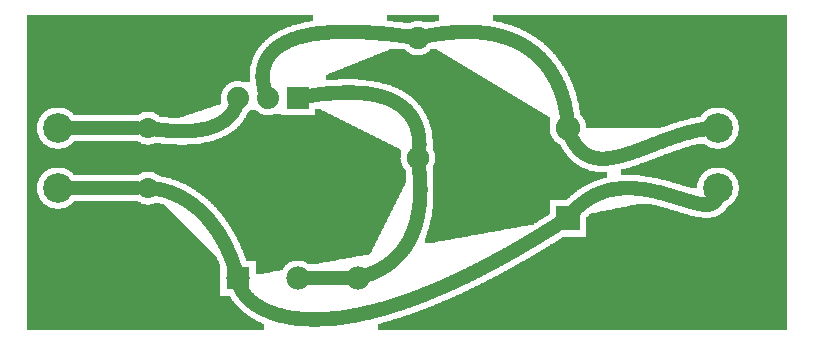
<source format=gbl>
G04 MADE WITH FRITZING*
G04 WWW.FRITZING.ORG*
G04 SINGLE SIDED*
G04 HOLES NOT PLATED*
G04 CONTOUR ON CENTER OF CONTOUR VECTOR*
%ASAXBY*%
%FSLAX23Y23*%
%MOIN*%
%OFA0B0*%
%SFA1.0B1.0*%
%ADD10C,0.075000*%
%ADD11C,0.070000*%
%ADD12C,0.082000*%
%ADD13C,0.099055*%
%ADD14C,0.074000*%
%ADD15C,0.078000*%
%ADD16R,0.082000X0.082000*%
%ADD17R,0.078000X0.078000*%
%ADD18C,0.048000*%
%ADD19R,0.001000X0.001000*%
%LNCOPPER0*%
G90*
G70*
G54D10*
X120Y1019D03*
X1355Y874D03*
X1846Y1012D03*
X1344Y612D03*
X1344Y1012D03*
G54D11*
X444Y512D03*
X444Y712D03*
G54D12*
X1844Y412D03*
X1844Y712D03*
G54D13*
X2344Y712D03*
X2344Y512D03*
X144Y712D03*
X144Y512D03*
G54D14*
X944Y812D03*
X844Y812D03*
X744Y812D03*
G54D15*
X744Y212D03*
X944Y212D03*
X1144Y212D03*
G54D16*
X1844Y412D03*
G54D17*
X744Y212D03*
G54D18*
X196Y712D02*
X407Y712D01*
D02*
X1114Y212D02*
X975Y212D01*
D02*
X407Y512D02*
X196Y512D01*
G36*
X40Y1088D02*
X40Y868D01*
X756Y868D01*
X756Y866D01*
X764Y866D01*
X764Y864D01*
X784Y864D01*
X784Y906D01*
X786Y906D01*
X786Y918D01*
X788Y918D01*
X788Y926D01*
X790Y926D01*
X790Y934D01*
X792Y934D01*
X792Y940D01*
X794Y940D01*
X794Y944D01*
X796Y944D01*
X796Y950D01*
X798Y950D01*
X798Y954D01*
X800Y954D01*
X800Y958D01*
X802Y958D01*
X802Y962D01*
X804Y962D01*
X804Y966D01*
X806Y966D01*
X806Y968D01*
X808Y968D01*
X808Y972D01*
X810Y972D01*
X810Y974D01*
X812Y974D01*
X812Y978D01*
X814Y978D01*
X814Y980D01*
X816Y980D01*
X816Y982D01*
X818Y982D01*
X818Y986D01*
X820Y986D01*
X820Y988D01*
X822Y988D01*
X822Y990D01*
X824Y990D01*
X824Y992D01*
X826Y992D01*
X826Y994D01*
X828Y994D01*
X828Y996D01*
X830Y996D01*
X830Y998D01*
X832Y998D01*
X832Y1000D01*
X834Y1000D01*
X834Y1002D01*
X836Y1002D01*
X836Y1004D01*
X838Y1004D01*
X838Y1006D01*
X840Y1006D01*
X840Y1008D01*
X842Y1008D01*
X842Y1010D01*
X844Y1010D01*
X844Y1012D01*
X848Y1012D01*
X848Y1014D01*
X850Y1014D01*
X850Y1016D01*
X852Y1016D01*
X852Y1018D01*
X856Y1018D01*
X856Y1020D01*
X858Y1020D01*
X858Y1022D01*
X862Y1022D01*
X862Y1024D01*
X864Y1024D01*
X864Y1026D01*
X868Y1026D01*
X868Y1028D01*
X872Y1028D01*
X872Y1030D01*
X874Y1030D01*
X874Y1032D01*
X878Y1032D01*
X878Y1034D01*
X882Y1034D01*
X882Y1036D01*
X886Y1036D01*
X886Y1038D01*
X890Y1038D01*
X890Y1040D01*
X894Y1040D01*
X894Y1042D01*
X900Y1042D01*
X900Y1044D01*
X904Y1044D01*
X904Y1046D01*
X908Y1046D01*
X908Y1048D01*
X914Y1048D01*
X914Y1050D01*
X920Y1050D01*
X920Y1052D01*
X926Y1052D01*
X926Y1054D01*
X932Y1054D01*
X932Y1056D01*
X940Y1056D01*
X940Y1058D01*
X946Y1058D01*
X946Y1060D01*
X954Y1060D01*
X954Y1062D01*
X964Y1062D01*
X964Y1064D01*
X974Y1064D01*
X974Y1066D01*
X984Y1066D01*
X984Y1068D01*
X996Y1068D01*
X996Y1088D01*
X40Y1088D01*
G37*
D02*
G36*
X40Y868D02*
X40Y780D01*
X160Y780D01*
X160Y778D01*
X168Y778D01*
X168Y776D01*
X172Y776D01*
X172Y774D01*
X176Y774D01*
X176Y772D01*
X180Y772D01*
X180Y770D01*
X184Y770D01*
X184Y768D01*
X186Y768D01*
X186Y766D01*
X456Y766D01*
X456Y764D01*
X464Y764D01*
X464Y762D01*
X468Y762D01*
X468Y760D01*
X472Y760D01*
X472Y758D01*
X474Y758D01*
X474Y756D01*
X478Y756D01*
X478Y754D01*
X480Y754D01*
X480Y752D01*
X482Y752D01*
X482Y750D01*
X492Y750D01*
X492Y748D01*
X510Y748D01*
X510Y746D01*
X552Y746D01*
X552Y748D01*
X558Y748D01*
X558Y750D01*
X564Y750D01*
X564Y752D01*
X570Y752D01*
X570Y754D01*
X576Y754D01*
X576Y756D01*
X582Y756D01*
X582Y758D01*
X588Y758D01*
X588Y760D01*
X594Y760D01*
X594Y762D01*
X600Y762D01*
X600Y764D01*
X606Y764D01*
X606Y766D01*
X612Y766D01*
X612Y768D01*
X618Y768D01*
X618Y770D01*
X624Y770D01*
X624Y772D01*
X630Y772D01*
X630Y774D01*
X636Y774D01*
X636Y776D01*
X642Y776D01*
X642Y778D01*
X648Y778D01*
X648Y780D01*
X654Y780D01*
X654Y782D01*
X660Y782D01*
X660Y784D01*
X666Y784D01*
X666Y786D01*
X672Y786D01*
X672Y788D01*
X678Y788D01*
X678Y790D01*
X684Y790D01*
X684Y792D01*
X688Y792D01*
X688Y824D01*
X690Y824D01*
X690Y832D01*
X692Y832D01*
X692Y836D01*
X694Y836D01*
X694Y840D01*
X696Y840D01*
X696Y842D01*
X698Y842D01*
X698Y846D01*
X700Y846D01*
X700Y848D01*
X702Y848D01*
X702Y850D01*
X704Y850D01*
X704Y852D01*
X706Y852D01*
X706Y854D01*
X708Y854D01*
X708Y856D01*
X710Y856D01*
X710Y858D01*
X714Y858D01*
X714Y860D01*
X716Y860D01*
X716Y862D01*
X720Y862D01*
X720Y864D01*
X726Y864D01*
X726Y866D01*
X732Y866D01*
X732Y868D01*
X40Y868D01*
G37*
D02*
G36*
X40Y780D02*
X40Y642D01*
X134Y642D01*
X134Y644D01*
X124Y644D01*
X124Y646D01*
X118Y646D01*
X118Y648D01*
X114Y648D01*
X114Y650D01*
X110Y650D01*
X110Y652D01*
X108Y652D01*
X108Y654D01*
X104Y654D01*
X104Y656D01*
X102Y656D01*
X102Y658D01*
X98Y658D01*
X98Y660D01*
X96Y660D01*
X96Y662D01*
X94Y662D01*
X94Y664D01*
X92Y664D01*
X92Y668D01*
X90Y668D01*
X90Y670D01*
X88Y670D01*
X88Y672D01*
X86Y672D01*
X86Y676D01*
X84Y676D01*
X84Y680D01*
X82Y680D01*
X82Y684D01*
X80Y684D01*
X80Y688D01*
X78Y688D01*
X78Y696D01*
X76Y696D01*
X76Y710D01*
X74Y710D01*
X74Y714D01*
X76Y714D01*
X76Y728D01*
X78Y728D01*
X78Y734D01*
X80Y734D01*
X80Y740D01*
X82Y740D01*
X82Y744D01*
X84Y744D01*
X84Y748D01*
X86Y748D01*
X86Y750D01*
X88Y750D01*
X88Y754D01*
X90Y754D01*
X90Y756D01*
X92Y756D01*
X92Y758D01*
X94Y758D01*
X94Y760D01*
X96Y760D01*
X96Y762D01*
X98Y762D01*
X98Y764D01*
X100Y764D01*
X100Y766D01*
X102Y766D01*
X102Y768D01*
X106Y768D01*
X106Y770D01*
X108Y770D01*
X108Y772D01*
X112Y772D01*
X112Y774D01*
X116Y774D01*
X116Y776D01*
X122Y776D01*
X122Y778D01*
X128Y778D01*
X128Y780D01*
X40Y780D01*
G37*
D02*
G36*
X1002Y774D02*
X1002Y754D01*
X1058Y754D01*
X1058Y756D01*
X1054Y756D01*
X1054Y758D01*
X1050Y758D01*
X1050Y760D01*
X1046Y760D01*
X1046Y762D01*
X1042Y762D01*
X1042Y764D01*
X1038Y764D01*
X1038Y766D01*
X1034Y766D01*
X1034Y768D01*
X1030Y768D01*
X1030Y770D01*
X1026Y770D01*
X1026Y772D01*
X1022Y772D01*
X1022Y774D01*
X1002Y774D01*
G37*
D02*
G36*
X784Y772D02*
X784Y770D01*
X782Y770D01*
X782Y768D01*
X780Y768D01*
X780Y766D01*
X778Y766D01*
X778Y762D01*
X776Y762D01*
X776Y758D01*
X774Y758D01*
X774Y754D01*
X838Y754D01*
X838Y756D01*
X828Y756D01*
X828Y758D01*
X822Y758D01*
X822Y760D01*
X818Y760D01*
X818Y762D01*
X814Y762D01*
X814Y764D01*
X812Y764D01*
X812Y766D01*
X810Y766D01*
X810Y768D01*
X806Y768D01*
X806Y770D01*
X804Y770D01*
X804Y772D01*
X784Y772D01*
G37*
D02*
G36*
X188Y766D02*
X188Y764D01*
X190Y764D01*
X190Y762D01*
X194Y762D01*
X194Y760D01*
X196Y760D01*
X196Y756D01*
X414Y756D01*
X414Y758D01*
X418Y758D01*
X418Y760D01*
X422Y760D01*
X422Y762D01*
X426Y762D01*
X426Y764D01*
X432Y764D01*
X432Y766D01*
X188Y766D01*
G37*
D02*
G36*
X866Y760D02*
X866Y758D01*
X860Y758D01*
X860Y756D01*
X852Y756D01*
X852Y754D01*
X888Y754D01*
X888Y760D01*
X866Y760D01*
G37*
D02*
G36*
X772Y754D02*
X772Y752D01*
X1062Y752D01*
X1062Y754D01*
X772Y754D01*
G37*
D02*
G36*
X772Y754D02*
X772Y752D01*
X1062Y752D01*
X1062Y754D01*
X772Y754D01*
G37*
D02*
G36*
X772Y754D02*
X772Y752D01*
X1062Y752D01*
X1062Y754D01*
X772Y754D01*
G37*
D02*
G36*
X772Y752D02*
X772Y750D01*
X770Y750D01*
X770Y746D01*
X768Y746D01*
X768Y744D01*
X766Y744D01*
X766Y740D01*
X764Y740D01*
X764Y738D01*
X762Y738D01*
X762Y734D01*
X760Y734D01*
X760Y732D01*
X758Y732D01*
X758Y730D01*
X756Y730D01*
X756Y728D01*
X754Y728D01*
X754Y726D01*
X752Y726D01*
X752Y722D01*
X750Y722D01*
X750Y720D01*
X748Y720D01*
X748Y718D01*
X746Y718D01*
X746Y716D01*
X744Y716D01*
X744Y714D01*
X742Y714D01*
X742Y712D01*
X740Y712D01*
X740Y710D01*
X736Y710D01*
X736Y708D01*
X734Y708D01*
X734Y706D01*
X732Y706D01*
X732Y704D01*
X730Y704D01*
X730Y702D01*
X726Y702D01*
X726Y700D01*
X724Y700D01*
X724Y698D01*
X720Y698D01*
X720Y696D01*
X718Y696D01*
X718Y694D01*
X714Y694D01*
X714Y692D01*
X712Y692D01*
X712Y690D01*
X708Y690D01*
X708Y688D01*
X704Y688D01*
X704Y686D01*
X700Y686D01*
X700Y684D01*
X696Y684D01*
X696Y682D01*
X692Y682D01*
X692Y680D01*
X688Y680D01*
X688Y678D01*
X682Y678D01*
X682Y676D01*
X678Y676D01*
X678Y674D01*
X672Y674D01*
X672Y672D01*
X666Y672D01*
X666Y670D01*
X658Y670D01*
X658Y668D01*
X650Y668D01*
X650Y666D01*
X642Y666D01*
X642Y664D01*
X632Y664D01*
X632Y662D01*
X620Y662D01*
X620Y660D01*
X604Y660D01*
X604Y658D01*
X574Y658D01*
X574Y656D01*
X1254Y656D01*
X1254Y658D01*
X1250Y658D01*
X1250Y660D01*
X1246Y660D01*
X1246Y662D01*
X1242Y662D01*
X1242Y664D01*
X1238Y664D01*
X1238Y666D01*
X1234Y666D01*
X1234Y668D01*
X1230Y668D01*
X1230Y670D01*
X1226Y670D01*
X1226Y672D01*
X1222Y672D01*
X1222Y674D01*
X1218Y674D01*
X1218Y676D01*
X1214Y676D01*
X1214Y678D01*
X1210Y678D01*
X1210Y680D01*
X1206Y680D01*
X1206Y682D01*
X1202Y682D01*
X1202Y684D01*
X1198Y684D01*
X1198Y686D01*
X1194Y686D01*
X1194Y688D01*
X1190Y688D01*
X1190Y690D01*
X1186Y690D01*
X1186Y692D01*
X1182Y692D01*
X1182Y694D01*
X1178Y694D01*
X1178Y696D01*
X1174Y696D01*
X1174Y698D01*
X1170Y698D01*
X1170Y700D01*
X1166Y700D01*
X1166Y702D01*
X1162Y702D01*
X1162Y704D01*
X1158Y704D01*
X1158Y706D01*
X1154Y706D01*
X1154Y708D01*
X1150Y708D01*
X1150Y710D01*
X1146Y710D01*
X1146Y712D01*
X1142Y712D01*
X1142Y714D01*
X1138Y714D01*
X1138Y716D01*
X1134Y716D01*
X1134Y718D01*
X1130Y718D01*
X1130Y720D01*
X1126Y720D01*
X1126Y722D01*
X1122Y722D01*
X1122Y724D01*
X1118Y724D01*
X1118Y726D01*
X1114Y726D01*
X1114Y728D01*
X1110Y728D01*
X1110Y730D01*
X1106Y730D01*
X1106Y732D01*
X1102Y732D01*
X1102Y734D01*
X1098Y734D01*
X1098Y736D01*
X1094Y736D01*
X1094Y738D01*
X1090Y738D01*
X1090Y740D01*
X1086Y740D01*
X1086Y742D01*
X1082Y742D01*
X1082Y744D01*
X1078Y744D01*
X1078Y746D01*
X1074Y746D01*
X1074Y748D01*
X1070Y748D01*
X1070Y750D01*
X1066Y750D01*
X1066Y752D01*
X772Y752D01*
G37*
D02*
G36*
X198Y668D02*
X198Y666D01*
X196Y666D01*
X196Y664D01*
X194Y664D01*
X194Y662D01*
X192Y662D01*
X192Y660D01*
X190Y660D01*
X190Y658D01*
X188Y658D01*
X188Y656D01*
X438Y656D01*
X438Y658D01*
X428Y658D01*
X428Y660D01*
X422Y660D01*
X422Y662D01*
X420Y662D01*
X420Y664D01*
X416Y664D01*
X416Y666D01*
X412Y666D01*
X412Y668D01*
X198Y668D01*
G37*
D02*
G36*
X466Y662D02*
X466Y660D01*
X460Y660D01*
X460Y658D01*
X452Y658D01*
X452Y656D01*
X540Y656D01*
X540Y658D01*
X508Y658D01*
X508Y660D01*
X488Y660D01*
X488Y662D01*
X466Y662D01*
G37*
D02*
G36*
X184Y656D02*
X184Y654D01*
X1258Y654D01*
X1258Y656D01*
X184Y656D01*
G37*
D02*
G36*
X184Y656D02*
X184Y654D01*
X1258Y654D01*
X1258Y656D01*
X184Y656D01*
G37*
D02*
G36*
X184Y656D02*
X184Y654D01*
X1258Y654D01*
X1258Y656D01*
X184Y656D01*
G37*
D02*
G36*
X182Y654D02*
X182Y652D01*
X178Y652D01*
X178Y650D01*
X174Y650D01*
X174Y648D01*
X170Y648D01*
X170Y646D01*
X164Y646D01*
X164Y644D01*
X156Y644D01*
X156Y642D01*
X1282Y642D01*
X1282Y644D01*
X1278Y644D01*
X1278Y646D01*
X1274Y646D01*
X1274Y648D01*
X1270Y648D01*
X1270Y650D01*
X1266Y650D01*
X1266Y652D01*
X1262Y652D01*
X1262Y654D01*
X182Y654D01*
G37*
D02*
G36*
X40Y642D02*
X40Y640D01*
X1286Y640D01*
X1286Y642D01*
X40Y642D01*
G37*
D02*
G36*
X40Y642D02*
X40Y640D01*
X1286Y640D01*
X1286Y642D01*
X40Y642D01*
G37*
D02*
G36*
X40Y640D02*
X40Y580D01*
X160Y580D01*
X160Y578D01*
X168Y578D01*
X168Y576D01*
X172Y576D01*
X172Y574D01*
X176Y574D01*
X176Y572D01*
X180Y572D01*
X180Y570D01*
X184Y570D01*
X184Y568D01*
X186Y568D01*
X186Y566D01*
X456Y566D01*
X456Y564D01*
X464Y564D01*
X464Y562D01*
X468Y562D01*
X468Y560D01*
X472Y560D01*
X472Y558D01*
X474Y558D01*
X474Y556D01*
X478Y556D01*
X478Y554D01*
X480Y554D01*
X480Y552D01*
X488Y552D01*
X488Y550D01*
X496Y550D01*
X496Y548D01*
X506Y548D01*
X506Y546D01*
X512Y546D01*
X512Y544D01*
X520Y544D01*
X520Y542D01*
X526Y542D01*
X526Y540D01*
X532Y540D01*
X532Y538D01*
X538Y538D01*
X538Y536D01*
X542Y536D01*
X542Y534D01*
X548Y534D01*
X548Y532D01*
X552Y532D01*
X552Y530D01*
X556Y530D01*
X556Y528D01*
X562Y528D01*
X562Y526D01*
X566Y526D01*
X566Y524D01*
X570Y524D01*
X570Y522D01*
X574Y522D01*
X574Y520D01*
X578Y520D01*
X578Y518D01*
X580Y518D01*
X580Y516D01*
X584Y516D01*
X584Y514D01*
X588Y514D01*
X588Y512D01*
X592Y512D01*
X592Y510D01*
X594Y510D01*
X594Y508D01*
X598Y508D01*
X598Y506D01*
X600Y506D01*
X600Y504D01*
X604Y504D01*
X604Y502D01*
X606Y502D01*
X606Y500D01*
X610Y500D01*
X610Y498D01*
X612Y498D01*
X612Y496D01*
X616Y496D01*
X616Y494D01*
X618Y494D01*
X618Y492D01*
X620Y492D01*
X620Y490D01*
X624Y490D01*
X624Y488D01*
X626Y488D01*
X626Y486D01*
X628Y486D01*
X628Y484D01*
X632Y484D01*
X632Y482D01*
X634Y482D01*
X634Y480D01*
X636Y480D01*
X636Y478D01*
X638Y478D01*
X638Y476D01*
X640Y476D01*
X640Y474D01*
X644Y474D01*
X644Y472D01*
X646Y472D01*
X646Y470D01*
X648Y470D01*
X648Y468D01*
X650Y468D01*
X650Y466D01*
X652Y466D01*
X652Y464D01*
X654Y464D01*
X654Y462D01*
X656Y462D01*
X656Y460D01*
X658Y460D01*
X658Y458D01*
X660Y458D01*
X660Y456D01*
X662Y456D01*
X662Y454D01*
X664Y454D01*
X664Y452D01*
X666Y452D01*
X666Y450D01*
X668Y450D01*
X668Y448D01*
X670Y448D01*
X670Y446D01*
X672Y446D01*
X672Y444D01*
X674Y444D01*
X674Y442D01*
X676Y442D01*
X676Y438D01*
X678Y438D01*
X678Y436D01*
X680Y436D01*
X680Y434D01*
X682Y434D01*
X682Y432D01*
X684Y432D01*
X684Y430D01*
X686Y430D01*
X686Y428D01*
X688Y428D01*
X688Y424D01*
X690Y424D01*
X690Y422D01*
X692Y422D01*
X692Y420D01*
X694Y420D01*
X694Y418D01*
X696Y418D01*
X696Y414D01*
X698Y414D01*
X698Y412D01*
X700Y412D01*
X700Y410D01*
X702Y410D01*
X702Y406D01*
X704Y406D01*
X704Y404D01*
X706Y404D01*
X706Y400D01*
X708Y400D01*
X708Y398D01*
X710Y398D01*
X710Y394D01*
X712Y394D01*
X712Y392D01*
X714Y392D01*
X714Y388D01*
X716Y388D01*
X716Y386D01*
X718Y386D01*
X718Y382D01*
X720Y382D01*
X720Y380D01*
X722Y380D01*
X722Y376D01*
X724Y376D01*
X724Y372D01*
X726Y372D01*
X726Y370D01*
X728Y370D01*
X728Y366D01*
X730Y366D01*
X730Y362D01*
X732Y362D01*
X732Y358D01*
X734Y358D01*
X734Y356D01*
X736Y356D01*
X736Y352D01*
X738Y352D01*
X738Y348D01*
X740Y348D01*
X740Y344D01*
X742Y344D01*
X742Y340D01*
X744Y340D01*
X744Y336D01*
X746Y336D01*
X746Y332D01*
X748Y332D01*
X748Y328D01*
X750Y328D01*
X750Y322D01*
X752Y322D01*
X752Y318D01*
X754Y318D01*
X754Y314D01*
X756Y314D01*
X756Y310D01*
X758Y310D01*
X758Y304D01*
X760Y304D01*
X760Y300D01*
X762Y300D01*
X762Y294D01*
X764Y294D01*
X764Y290D01*
X766Y290D01*
X766Y284D01*
X768Y284D01*
X768Y280D01*
X770Y280D01*
X770Y274D01*
X772Y274D01*
X772Y270D01*
X956Y270D01*
X956Y268D01*
X964Y268D01*
X964Y266D01*
X970Y266D01*
X970Y264D01*
X972Y264D01*
X972Y262D01*
X976Y262D01*
X976Y260D01*
X978Y260D01*
X978Y258D01*
X1006Y258D01*
X1006Y260D01*
X1016Y260D01*
X1016Y262D01*
X1028Y262D01*
X1028Y264D01*
X1038Y264D01*
X1038Y266D01*
X1050Y266D01*
X1050Y268D01*
X1060Y268D01*
X1060Y270D01*
X1072Y270D01*
X1072Y272D01*
X1082Y272D01*
X1082Y274D01*
X1094Y274D01*
X1094Y276D01*
X1104Y276D01*
X1104Y278D01*
X1116Y278D01*
X1116Y280D01*
X1126Y280D01*
X1126Y282D01*
X1138Y282D01*
X1138Y284D01*
X1148Y284D01*
X1148Y286D01*
X1160Y286D01*
X1160Y288D01*
X1170Y288D01*
X1170Y290D01*
X1182Y290D01*
X1182Y292D01*
X1186Y292D01*
X1186Y296D01*
X1188Y296D01*
X1188Y300D01*
X1190Y300D01*
X1190Y304D01*
X1192Y304D01*
X1192Y308D01*
X1194Y308D01*
X1194Y312D01*
X1196Y312D01*
X1196Y316D01*
X1198Y316D01*
X1198Y320D01*
X1200Y320D01*
X1200Y324D01*
X1202Y324D01*
X1202Y328D01*
X1204Y328D01*
X1204Y332D01*
X1206Y332D01*
X1206Y336D01*
X1208Y336D01*
X1208Y340D01*
X1210Y340D01*
X1210Y344D01*
X1212Y344D01*
X1212Y348D01*
X1214Y348D01*
X1214Y352D01*
X1216Y352D01*
X1216Y356D01*
X1218Y356D01*
X1218Y360D01*
X1220Y360D01*
X1220Y364D01*
X1222Y364D01*
X1222Y368D01*
X1224Y368D01*
X1224Y372D01*
X1226Y372D01*
X1226Y376D01*
X1228Y376D01*
X1228Y380D01*
X1230Y380D01*
X1230Y384D01*
X1232Y384D01*
X1232Y388D01*
X1234Y388D01*
X1234Y392D01*
X1236Y392D01*
X1236Y396D01*
X1238Y396D01*
X1238Y400D01*
X1240Y400D01*
X1240Y404D01*
X1242Y404D01*
X1242Y408D01*
X1244Y408D01*
X1244Y412D01*
X1246Y412D01*
X1246Y416D01*
X1248Y416D01*
X1248Y420D01*
X1250Y420D01*
X1250Y424D01*
X1252Y424D01*
X1252Y428D01*
X1254Y428D01*
X1254Y432D01*
X1256Y432D01*
X1256Y436D01*
X1258Y436D01*
X1258Y440D01*
X1260Y440D01*
X1260Y444D01*
X1262Y444D01*
X1262Y448D01*
X1264Y448D01*
X1264Y452D01*
X1266Y452D01*
X1266Y456D01*
X1268Y456D01*
X1268Y460D01*
X1270Y460D01*
X1270Y464D01*
X1272Y464D01*
X1272Y468D01*
X1274Y468D01*
X1274Y472D01*
X1276Y472D01*
X1276Y476D01*
X1278Y476D01*
X1278Y480D01*
X1280Y480D01*
X1280Y484D01*
X1282Y484D01*
X1282Y488D01*
X1284Y488D01*
X1284Y492D01*
X1286Y492D01*
X1286Y496D01*
X1288Y496D01*
X1288Y500D01*
X1290Y500D01*
X1290Y504D01*
X1292Y504D01*
X1292Y508D01*
X1294Y508D01*
X1294Y512D01*
X1296Y512D01*
X1296Y516D01*
X1298Y516D01*
X1298Y520D01*
X1300Y520D01*
X1300Y524D01*
X1302Y524D01*
X1302Y528D01*
X1304Y528D01*
X1304Y532D01*
X1306Y532D01*
X1306Y570D01*
X1304Y570D01*
X1304Y572D01*
X1302Y572D01*
X1302Y574D01*
X1300Y574D01*
X1300Y576D01*
X1298Y576D01*
X1298Y580D01*
X1296Y580D01*
X1296Y582D01*
X1294Y582D01*
X1294Y586D01*
X1292Y586D01*
X1292Y590D01*
X1290Y590D01*
X1290Y596D01*
X1288Y596D01*
X1288Y610D01*
X1286Y610D01*
X1286Y612D01*
X1288Y612D01*
X1288Y640D01*
X40Y640D01*
G37*
D02*
G36*
X40Y580D02*
X40Y442D01*
X134Y442D01*
X134Y444D01*
X124Y444D01*
X124Y446D01*
X118Y446D01*
X118Y448D01*
X114Y448D01*
X114Y450D01*
X110Y450D01*
X110Y452D01*
X108Y452D01*
X108Y454D01*
X104Y454D01*
X104Y456D01*
X102Y456D01*
X102Y458D01*
X98Y458D01*
X98Y460D01*
X96Y460D01*
X96Y462D01*
X94Y462D01*
X94Y464D01*
X92Y464D01*
X92Y468D01*
X90Y468D01*
X90Y470D01*
X88Y470D01*
X88Y472D01*
X86Y472D01*
X86Y476D01*
X84Y476D01*
X84Y480D01*
X82Y480D01*
X82Y484D01*
X80Y484D01*
X80Y488D01*
X78Y488D01*
X78Y496D01*
X76Y496D01*
X76Y510D01*
X74Y510D01*
X74Y514D01*
X76Y514D01*
X76Y528D01*
X78Y528D01*
X78Y534D01*
X80Y534D01*
X80Y540D01*
X82Y540D01*
X82Y544D01*
X84Y544D01*
X84Y548D01*
X86Y548D01*
X86Y550D01*
X88Y550D01*
X88Y554D01*
X90Y554D01*
X90Y556D01*
X92Y556D01*
X92Y558D01*
X94Y558D01*
X94Y560D01*
X96Y560D01*
X96Y562D01*
X98Y562D01*
X98Y564D01*
X100Y564D01*
X100Y566D01*
X102Y566D01*
X102Y568D01*
X106Y568D01*
X106Y570D01*
X108Y570D01*
X108Y572D01*
X112Y572D01*
X112Y574D01*
X116Y574D01*
X116Y576D01*
X122Y576D01*
X122Y578D01*
X128Y578D01*
X128Y580D01*
X40Y580D01*
G37*
D02*
G36*
X188Y566D02*
X188Y564D01*
X190Y564D01*
X190Y562D01*
X194Y562D01*
X194Y560D01*
X196Y560D01*
X196Y556D01*
X414Y556D01*
X414Y558D01*
X418Y558D01*
X418Y560D01*
X422Y560D01*
X422Y562D01*
X426Y562D01*
X426Y564D01*
X432Y564D01*
X432Y566D01*
X188Y566D01*
G37*
D02*
G36*
X198Y468D02*
X198Y466D01*
X196Y466D01*
X196Y464D01*
X194Y464D01*
X194Y462D01*
X192Y462D01*
X192Y460D01*
X190Y460D01*
X190Y458D01*
X188Y458D01*
X188Y456D01*
X438Y456D01*
X438Y458D01*
X428Y458D01*
X428Y460D01*
X422Y460D01*
X422Y462D01*
X420Y462D01*
X420Y464D01*
X416Y464D01*
X416Y466D01*
X412Y466D01*
X412Y468D01*
X198Y468D01*
G37*
D02*
G36*
X466Y462D02*
X466Y460D01*
X460Y460D01*
X460Y458D01*
X452Y458D01*
X452Y456D01*
X498Y456D01*
X498Y458D01*
X494Y458D01*
X494Y460D01*
X486Y460D01*
X486Y462D01*
X466Y462D01*
G37*
D02*
G36*
X184Y456D02*
X184Y454D01*
X500Y454D01*
X500Y456D01*
X184Y456D01*
G37*
D02*
G36*
X184Y456D02*
X184Y454D01*
X500Y454D01*
X500Y456D01*
X184Y456D01*
G37*
D02*
G36*
X182Y454D02*
X182Y452D01*
X178Y452D01*
X178Y450D01*
X174Y450D01*
X174Y448D01*
X170Y448D01*
X170Y446D01*
X164Y446D01*
X164Y444D01*
X156Y444D01*
X156Y442D01*
X512Y442D01*
X512Y444D01*
X510Y444D01*
X510Y446D01*
X508Y446D01*
X508Y448D01*
X506Y448D01*
X506Y450D01*
X504Y450D01*
X504Y452D01*
X502Y452D01*
X502Y454D01*
X182Y454D01*
G37*
D02*
G36*
X40Y442D02*
X40Y440D01*
X514Y440D01*
X514Y442D01*
X40Y442D01*
G37*
D02*
G36*
X40Y442D02*
X40Y440D01*
X514Y440D01*
X514Y442D01*
X40Y442D01*
G37*
D02*
G36*
X40Y440D02*
X40Y40D01*
X832Y40D01*
X832Y60D01*
X826Y60D01*
X826Y62D01*
X822Y62D01*
X822Y64D01*
X818Y64D01*
X818Y66D01*
X812Y66D01*
X812Y68D01*
X810Y68D01*
X810Y70D01*
X806Y70D01*
X806Y72D01*
X802Y72D01*
X802Y74D01*
X798Y74D01*
X798Y76D01*
X794Y76D01*
X794Y78D01*
X792Y78D01*
X792Y80D01*
X788Y80D01*
X788Y82D01*
X784Y82D01*
X784Y84D01*
X782Y84D01*
X782Y86D01*
X778Y86D01*
X778Y88D01*
X776Y88D01*
X776Y90D01*
X774Y90D01*
X774Y92D01*
X770Y92D01*
X770Y94D01*
X768Y94D01*
X768Y96D01*
X766Y96D01*
X766Y98D01*
X762Y98D01*
X762Y100D01*
X760Y100D01*
X760Y102D01*
X758Y102D01*
X758Y104D01*
X756Y104D01*
X756Y106D01*
X754Y106D01*
X754Y108D01*
X752Y108D01*
X752Y110D01*
X750Y110D01*
X750Y112D01*
X748Y112D01*
X748Y114D01*
X746Y114D01*
X746Y116D01*
X744Y116D01*
X744Y118D01*
X742Y118D01*
X742Y120D01*
X740Y120D01*
X740Y122D01*
X738Y122D01*
X738Y124D01*
X736Y124D01*
X736Y126D01*
X734Y126D01*
X734Y128D01*
X732Y128D01*
X732Y132D01*
X730Y132D01*
X730Y134D01*
X728Y134D01*
X728Y136D01*
X726Y136D01*
X726Y140D01*
X724Y140D01*
X724Y142D01*
X722Y142D01*
X722Y146D01*
X720Y146D01*
X720Y148D01*
X718Y148D01*
X718Y152D01*
X686Y152D01*
X686Y252D01*
X684Y252D01*
X684Y258D01*
X682Y258D01*
X682Y262D01*
X680Y262D01*
X680Y268D01*
X678Y268D01*
X678Y272D01*
X676Y272D01*
X676Y278D01*
X674Y278D01*
X674Y282D01*
X672Y282D01*
X672Y284D01*
X670Y284D01*
X670Y286D01*
X668Y286D01*
X668Y288D01*
X666Y288D01*
X666Y290D01*
X664Y290D01*
X664Y292D01*
X662Y292D01*
X662Y294D01*
X660Y294D01*
X660Y296D01*
X658Y296D01*
X658Y298D01*
X656Y298D01*
X656Y300D01*
X654Y300D01*
X654Y302D01*
X652Y302D01*
X652Y304D01*
X650Y304D01*
X650Y306D01*
X648Y306D01*
X648Y308D01*
X646Y308D01*
X646Y310D01*
X644Y310D01*
X644Y312D01*
X642Y312D01*
X642Y314D01*
X640Y314D01*
X640Y316D01*
X638Y316D01*
X638Y318D01*
X636Y318D01*
X636Y320D01*
X634Y320D01*
X634Y322D01*
X632Y322D01*
X632Y324D01*
X630Y324D01*
X630Y326D01*
X628Y326D01*
X628Y328D01*
X626Y328D01*
X626Y330D01*
X624Y330D01*
X624Y332D01*
X622Y332D01*
X622Y334D01*
X620Y334D01*
X620Y336D01*
X618Y336D01*
X618Y338D01*
X616Y338D01*
X616Y340D01*
X614Y340D01*
X614Y342D01*
X612Y342D01*
X612Y344D01*
X610Y344D01*
X610Y346D01*
X608Y346D01*
X608Y348D01*
X606Y348D01*
X606Y350D01*
X604Y350D01*
X604Y352D01*
X602Y352D01*
X602Y354D01*
X600Y354D01*
X600Y356D01*
X598Y356D01*
X598Y358D01*
X596Y358D01*
X596Y360D01*
X594Y360D01*
X594Y362D01*
X592Y362D01*
X592Y364D01*
X590Y364D01*
X590Y366D01*
X588Y366D01*
X588Y368D01*
X586Y368D01*
X586Y370D01*
X584Y370D01*
X584Y372D01*
X582Y372D01*
X582Y374D01*
X580Y374D01*
X580Y376D01*
X578Y376D01*
X578Y378D01*
X576Y378D01*
X576Y380D01*
X574Y380D01*
X574Y382D01*
X572Y382D01*
X572Y384D01*
X570Y384D01*
X570Y386D01*
X568Y386D01*
X568Y388D01*
X566Y388D01*
X566Y390D01*
X564Y390D01*
X564Y392D01*
X562Y392D01*
X562Y394D01*
X560Y394D01*
X560Y396D01*
X558Y396D01*
X558Y398D01*
X556Y398D01*
X556Y400D01*
X554Y400D01*
X554Y402D01*
X552Y402D01*
X552Y404D01*
X550Y404D01*
X550Y406D01*
X548Y406D01*
X548Y408D01*
X546Y408D01*
X546Y410D01*
X544Y410D01*
X544Y412D01*
X542Y412D01*
X542Y414D01*
X540Y414D01*
X540Y416D01*
X538Y416D01*
X538Y418D01*
X536Y418D01*
X536Y420D01*
X534Y420D01*
X534Y422D01*
X532Y422D01*
X532Y424D01*
X530Y424D01*
X530Y426D01*
X528Y426D01*
X528Y428D01*
X526Y428D01*
X526Y430D01*
X524Y430D01*
X524Y432D01*
X522Y432D01*
X522Y434D01*
X520Y434D01*
X520Y436D01*
X518Y436D01*
X518Y438D01*
X516Y438D01*
X516Y440D01*
X40Y440D01*
G37*
D02*
G36*
X804Y270D02*
X804Y226D01*
X830Y226D01*
X830Y228D01*
X840Y228D01*
X840Y230D01*
X852Y230D01*
X852Y232D01*
X862Y232D01*
X862Y234D01*
X874Y234D01*
X874Y236D01*
X884Y236D01*
X884Y238D01*
X892Y238D01*
X892Y240D01*
X894Y240D01*
X894Y244D01*
X896Y244D01*
X896Y246D01*
X898Y246D01*
X898Y248D01*
X900Y248D01*
X900Y252D01*
X902Y252D01*
X902Y254D01*
X904Y254D01*
X904Y256D01*
X908Y256D01*
X908Y258D01*
X910Y258D01*
X910Y260D01*
X912Y260D01*
X912Y262D01*
X916Y262D01*
X916Y264D01*
X920Y264D01*
X920Y266D01*
X924Y266D01*
X924Y268D01*
X932Y268D01*
X932Y270D01*
X804Y270D01*
G37*
D02*
G36*
X1242Y1088D02*
X1242Y1068D01*
X1358Y1068D01*
X1358Y1066D01*
X1366Y1066D01*
X1366Y1064D01*
X1388Y1064D01*
X1388Y1066D01*
X1400Y1066D01*
X1400Y1068D01*
X1414Y1068D01*
X1414Y1088D01*
X1242Y1088D01*
G37*
D02*
G36*
X1260Y1068D02*
X1260Y1066D01*
X1278Y1066D01*
X1278Y1064D01*
X1294Y1064D01*
X1294Y1062D01*
X1320Y1062D01*
X1320Y1064D01*
X1324Y1064D01*
X1324Y1066D01*
X1330Y1066D01*
X1330Y1068D01*
X1260Y1068D01*
G37*
D02*
G36*
X1254Y976D02*
X1254Y974D01*
X1288Y974D01*
X1288Y976D01*
X1254Y976D01*
G37*
D02*
G36*
X1248Y974D02*
X1248Y972D01*
X1244Y972D01*
X1244Y970D01*
X1238Y970D01*
X1238Y968D01*
X1234Y968D01*
X1234Y966D01*
X1228Y966D01*
X1228Y964D01*
X1224Y964D01*
X1224Y962D01*
X1218Y962D01*
X1218Y960D01*
X1214Y960D01*
X1214Y958D01*
X1208Y958D01*
X1208Y956D01*
X1204Y956D01*
X1204Y954D01*
X1334Y954D01*
X1334Y956D01*
X1326Y956D01*
X1326Y958D01*
X1320Y958D01*
X1320Y960D01*
X1318Y960D01*
X1318Y962D01*
X1314Y962D01*
X1314Y964D01*
X1310Y964D01*
X1310Y966D01*
X1308Y966D01*
X1308Y968D01*
X1306Y968D01*
X1306Y970D01*
X1304Y970D01*
X1304Y972D01*
X1302Y972D01*
X1302Y974D01*
X1248Y974D01*
G37*
D02*
G36*
X1386Y974D02*
X1386Y970D01*
X1382Y970D01*
X1382Y968D01*
X1380Y968D01*
X1380Y966D01*
X1378Y966D01*
X1378Y964D01*
X1376Y964D01*
X1376Y962D01*
X1372Y962D01*
X1372Y960D01*
X1368Y960D01*
X1368Y958D01*
X1362Y958D01*
X1362Y956D01*
X1354Y956D01*
X1354Y954D01*
X1438Y954D01*
X1438Y956D01*
X1436Y956D01*
X1436Y958D01*
X1432Y958D01*
X1432Y960D01*
X1428Y960D01*
X1428Y962D01*
X1426Y962D01*
X1426Y964D01*
X1422Y964D01*
X1422Y966D01*
X1418Y966D01*
X1418Y968D01*
X1416Y968D01*
X1416Y970D01*
X1412Y970D01*
X1412Y972D01*
X1408Y972D01*
X1408Y974D01*
X1386Y974D01*
G37*
D02*
G36*
X1198Y954D02*
X1198Y952D01*
X1442Y952D01*
X1442Y954D01*
X1198Y954D01*
G37*
D02*
G36*
X1198Y954D02*
X1198Y952D01*
X1442Y952D01*
X1442Y954D01*
X1198Y954D01*
G37*
D02*
G36*
X1194Y952D02*
X1194Y950D01*
X1188Y950D01*
X1188Y948D01*
X1184Y948D01*
X1184Y946D01*
X1178Y946D01*
X1178Y944D01*
X1174Y944D01*
X1174Y942D01*
X1168Y942D01*
X1168Y940D01*
X1164Y940D01*
X1164Y938D01*
X1158Y938D01*
X1158Y936D01*
X1154Y936D01*
X1154Y934D01*
X1148Y934D01*
X1148Y932D01*
X1144Y932D01*
X1144Y930D01*
X1138Y930D01*
X1138Y928D01*
X1134Y928D01*
X1134Y926D01*
X1128Y926D01*
X1128Y924D01*
X1124Y924D01*
X1124Y922D01*
X1118Y922D01*
X1118Y920D01*
X1114Y920D01*
X1114Y918D01*
X1108Y918D01*
X1108Y916D01*
X1104Y916D01*
X1104Y914D01*
X1098Y914D01*
X1098Y912D01*
X1094Y912D01*
X1094Y910D01*
X1088Y910D01*
X1088Y908D01*
X1084Y908D01*
X1084Y906D01*
X1078Y906D01*
X1078Y904D01*
X1074Y904D01*
X1074Y902D01*
X1068Y902D01*
X1068Y900D01*
X1064Y900D01*
X1064Y898D01*
X1058Y898D01*
X1058Y896D01*
X1054Y896D01*
X1054Y894D01*
X1048Y894D01*
X1048Y892D01*
X1044Y892D01*
X1044Y890D01*
X1038Y890D01*
X1038Y874D01*
X1144Y874D01*
X1144Y872D01*
X1170Y872D01*
X1170Y870D01*
X1186Y870D01*
X1186Y868D01*
X1198Y868D01*
X1198Y866D01*
X1210Y866D01*
X1210Y864D01*
X1218Y864D01*
X1218Y862D01*
X1226Y862D01*
X1226Y860D01*
X1234Y860D01*
X1234Y858D01*
X1242Y858D01*
X1242Y856D01*
X1248Y856D01*
X1248Y854D01*
X1254Y854D01*
X1254Y852D01*
X1258Y852D01*
X1258Y850D01*
X1264Y850D01*
X1264Y848D01*
X1268Y848D01*
X1268Y846D01*
X1274Y846D01*
X1274Y844D01*
X1278Y844D01*
X1278Y842D01*
X1282Y842D01*
X1282Y840D01*
X1286Y840D01*
X1286Y838D01*
X1290Y838D01*
X1290Y836D01*
X1292Y836D01*
X1292Y834D01*
X1296Y834D01*
X1296Y832D01*
X1300Y832D01*
X1300Y830D01*
X1302Y830D01*
X1302Y828D01*
X1306Y828D01*
X1306Y826D01*
X1310Y826D01*
X1310Y824D01*
X1312Y824D01*
X1312Y822D01*
X1314Y822D01*
X1314Y820D01*
X1318Y820D01*
X1318Y818D01*
X1320Y818D01*
X1320Y816D01*
X1322Y816D01*
X1322Y814D01*
X1324Y814D01*
X1324Y812D01*
X1328Y812D01*
X1328Y810D01*
X1330Y810D01*
X1330Y808D01*
X1332Y808D01*
X1332Y806D01*
X1334Y806D01*
X1334Y804D01*
X1336Y804D01*
X1336Y802D01*
X1338Y802D01*
X1338Y800D01*
X1340Y800D01*
X1340Y798D01*
X1342Y798D01*
X1342Y796D01*
X1344Y796D01*
X1344Y794D01*
X1346Y794D01*
X1346Y790D01*
X1348Y790D01*
X1348Y788D01*
X1350Y788D01*
X1350Y786D01*
X1352Y786D01*
X1352Y784D01*
X1354Y784D01*
X1354Y780D01*
X1356Y780D01*
X1356Y778D01*
X1358Y778D01*
X1358Y776D01*
X1360Y776D01*
X1360Y772D01*
X1362Y772D01*
X1362Y770D01*
X1364Y770D01*
X1364Y766D01*
X1366Y766D01*
X1366Y762D01*
X1368Y762D01*
X1368Y760D01*
X1370Y760D01*
X1370Y756D01*
X1372Y756D01*
X1372Y752D01*
X1374Y752D01*
X1374Y746D01*
X1376Y746D01*
X1376Y742D01*
X1378Y742D01*
X1378Y738D01*
X1380Y738D01*
X1380Y732D01*
X1382Y732D01*
X1382Y726D01*
X1384Y726D01*
X1384Y720D01*
X1386Y720D01*
X1386Y714D01*
X1388Y714D01*
X1388Y704D01*
X1390Y704D01*
X1390Y694D01*
X1392Y694D01*
X1392Y676D01*
X1394Y676D01*
X1394Y638D01*
X1396Y638D01*
X1396Y634D01*
X1398Y634D01*
X1398Y630D01*
X1400Y630D01*
X1400Y620D01*
X1402Y620D01*
X1402Y602D01*
X1400Y602D01*
X1400Y594D01*
X1398Y594D01*
X1398Y588D01*
X1396Y588D01*
X1396Y584D01*
X1394Y584D01*
X1394Y554D01*
X1396Y554D01*
X1396Y462D01*
X1394Y462D01*
X1394Y442D01*
X1392Y442D01*
X1392Y428D01*
X1390Y428D01*
X1390Y416D01*
X1388Y416D01*
X1388Y406D01*
X1386Y406D01*
X1386Y398D01*
X1384Y398D01*
X1384Y390D01*
X1382Y390D01*
X1382Y382D01*
X1380Y382D01*
X1380Y374D01*
X1378Y374D01*
X1378Y368D01*
X1376Y368D01*
X1376Y362D01*
X1374Y362D01*
X1374Y356D01*
X1372Y356D01*
X1372Y352D01*
X1370Y352D01*
X1370Y346D01*
X1368Y346D01*
X1368Y328D01*
X1390Y328D01*
X1390Y330D01*
X1402Y330D01*
X1402Y332D01*
X1412Y332D01*
X1412Y334D01*
X1424Y334D01*
X1424Y336D01*
X1434Y336D01*
X1434Y338D01*
X1446Y338D01*
X1446Y340D01*
X1456Y340D01*
X1456Y342D01*
X1468Y342D01*
X1468Y344D01*
X1478Y344D01*
X1478Y346D01*
X1490Y346D01*
X1490Y348D01*
X1500Y348D01*
X1500Y350D01*
X1512Y350D01*
X1512Y352D01*
X1522Y352D01*
X1522Y354D01*
X1534Y354D01*
X1534Y356D01*
X1544Y356D01*
X1544Y358D01*
X1556Y358D01*
X1556Y360D01*
X1566Y360D01*
X1566Y362D01*
X1578Y362D01*
X1578Y364D01*
X1588Y364D01*
X1588Y366D01*
X1600Y366D01*
X1600Y368D01*
X1610Y368D01*
X1610Y370D01*
X1622Y370D01*
X1622Y372D01*
X1632Y372D01*
X1632Y374D01*
X1644Y374D01*
X1644Y376D01*
X1654Y376D01*
X1654Y378D01*
X1666Y378D01*
X1666Y380D01*
X1676Y380D01*
X1676Y382D01*
X1688Y382D01*
X1688Y384D01*
X1698Y384D01*
X1698Y386D01*
X1710Y386D01*
X1710Y388D01*
X1720Y388D01*
X1720Y390D01*
X1730Y390D01*
X1730Y392D01*
X1732Y392D01*
X1732Y394D01*
X1736Y394D01*
X1736Y396D01*
X1740Y396D01*
X1740Y398D01*
X1742Y398D01*
X1742Y400D01*
X1746Y400D01*
X1746Y402D01*
X1748Y402D01*
X1748Y404D01*
X1752Y404D01*
X1752Y406D01*
X1756Y406D01*
X1756Y408D01*
X1758Y408D01*
X1758Y410D01*
X1762Y410D01*
X1762Y412D01*
X1764Y412D01*
X1764Y414D01*
X1768Y414D01*
X1768Y416D01*
X1772Y416D01*
X1772Y418D01*
X1774Y418D01*
X1774Y420D01*
X1778Y420D01*
X1778Y422D01*
X1780Y422D01*
X1780Y424D01*
X1784Y424D01*
X1784Y472D01*
X1842Y472D01*
X1842Y474D01*
X1844Y474D01*
X1844Y476D01*
X1846Y476D01*
X1846Y478D01*
X1848Y478D01*
X1848Y480D01*
X1850Y480D01*
X1850Y482D01*
X1852Y482D01*
X1852Y484D01*
X1854Y484D01*
X1854Y486D01*
X1856Y486D01*
X1856Y488D01*
X1858Y488D01*
X1858Y490D01*
X1862Y490D01*
X1862Y492D01*
X1864Y492D01*
X1864Y494D01*
X1866Y494D01*
X1866Y496D01*
X1868Y496D01*
X1868Y498D01*
X1872Y498D01*
X1872Y500D01*
X1874Y500D01*
X1874Y502D01*
X1876Y502D01*
X1876Y504D01*
X1880Y504D01*
X1880Y506D01*
X1882Y506D01*
X1882Y508D01*
X1886Y508D01*
X1886Y510D01*
X1888Y510D01*
X1888Y512D01*
X1892Y512D01*
X1892Y514D01*
X1896Y514D01*
X1896Y516D01*
X1898Y516D01*
X1898Y518D01*
X1902Y518D01*
X1902Y520D01*
X1906Y520D01*
X1906Y522D01*
X1910Y522D01*
X1910Y524D01*
X1914Y524D01*
X1914Y526D01*
X1918Y526D01*
X1918Y528D01*
X1922Y528D01*
X1922Y530D01*
X1926Y530D01*
X1926Y532D01*
X1930Y532D01*
X1930Y534D01*
X1936Y534D01*
X1936Y536D01*
X1940Y536D01*
X1940Y538D01*
X1946Y538D01*
X1946Y540D01*
X1952Y540D01*
X1952Y542D01*
X1960Y542D01*
X1960Y544D01*
X1966Y544D01*
X1966Y546D01*
X1974Y546D01*
X1974Y566D01*
X1936Y566D01*
X1936Y568D01*
X1924Y568D01*
X1924Y570D01*
X1916Y570D01*
X1916Y572D01*
X1910Y572D01*
X1910Y574D01*
X1904Y574D01*
X1904Y576D01*
X1900Y576D01*
X1900Y578D01*
X1894Y578D01*
X1894Y580D01*
X1890Y580D01*
X1890Y582D01*
X1886Y582D01*
X1886Y584D01*
X1882Y584D01*
X1882Y586D01*
X1880Y586D01*
X1880Y588D01*
X1876Y588D01*
X1876Y590D01*
X1874Y590D01*
X1874Y592D01*
X1870Y592D01*
X1870Y594D01*
X1868Y594D01*
X1868Y596D01*
X1866Y596D01*
X1866Y598D01*
X1864Y598D01*
X1864Y600D01*
X1860Y600D01*
X1860Y602D01*
X1858Y602D01*
X1858Y604D01*
X1856Y604D01*
X1856Y606D01*
X1854Y606D01*
X1854Y608D01*
X1852Y608D01*
X1852Y610D01*
X1850Y610D01*
X1850Y612D01*
X1848Y612D01*
X1848Y614D01*
X1846Y614D01*
X1846Y616D01*
X1844Y616D01*
X1844Y620D01*
X1842Y620D01*
X1842Y622D01*
X1840Y622D01*
X1840Y624D01*
X1838Y624D01*
X1838Y628D01*
X1836Y628D01*
X1836Y630D01*
X1834Y630D01*
X1834Y632D01*
X1832Y632D01*
X1832Y636D01*
X1830Y636D01*
X1830Y640D01*
X1828Y640D01*
X1828Y642D01*
X1826Y642D01*
X1826Y646D01*
X1824Y646D01*
X1824Y650D01*
X1822Y650D01*
X1822Y652D01*
X1820Y652D01*
X1820Y656D01*
X1818Y656D01*
X1818Y658D01*
X1814Y658D01*
X1814Y660D01*
X1810Y660D01*
X1810Y662D01*
X1808Y662D01*
X1808Y664D01*
X1806Y664D01*
X1806Y666D01*
X1802Y666D01*
X1802Y668D01*
X1800Y668D01*
X1800Y670D01*
X1798Y670D01*
X1798Y674D01*
X1796Y674D01*
X1796Y676D01*
X1794Y676D01*
X1794Y678D01*
X1792Y678D01*
X1792Y682D01*
X1790Y682D01*
X1790Y686D01*
X1788Y686D01*
X1788Y692D01*
X1786Y692D01*
X1786Y698D01*
X1784Y698D01*
X1784Y724D01*
X1786Y724D01*
X1786Y748D01*
X1782Y748D01*
X1782Y750D01*
X1778Y750D01*
X1778Y752D01*
X1776Y752D01*
X1776Y754D01*
X1772Y754D01*
X1772Y756D01*
X1768Y756D01*
X1768Y758D01*
X1766Y758D01*
X1766Y760D01*
X1762Y760D01*
X1762Y762D01*
X1758Y762D01*
X1758Y764D01*
X1756Y764D01*
X1756Y766D01*
X1752Y766D01*
X1752Y768D01*
X1748Y768D01*
X1748Y770D01*
X1746Y770D01*
X1746Y772D01*
X1742Y772D01*
X1742Y774D01*
X1738Y774D01*
X1738Y776D01*
X1736Y776D01*
X1736Y778D01*
X1732Y778D01*
X1732Y780D01*
X1728Y780D01*
X1728Y782D01*
X1726Y782D01*
X1726Y784D01*
X1722Y784D01*
X1722Y786D01*
X1718Y786D01*
X1718Y788D01*
X1716Y788D01*
X1716Y790D01*
X1712Y790D01*
X1712Y792D01*
X1708Y792D01*
X1708Y794D01*
X1706Y794D01*
X1706Y796D01*
X1702Y796D01*
X1702Y798D01*
X1698Y798D01*
X1698Y800D01*
X1696Y800D01*
X1696Y802D01*
X1692Y802D01*
X1692Y804D01*
X1688Y804D01*
X1688Y806D01*
X1686Y806D01*
X1686Y808D01*
X1682Y808D01*
X1682Y810D01*
X1678Y810D01*
X1678Y812D01*
X1676Y812D01*
X1676Y814D01*
X1672Y814D01*
X1672Y816D01*
X1668Y816D01*
X1668Y818D01*
X1666Y818D01*
X1666Y820D01*
X1662Y820D01*
X1662Y822D01*
X1658Y822D01*
X1658Y824D01*
X1656Y824D01*
X1656Y826D01*
X1652Y826D01*
X1652Y828D01*
X1648Y828D01*
X1648Y830D01*
X1646Y830D01*
X1646Y832D01*
X1642Y832D01*
X1642Y834D01*
X1638Y834D01*
X1638Y836D01*
X1636Y836D01*
X1636Y838D01*
X1632Y838D01*
X1632Y840D01*
X1628Y840D01*
X1628Y842D01*
X1626Y842D01*
X1626Y844D01*
X1622Y844D01*
X1622Y846D01*
X1618Y846D01*
X1618Y848D01*
X1616Y848D01*
X1616Y850D01*
X1612Y850D01*
X1612Y852D01*
X1608Y852D01*
X1608Y854D01*
X1606Y854D01*
X1606Y856D01*
X1602Y856D01*
X1602Y858D01*
X1598Y858D01*
X1598Y860D01*
X1596Y860D01*
X1596Y862D01*
X1592Y862D01*
X1592Y864D01*
X1588Y864D01*
X1588Y866D01*
X1586Y866D01*
X1586Y868D01*
X1582Y868D01*
X1582Y870D01*
X1578Y870D01*
X1578Y872D01*
X1576Y872D01*
X1576Y874D01*
X1572Y874D01*
X1572Y876D01*
X1568Y876D01*
X1568Y878D01*
X1566Y878D01*
X1566Y880D01*
X1562Y880D01*
X1562Y882D01*
X1558Y882D01*
X1558Y884D01*
X1556Y884D01*
X1556Y886D01*
X1552Y886D01*
X1552Y888D01*
X1548Y888D01*
X1548Y890D01*
X1546Y890D01*
X1546Y892D01*
X1542Y892D01*
X1542Y894D01*
X1538Y894D01*
X1538Y896D01*
X1536Y896D01*
X1536Y898D01*
X1532Y898D01*
X1532Y900D01*
X1528Y900D01*
X1528Y902D01*
X1526Y902D01*
X1526Y904D01*
X1522Y904D01*
X1522Y906D01*
X1518Y906D01*
X1518Y908D01*
X1516Y908D01*
X1516Y910D01*
X1512Y910D01*
X1512Y912D01*
X1508Y912D01*
X1508Y914D01*
X1506Y914D01*
X1506Y916D01*
X1502Y916D01*
X1502Y918D01*
X1498Y918D01*
X1498Y920D01*
X1496Y920D01*
X1496Y922D01*
X1492Y922D01*
X1492Y924D01*
X1488Y924D01*
X1488Y926D01*
X1486Y926D01*
X1486Y928D01*
X1482Y928D01*
X1482Y930D01*
X1478Y930D01*
X1478Y932D01*
X1476Y932D01*
X1476Y934D01*
X1472Y934D01*
X1472Y936D01*
X1468Y936D01*
X1468Y938D01*
X1466Y938D01*
X1466Y940D01*
X1462Y940D01*
X1462Y942D01*
X1458Y942D01*
X1458Y944D01*
X1456Y944D01*
X1456Y946D01*
X1452Y946D01*
X1452Y948D01*
X1448Y948D01*
X1448Y950D01*
X1446Y950D01*
X1446Y952D01*
X1194Y952D01*
G37*
D02*
G36*
X1038Y874D02*
X1038Y872D01*
X1078Y872D01*
X1078Y874D01*
X1038Y874D01*
G37*
D02*
G36*
X1594Y1088D02*
X1594Y1068D01*
X1606Y1068D01*
X1606Y1066D01*
X1614Y1066D01*
X1614Y1064D01*
X1624Y1064D01*
X1624Y1062D01*
X1632Y1062D01*
X1632Y1060D01*
X1638Y1060D01*
X1638Y1058D01*
X1646Y1058D01*
X1646Y1056D01*
X1652Y1056D01*
X1652Y1054D01*
X1658Y1054D01*
X1658Y1052D01*
X1664Y1052D01*
X1664Y1050D01*
X1668Y1050D01*
X1668Y1048D01*
X1674Y1048D01*
X1674Y1046D01*
X1678Y1046D01*
X1678Y1044D01*
X1684Y1044D01*
X1684Y1042D01*
X1688Y1042D01*
X1688Y1040D01*
X1692Y1040D01*
X1692Y1038D01*
X1696Y1038D01*
X1696Y1036D01*
X1700Y1036D01*
X1700Y1034D01*
X1704Y1034D01*
X1704Y1032D01*
X1708Y1032D01*
X1708Y1030D01*
X1712Y1030D01*
X1712Y1028D01*
X1716Y1028D01*
X1716Y1026D01*
X1718Y1026D01*
X1718Y1024D01*
X1722Y1024D01*
X1722Y1022D01*
X1726Y1022D01*
X1726Y1020D01*
X1728Y1020D01*
X1728Y1018D01*
X1732Y1018D01*
X1732Y1016D01*
X1734Y1016D01*
X1734Y1014D01*
X1738Y1014D01*
X1738Y1012D01*
X1740Y1012D01*
X1740Y1010D01*
X1744Y1010D01*
X1744Y1008D01*
X1746Y1008D01*
X1746Y1006D01*
X1748Y1006D01*
X1748Y1004D01*
X1752Y1004D01*
X1752Y1002D01*
X1754Y1002D01*
X1754Y1000D01*
X1756Y1000D01*
X1756Y998D01*
X1760Y998D01*
X1760Y996D01*
X1762Y996D01*
X1762Y994D01*
X1764Y994D01*
X1764Y992D01*
X1766Y992D01*
X1766Y990D01*
X1768Y990D01*
X1768Y988D01*
X1770Y988D01*
X1770Y986D01*
X1774Y986D01*
X1774Y984D01*
X1776Y984D01*
X1776Y982D01*
X1778Y982D01*
X1778Y980D01*
X1780Y980D01*
X1780Y978D01*
X1782Y978D01*
X1782Y976D01*
X1784Y976D01*
X1784Y974D01*
X1786Y974D01*
X1786Y972D01*
X1788Y972D01*
X1788Y970D01*
X1790Y970D01*
X1790Y968D01*
X1792Y968D01*
X1792Y966D01*
X1794Y966D01*
X1794Y962D01*
X1796Y962D01*
X1796Y960D01*
X1798Y960D01*
X1798Y958D01*
X1800Y958D01*
X1800Y956D01*
X1802Y956D01*
X1802Y954D01*
X1804Y954D01*
X1804Y952D01*
X1806Y952D01*
X1806Y948D01*
X1808Y948D01*
X1808Y946D01*
X1810Y946D01*
X1810Y944D01*
X1812Y944D01*
X1812Y940D01*
X1814Y940D01*
X1814Y938D01*
X1816Y938D01*
X1816Y936D01*
X1818Y936D01*
X1818Y932D01*
X1820Y932D01*
X1820Y930D01*
X1822Y930D01*
X1822Y926D01*
X1824Y926D01*
X1824Y924D01*
X1826Y924D01*
X1826Y920D01*
X1828Y920D01*
X1828Y918D01*
X1830Y918D01*
X1830Y914D01*
X1832Y914D01*
X1832Y912D01*
X1834Y912D01*
X1834Y908D01*
X1836Y908D01*
X1836Y904D01*
X1838Y904D01*
X1838Y902D01*
X1840Y902D01*
X1840Y898D01*
X1842Y898D01*
X1842Y894D01*
X1844Y894D01*
X1844Y890D01*
X1846Y890D01*
X1846Y886D01*
X1848Y886D01*
X1848Y882D01*
X1850Y882D01*
X1850Y878D01*
X1852Y878D01*
X1852Y872D01*
X1854Y872D01*
X1854Y868D01*
X1856Y868D01*
X1856Y864D01*
X1858Y864D01*
X1858Y858D01*
X1860Y858D01*
X1860Y854D01*
X1862Y854D01*
X1862Y848D01*
X1864Y848D01*
X1864Y844D01*
X1866Y844D01*
X1866Y838D01*
X1868Y838D01*
X1868Y832D01*
X1870Y832D01*
X1870Y824D01*
X1872Y824D01*
X1872Y818D01*
X1874Y818D01*
X1874Y810D01*
X1876Y810D01*
X1876Y802D01*
X1878Y802D01*
X1878Y794D01*
X1880Y794D01*
X1880Y784D01*
X1882Y784D01*
X1882Y780D01*
X2360Y780D01*
X2360Y778D01*
X2368Y778D01*
X2368Y776D01*
X2372Y776D01*
X2372Y774D01*
X2376Y774D01*
X2376Y772D01*
X2380Y772D01*
X2380Y770D01*
X2384Y770D01*
X2384Y768D01*
X2386Y768D01*
X2386Y766D01*
X2388Y766D01*
X2388Y764D01*
X2390Y764D01*
X2390Y762D01*
X2394Y762D01*
X2394Y760D01*
X2396Y760D01*
X2396Y756D01*
X2398Y756D01*
X2398Y754D01*
X2400Y754D01*
X2400Y752D01*
X2402Y752D01*
X2402Y748D01*
X2404Y748D01*
X2404Y746D01*
X2406Y746D01*
X2406Y742D01*
X2408Y742D01*
X2408Y738D01*
X2410Y738D01*
X2410Y732D01*
X2412Y732D01*
X2412Y722D01*
X2414Y722D01*
X2414Y702D01*
X2412Y702D01*
X2412Y692D01*
X2410Y692D01*
X2410Y686D01*
X2408Y686D01*
X2408Y682D01*
X2406Y682D01*
X2406Y678D01*
X2404Y678D01*
X2404Y674D01*
X2402Y674D01*
X2402Y672D01*
X2400Y672D01*
X2400Y668D01*
X2398Y668D01*
X2398Y666D01*
X2396Y666D01*
X2396Y664D01*
X2394Y664D01*
X2394Y662D01*
X2392Y662D01*
X2392Y660D01*
X2390Y660D01*
X2390Y658D01*
X2388Y658D01*
X2388Y656D01*
X2384Y656D01*
X2384Y654D01*
X2382Y654D01*
X2382Y652D01*
X2378Y652D01*
X2378Y650D01*
X2374Y650D01*
X2374Y648D01*
X2370Y648D01*
X2370Y646D01*
X2364Y646D01*
X2364Y644D01*
X2356Y644D01*
X2356Y642D01*
X2574Y642D01*
X2574Y1088D01*
X1594Y1088D01*
G37*
D02*
G36*
X1882Y780D02*
X1882Y772D01*
X1884Y772D01*
X1884Y760D01*
X1886Y760D01*
X1886Y756D01*
X1888Y756D01*
X1888Y752D01*
X1890Y752D01*
X1890Y750D01*
X1892Y750D01*
X1892Y748D01*
X1894Y748D01*
X1894Y746D01*
X1896Y746D01*
X1896Y742D01*
X1898Y742D01*
X1898Y738D01*
X1900Y738D01*
X1900Y734D01*
X1902Y734D01*
X1902Y728D01*
X1904Y728D01*
X1904Y718D01*
X1906Y718D01*
X1906Y712D01*
X2156Y712D01*
X2156Y714D01*
X2162Y714D01*
X2162Y716D01*
X2168Y716D01*
X2168Y718D01*
X2172Y718D01*
X2172Y720D01*
X2178Y720D01*
X2178Y722D01*
X2184Y722D01*
X2184Y724D01*
X2190Y724D01*
X2190Y726D01*
X2196Y726D01*
X2196Y728D01*
X2202Y728D01*
X2202Y730D01*
X2208Y730D01*
X2208Y732D01*
X2216Y732D01*
X2216Y734D01*
X2222Y734D01*
X2222Y736D01*
X2230Y736D01*
X2230Y738D01*
X2236Y738D01*
X2236Y740D01*
X2244Y740D01*
X2244Y742D01*
X2252Y742D01*
X2252Y744D01*
X2262Y744D01*
X2262Y746D01*
X2270Y746D01*
X2270Y748D01*
X2282Y748D01*
X2282Y750D01*
X2288Y750D01*
X2288Y754D01*
X2290Y754D01*
X2290Y756D01*
X2292Y756D01*
X2292Y758D01*
X2294Y758D01*
X2294Y760D01*
X2296Y760D01*
X2296Y762D01*
X2298Y762D01*
X2298Y764D01*
X2300Y764D01*
X2300Y766D01*
X2302Y766D01*
X2302Y768D01*
X2306Y768D01*
X2306Y770D01*
X2308Y770D01*
X2308Y772D01*
X2312Y772D01*
X2312Y774D01*
X2316Y774D01*
X2316Y776D01*
X2322Y776D01*
X2322Y778D01*
X2328Y778D01*
X2328Y780D01*
X1882Y780D01*
G37*
D02*
G36*
X2272Y658D02*
X2272Y656D01*
X2264Y656D01*
X2264Y654D01*
X2256Y654D01*
X2256Y652D01*
X2248Y652D01*
X2248Y650D01*
X2242Y650D01*
X2242Y648D01*
X2236Y648D01*
X2236Y646D01*
X2230Y646D01*
X2230Y644D01*
X2224Y644D01*
X2224Y642D01*
X2334Y642D01*
X2334Y644D01*
X2324Y644D01*
X2324Y646D01*
X2318Y646D01*
X2318Y648D01*
X2314Y648D01*
X2314Y650D01*
X2310Y650D01*
X2310Y652D01*
X2308Y652D01*
X2308Y654D01*
X2304Y654D01*
X2304Y656D01*
X2302Y656D01*
X2302Y658D01*
X2272Y658D01*
G37*
D02*
G36*
X2218Y642D02*
X2218Y640D01*
X2574Y640D01*
X2574Y642D01*
X2218Y642D01*
G37*
D02*
G36*
X2218Y642D02*
X2218Y640D01*
X2574Y640D01*
X2574Y642D01*
X2218Y642D01*
G37*
D02*
G36*
X2210Y640D02*
X2210Y638D01*
X2204Y638D01*
X2204Y636D01*
X2200Y636D01*
X2200Y634D01*
X2194Y634D01*
X2194Y632D01*
X2188Y632D01*
X2188Y630D01*
X2182Y630D01*
X2182Y628D01*
X2178Y628D01*
X2178Y626D01*
X2172Y626D01*
X2172Y624D01*
X2166Y624D01*
X2166Y622D01*
X2162Y622D01*
X2162Y620D01*
X2156Y620D01*
X2156Y618D01*
X2150Y618D01*
X2150Y616D01*
X2146Y616D01*
X2146Y614D01*
X2140Y614D01*
X2140Y612D01*
X2136Y612D01*
X2136Y610D01*
X2130Y610D01*
X2130Y608D01*
X2124Y608D01*
X2124Y606D01*
X2120Y606D01*
X2120Y604D01*
X2114Y604D01*
X2114Y602D01*
X2108Y602D01*
X2108Y600D01*
X2104Y600D01*
X2104Y598D01*
X2098Y598D01*
X2098Y596D01*
X2092Y596D01*
X2092Y594D01*
X2086Y594D01*
X2086Y592D01*
X2082Y592D01*
X2082Y590D01*
X2076Y590D01*
X2076Y588D01*
X2070Y588D01*
X2070Y586D01*
X2064Y586D01*
X2064Y584D01*
X2058Y584D01*
X2058Y582D01*
X2050Y582D01*
X2050Y580D01*
X2360Y580D01*
X2360Y578D01*
X2368Y578D01*
X2368Y576D01*
X2372Y576D01*
X2372Y574D01*
X2376Y574D01*
X2376Y572D01*
X2380Y572D01*
X2380Y570D01*
X2384Y570D01*
X2384Y568D01*
X2386Y568D01*
X2386Y566D01*
X2388Y566D01*
X2388Y564D01*
X2390Y564D01*
X2390Y562D01*
X2394Y562D01*
X2394Y560D01*
X2396Y560D01*
X2396Y556D01*
X2398Y556D01*
X2398Y554D01*
X2400Y554D01*
X2400Y552D01*
X2402Y552D01*
X2402Y548D01*
X2404Y548D01*
X2404Y546D01*
X2406Y546D01*
X2406Y542D01*
X2408Y542D01*
X2408Y538D01*
X2410Y538D01*
X2410Y532D01*
X2412Y532D01*
X2412Y522D01*
X2414Y522D01*
X2414Y502D01*
X2412Y502D01*
X2412Y492D01*
X2410Y492D01*
X2410Y486D01*
X2408Y486D01*
X2408Y482D01*
X2406Y482D01*
X2406Y478D01*
X2404Y478D01*
X2404Y474D01*
X2402Y474D01*
X2402Y472D01*
X2400Y472D01*
X2400Y468D01*
X2398Y468D01*
X2398Y466D01*
X2396Y466D01*
X2396Y464D01*
X2394Y464D01*
X2394Y462D01*
X2392Y462D01*
X2392Y460D01*
X2390Y460D01*
X2390Y458D01*
X2388Y458D01*
X2388Y456D01*
X2384Y456D01*
X2384Y454D01*
X2382Y454D01*
X2382Y452D01*
X2378Y452D01*
X2378Y450D01*
X2376Y450D01*
X2376Y446D01*
X2374Y446D01*
X2374Y444D01*
X2372Y444D01*
X2372Y440D01*
X2370Y440D01*
X2370Y438D01*
X2368Y438D01*
X2368Y436D01*
X2366Y436D01*
X2366Y434D01*
X2364Y434D01*
X2364Y432D01*
X2362Y432D01*
X2362Y430D01*
X2360Y430D01*
X2360Y428D01*
X2356Y428D01*
X2356Y426D01*
X2354Y426D01*
X2354Y424D01*
X2352Y424D01*
X2352Y422D01*
X2346Y422D01*
X2346Y420D01*
X2342Y420D01*
X2342Y418D01*
X2338Y418D01*
X2338Y416D01*
X2332Y416D01*
X2332Y414D01*
X2320Y414D01*
X2320Y412D01*
X2574Y412D01*
X2574Y640D01*
X2210Y640D01*
G37*
D02*
G36*
X2044Y580D02*
X2044Y578D01*
X2038Y578D01*
X2038Y576D01*
X2030Y576D01*
X2030Y574D01*
X2022Y574D01*
X2022Y556D01*
X2054Y556D01*
X2054Y554D01*
X2084Y554D01*
X2084Y552D01*
X2102Y552D01*
X2102Y550D01*
X2114Y550D01*
X2114Y548D01*
X2126Y548D01*
X2126Y546D01*
X2136Y546D01*
X2136Y544D01*
X2144Y544D01*
X2144Y542D01*
X2154Y542D01*
X2154Y540D01*
X2162Y540D01*
X2162Y538D01*
X2170Y538D01*
X2170Y536D01*
X2176Y536D01*
X2176Y534D01*
X2184Y534D01*
X2184Y532D01*
X2192Y532D01*
X2192Y530D01*
X2198Y530D01*
X2198Y528D01*
X2204Y528D01*
X2204Y526D01*
X2210Y526D01*
X2210Y524D01*
X2218Y524D01*
X2218Y522D01*
X2224Y522D01*
X2224Y520D01*
X2230Y520D01*
X2230Y518D01*
X2238Y518D01*
X2238Y516D01*
X2244Y516D01*
X2244Y514D01*
X2250Y514D01*
X2250Y512D01*
X2274Y512D01*
X2274Y514D01*
X2276Y514D01*
X2276Y528D01*
X2278Y528D01*
X2278Y534D01*
X2280Y534D01*
X2280Y540D01*
X2282Y540D01*
X2282Y544D01*
X2284Y544D01*
X2284Y548D01*
X2286Y548D01*
X2286Y550D01*
X2288Y550D01*
X2288Y554D01*
X2290Y554D01*
X2290Y556D01*
X2292Y556D01*
X2292Y558D01*
X2294Y558D01*
X2294Y560D01*
X2296Y560D01*
X2296Y562D01*
X2298Y562D01*
X2298Y564D01*
X2300Y564D01*
X2300Y566D01*
X2302Y566D01*
X2302Y568D01*
X2306Y568D01*
X2306Y570D01*
X2308Y570D01*
X2308Y572D01*
X2312Y572D01*
X2312Y574D01*
X2316Y574D01*
X2316Y576D01*
X2322Y576D01*
X2322Y578D01*
X2328Y578D01*
X2328Y580D01*
X2044Y580D01*
G37*
D02*
G36*
X2082Y460D02*
X2082Y458D01*
X2072Y458D01*
X2072Y456D01*
X2062Y456D01*
X2062Y454D01*
X2052Y454D01*
X2052Y452D01*
X2042Y452D01*
X2042Y450D01*
X2032Y450D01*
X2032Y448D01*
X2022Y448D01*
X2022Y446D01*
X2012Y446D01*
X2012Y444D01*
X2002Y444D01*
X2002Y442D01*
X1992Y442D01*
X1992Y440D01*
X1982Y440D01*
X1982Y438D01*
X1972Y438D01*
X1972Y436D01*
X1962Y436D01*
X1962Y434D01*
X1952Y434D01*
X1952Y432D01*
X1942Y432D01*
X1942Y430D01*
X1932Y430D01*
X1932Y428D01*
X1922Y428D01*
X1922Y426D01*
X1920Y426D01*
X1920Y424D01*
X1916Y424D01*
X1916Y422D01*
X1914Y422D01*
X1914Y420D01*
X1912Y420D01*
X1912Y418D01*
X1910Y418D01*
X1910Y416D01*
X1908Y416D01*
X1908Y414D01*
X1906Y414D01*
X1906Y412D01*
X2292Y412D01*
X2292Y414D01*
X2278Y414D01*
X2278Y416D01*
X2268Y416D01*
X2268Y418D01*
X2260Y418D01*
X2260Y420D01*
X2252Y420D01*
X2252Y422D01*
X2244Y422D01*
X2244Y424D01*
X2238Y424D01*
X2238Y426D01*
X2230Y426D01*
X2230Y428D01*
X2224Y428D01*
X2224Y430D01*
X2218Y430D01*
X2218Y432D01*
X2210Y432D01*
X2210Y434D01*
X2204Y434D01*
X2204Y436D01*
X2198Y436D01*
X2198Y438D01*
X2192Y438D01*
X2192Y440D01*
X2184Y440D01*
X2184Y442D01*
X2178Y442D01*
X2178Y444D01*
X2172Y444D01*
X2172Y446D01*
X2164Y446D01*
X2164Y448D01*
X2158Y448D01*
X2158Y450D01*
X2150Y450D01*
X2150Y452D01*
X2142Y452D01*
X2142Y454D01*
X2134Y454D01*
X2134Y456D01*
X2126Y456D01*
X2126Y458D01*
X2116Y458D01*
X2116Y460D01*
X2082Y460D01*
G37*
D02*
G36*
X1906Y412D02*
X1906Y410D01*
X2574Y410D01*
X2574Y412D01*
X1906Y412D01*
G37*
D02*
G36*
X1906Y412D02*
X1906Y410D01*
X2574Y410D01*
X2574Y412D01*
X1906Y412D01*
G37*
D02*
G36*
X1906Y410D02*
X1906Y350D01*
X1828Y350D01*
X1828Y348D01*
X1826Y348D01*
X1826Y346D01*
X1822Y346D01*
X1822Y344D01*
X1820Y344D01*
X1820Y342D01*
X1816Y342D01*
X1816Y340D01*
X1812Y340D01*
X1812Y338D01*
X1810Y338D01*
X1810Y336D01*
X1806Y336D01*
X1806Y334D01*
X1804Y334D01*
X1804Y332D01*
X1800Y332D01*
X1800Y330D01*
X1796Y330D01*
X1796Y328D01*
X1794Y328D01*
X1794Y326D01*
X1790Y326D01*
X1790Y324D01*
X1786Y324D01*
X1786Y322D01*
X1784Y322D01*
X1784Y320D01*
X1780Y320D01*
X1780Y318D01*
X1778Y318D01*
X1778Y316D01*
X1774Y316D01*
X1774Y314D01*
X1770Y314D01*
X1770Y312D01*
X1768Y312D01*
X1768Y310D01*
X1764Y310D01*
X1764Y308D01*
X1760Y308D01*
X1760Y306D01*
X1758Y306D01*
X1758Y304D01*
X1754Y304D01*
X1754Y302D01*
X1750Y302D01*
X1750Y300D01*
X1748Y300D01*
X1748Y298D01*
X1744Y298D01*
X1744Y296D01*
X1740Y296D01*
X1740Y294D01*
X1738Y294D01*
X1738Y292D01*
X1734Y292D01*
X1734Y290D01*
X1730Y290D01*
X1730Y288D01*
X1728Y288D01*
X1728Y286D01*
X1724Y286D01*
X1724Y284D01*
X1720Y284D01*
X1720Y282D01*
X1718Y282D01*
X1718Y280D01*
X1714Y280D01*
X1714Y278D01*
X1710Y278D01*
X1710Y276D01*
X1706Y276D01*
X1706Y274D01*
X1704Y274D01*
X1704Y272D01*
X1700Y272D01*
X1700Y270D01*
X1696Y270D01*
X1696Y268D01*
X1692Y268D01*
X1692Y266D01*
X1690Y266D01*
X1690Y264D01*
X1686Y264D01*
X1686Y262D01*
X1682Y262D01*
X1682Y260D01*
X1678Y260D01*
X1678Y258D01*
X1676Y258D01*
X1676Y256D01*
X1672Y256D01*
X1672Y254D01*
X1668Y254D01*
X1668Y252D01*
X1664Y252D01*
X1664Y250D01*
X1660Y250D01*
X1660Y248D01*
X1658Y248D01*
X1658Y246D01*
X1654Y246D01*
X1654Y244D01*
X1650Y244D01*
X1650Y242D01*
X1646Y242D01*
X1646Y240D01*
X1642Y240D01*
X1642Y238D01*
X1640Y238D01*
X1640Y236D01*
X1636Y236D01*
X1636Y234D01*
X1632Y234D01*
X1632Y232D01*
X1628Y232D01*
X1628Y230D01*
X1624Y230D01*
X1624Y228D01*
X1620Y228D01*
X1620Y226D01*
X1618Y226D01*
X1618Y224D01*
X1614Y224D01*
X1614Y222D01*
X1610Y222D01*
X1610Y220D01*
X1606Y220D01*
X1606Y218D01*
X1602Y218D01*
X1602Y216D01*
X1598Y216D01*
X1598Y214D01*
X1594Y214D01*
X1594Y212D01*
X1590Y212D01*
X1590Y210D01*
X1586Y210D01*
X1586Y208D01*
X1582Y208D01*
X1582Y206D01*
X1580Y206D01*
X1580Y204D01*
X1576Y204D01*
X1576Y202D01*
X1572Y202D01*
X1572Y200D01*
X1568Y200D01*
X1568Y198D01*
X1564Y198D01*
X1564Y196D01*
X1560Y196D01*
X1560Y194D01*
X1556Y194D01*
X1556Y192D01*
X1552Y192D01*
X1552Y190D01*
X1548Y190D01*
X1548Y188D01*
X1544Y188D01*
X1544Y186D01*
X1540Y186D01*
X1540Y184D01*
X1536Y184D01*
X1536Y182D01*
X1532Y182D01*
X1532Y180D01*
X1528Y180D01*
X1528Y178D01*
X1522Y178D01*
X1522Y176D01*
X1518Y176D01*
X1518Y174D01*
X1514Y174D01*
X1514Y172D01*
X1510Y172D01*
X1510Y170D01*
X1506Y170D01*
X1506Y168D01*
X1502Y168D01*
X1502Y166D01*
X1498Y166D01*
X1498Y164D01*
X1494Y164D01*
X1494Y162D01*
X1490Y162D01*
X1490Y160D01*
X1484Y160D01*
X1484Y158D01*
X1480Y158D01*
X1480Y156D01*
X1476Y156D01*
X1476Y154D01*
X1472Y154D01*
X1472Y152D01*
X1468Y152D01*
X1468Y150D01*
X1462Y150D01*
X1462Y148D01*
X1458Y148D01*
X1458Y146D01*
X1454Y146D01*
X1454Y144D01*
X1450Y144D01*
X1450Y142D01*
X1444Y142D01*
X1444Y140D01*
X1440Y140D01*
X1440Y138D01*
X1436Y138D01*
X1436Y136D01*
X1430Y136D01*
X1430Y134D01*
X1426Y134D01*
X1426Y132D01*
X1422Y132D01*
X1422Y130D01*
X1416Y130D01*
X1416Y128D01*
X1412Y128D01*
X1412Y126D01*
X1406Y126D01*
X1406Y124D01*
X1402Y124D01*
X1402Y122D01*
X1398Y122D01*
X1398Y120D01*
X1392Y120D01*
X1392Y118D01*
X1388Y118D01*
X1388Y116D01*
X1382Y116D01*
X1382Y114D01*
X1378Y114D01*
X1378Y112D01*
X1372Y112D01*
X1372Y110D01*
X1368Y110D01*
X1368Y108D01*
X1362Y108D01*
X1362Y106D01*
X1356Y106D01*
X1356Y104D01*
X1350Y104D01*
X1350Y102D01*
X1346Y102D01*
X1346Y100D01*
X1340Y100D01*
X1340Y98D01*
X1334Y98D01*
X1334Y96D01*
X1328Y96D01*
X1328Y94D01*
X1324Y94D01*
X1324Y92D01*
X1318Y92D01*
X1318Y90D01*
X1312Y90D01*
X1312Y88D01*
X1306Y88D01*
X1306Y86D01*
X1300Y86D01*
X1300Y84D01*
X1294Y84D01*
X1294Y82D01*
X1288Y82D01*
X1288Y80D01*
X1282Y80D01*
X1282Y78D01*
X1276Y78D01*
X1276Y76D01*
X1268Y76D01*
X1268Y74D01*
X1262Y74D01*
X1262Y72D01*
X1256Y72D01*
X1256Y70D01*
X1248Y70D01*
X1248Y68D01*
X1242Y68D01*
X1242Y66D01*
X1234Y66D01*
X1234Y64D01*
X1228Y64D01*
X1228Y62D01*
X1220Y62D01*
X1220Y60D01*
X1212Y60D01*
X1212Y40D01*
X2574Y40D01*
X2574Y410D01*
X1906Y410D01*
G37*
D02*
G54D19*
X1068Y1056D02*
X1148Y1056D01*
X1483Y1056D02*
X1531Y1056D01*
X1050Y1055D02*
X1169Y1055D01*
X1466Y1055D02*
X1547Y1055D01*
X1037Y1054D02*
X1186Y1054D01*
X1453Y1054D02*
X1559Y1054D01*
X1026Y1053D02*
X1200Y1053D01*
X1443Y1053D02*
X1568Y1053D01*
X1016Y1052D02*
X1212Y1052D01*
X1434Y1052D02*
X1575Y1052D01*
X1009Y1051D02*
X1224Y1051D01*
X1426Y1051D02*
X1583Y1051D01*
X1001Y1050D02*
X1234Y1050D01*
X1418Y1050D02*
X1589Y1050D01*
X995Y1049D02*
X1244Y1049D01*
X1411Y1049D02*
X1594Y1049D01*
X988Y1048D02*
X1254Y1048D01*
X1404Y1048D02*
X1600Y1048D01*
X983Y1047D02*
X1263Y1047D01*
X1398Y1047D02*
X1604Y1047D01*
X977Y1046D02*
X1271Y1046D01*
X1392Y1046D02*
X1609Y1046D01*
X972Y1045D02*
X1279Y1045D01*
X1386Y1045D02*
X1614Y1045D01*
X968Y1044D02*
X1288Y1044D01*
X1380Y1044D02*
X1618Y1044D01*
X963Y1043D02*
X1295Y1043D01*
X1375Y1043D02*
X1622Y1043D01*
X959Y1042D02*
X1303Y1042D01*
X1370Y1042D02*
X1626Y1042D01*
X955Y1041D02*
X1310Y1041D01*
X1365Y1041D02*
X1629Y1041D01*
X951Y1040D02*
X1318Y1040D01*
X1360Y1040D02*
X1632Y1040D01*
X947Y1039D02*
X1324Y1039D01*
X1355Y1039D02*
X1636Y1039D01*
X944Y1038D02*
X1331Y1038D01*
X1351Y1038D02*
X1639Y1038D01*
X940Y1037D02*
X1338Y1037D01*
X1346Y1037D02*
X1642Y1037D01*
X937Y1036D02*
X1645Y1036D01*
X934Y1035D02*
X1648Y1035D01*
X931Y1034D02*
X1651Y1034D01*
X928Y1033D02*
X1654Y1033D01*
X925Y1032D02*
X1657Y1032D01*
X922Y1031D02*
X1659Y1031D01*
X919Y1030D02*
X1662Y1030D01*
X916Y1029D02*
X1665Y1029D01*
X914Y1028D02*
X1667Y1028D01*
X911Y1027D02*
X1669Y1027D01*
X909Y1026D02*
X1672Y1026D01*
X907Y1025D02*
X1674Y1025D01*
X904Y1024D02*
X1676Y1024D01*
X902Y1023D02*
X1679Y1023D01*
X900Y1022D02*
X1681Y1022D01*
X898Y1021D02*
X1683Y1021D01*
X896Y1020D02*
X1685Y1020D01*
X893Y1019D02*
X1687Y1019D01*
X892Y1018D02*
X1689Y1018D01*
X890Y1017D02*
X1691Y1017D01*
X888Y1016D02*
X1693Y1016D01*
X886Y1015D02*
X1695Y1015D01*
X884Y1014D02*
X1697Y1014D01*
X882Y1013D02*
X1699Y1013D01*
X881Y1012D02*
X1701Y1012D01*
X879Y1011D02*
X1703Y1011D01*
X877Y1010D02*
X1704Y1010D01*
X876Y1009D02*
X1706Y1009D01*
X874Y1008D02*
X1067Y1008D01*
X1148Y1008D02*
X1483Y1008D01*
X1532Y1008D02*
X1708Y1008D01*
X872Y1007D02*
X1050Y1007D01*
X1169Y1007D02*
X1466Y1007D01*
X1548Y1007D02*
X1709Y1007D01*
X871Y1006D02*
X1037Y1006D01*
X1186Y1006D02*
X1454Y1006D01*
X1558Y1006D02*
X1711Y1006D01*
X869Y1005D02*
X1027Y1005D01*
X1200Y1005D02*
X1444Y1005D01*
X1567Y1005D02*
X1713Y1005D01*
X868Y1004D02*
X1018Y1004D01*
X1211Y1004D02*
X1435Y1004D01*
X1574Y1004D02*
X1714Y1004D01*
X866Y1003D02*
X1011Y1003D01*
X1223Y1003D02*
X1427Y1003D01*
X1580Y1003D02*
X1716Y1003D01*
X865Y1002D02*
X1003Y1002D01*
X1233Y1002D02*
X1420Y1002D01*
X1586Y1002D02*
X1718Y1002D01*
X864Y1001D02*
X997Y1001D01*
X1243Y1001D02*
X1413Y1001D01*
X1591Y1001D02*
X1719Y1001D01*
X862Y1000D02*
X991Y1000D01*
X1252Y1000D02*
X1406Y1000D01*
X1596Y1000D02*
X1721Y1000D01*
X861Y999D02*
X986Y999D01*
X1261Y999D02*
X1401Y999D01*
X1600Y999D02*
X1722Y999D01*
X860Y998D02*
X981Y998D01*
X1269Y998D02*
X1395Y998D01*
X1605Y998D02*
X1724Y998D01*
X858Y997D02*
X976Y997D01*
X1278Y997D02*
X1389Y997D01*
X1609Y997D02*
X1725Y997D01*
X857Y996D02*
X972Y996D01*
X1286Y996D02*
X1384Y996D01*
X1613Y996D02*
X1727Y996D01*
X856Y995D02*
X967Y995D01*
X1293Y995D02*
X1379Y995D01*
X1617Y995D02*
X1728Y995D01*
X855Y994D02*
X963Y994D01*
X1301Y994D02*
X1374Y994D01*
X1620Y994D02*
X1729Y994D01*
X854Y993D02*
X960Y993D01*
X1308Y993D02*
X1369Y993D01*
X1624Y993D02*
X1731Y993D01*
X852Y992D02*
X956Y992D01*
X1315Y992D02*
X1364Y992D01*
X1627Y992D02*
X1732Y992D01*
X851Y991D02*
X952Y991D01*
X1322Y991D02*
X1360Y991D01*
X1630Y991D02*
X1734Y991D01*
X850Y990D02*
X949Y990D01*
X1329Y990D02*
X1355Y990D01*
X1633Y990D02*
X1735Y990D01*
X849Y989D02*
X946Y989D01*
X1335Y989D02*
X1351Y989D01*
X1636Y989D02*
X1736Y989D01*
X848Y988D02*
X943Y988D01*
X1343Y988D02*
X1345Y988D01*
X1639Y988D02*
X1738Y988D01*
X847Y987D02*
X940Y987D01*
X1641Y987D02*
X1739Y987D01*
X846Y986D02*
X937Y986D01*
X1644Y986D02*
X1740Y986D01*
X845Y985D02*
X934Y985D01*
X1647Y985D02*
X1741Y985D01*
X844Y984D02*
X932Y984D01*
X1649Y984D02*
X1743Y984D01*
X843Y983D02*
X929Y983D01*
X1652Y983D02*
X1744Y983D01*
X842Y982D02*
X927Y982D01*
X1654Y982D02*
X1745Y982D01*
X841Y981D02*
X924Y981D01*
X1656Y981D02*
X1746Y981D01*
X840Y980D02*
X922Y980D01*
X1659Y980D02*
X1748Y980D01*
X839Y979D02*
X920Y979D01*
X1661Y979D02*
X1749Y979D01*
X838Y978D02*
X918Y978D01*
X1663Y978D02*
X1750Y978D01*
X837Y977D02*
X916Y977D01*
X1665Y977D02*
X1751Y977D01*
X837Y976D02*
X914Y976D01*
X1667Y976D02*
X1752Y976D01*
X836Y975D02*
X912Y975D01*
X1669Y975D02*
X1754Y975D01*
X835Y974D02*
X910Y974D01*
X1671Y974D02*
X1755Y974D01*
X834Y973D02*
X908Y973D01*
X1673Y973D02*
X1756Y973D01*
X833Y972D02*
X906Y972D01*
X1675Y972D02*
X1757Y972D01*
X832Y971D02*
X904Y971D01*
X1677Y971D02*
X1758Y971D01*
X832Y970D02*
X903Y970D01*
X1679Y970D02*
X1759Y970D01*
X831Y969D02*
X901Y969D01*
X1680Y969D02*
X1760Y969D01*
X830Y968D02*
X899Y968D01*
X1682Y968D02*
X1761Y968D01*
X830Y967D02*
X898Y967D01*
X1684Y967D02*
X1762Y967D01*
X829Y966D02*
X896Y966D01*
X1686Y966D02*
X1763Y966D01*
X828Y965D02*
X895Y965D01*
X1687Y965D02*
X1764Y965D01*
X827Y964D02*
X893Y964D01*
X1689Y964D02*
X1766Y964D01*
X827Y963D02*
X892Y963D01*
X1691Y963D02*
X1767Y963D01*
X826Y962D02*
X891Y962D01*
X1692Y962D02*
X1768Y962D01*
X825Y961D02*
X889Y961D01*
X1694Y961D02*
X1769Y961D01*
X825Y960D02*
X888Y960D01*
X1695Y960D02*
X1770Y960D01*
X824Y959D02*
X887Y959D01*
X1697Y959D02*
X1771Y959D01*
X823Y958D02*
X886Y958D01*
X1698Y958D02*
X1772Y958D01*
X823Y957D02*
X884Y957D01*
X1700Y957D02*
X1772Y957D01*
X822Y956D02*
X883Y956D01*
X1701Y956D02*
X1773Y956D01*
X822Y955D02*
X882Y955D01*
X1703Y955D02*
X1774Y955D01*
X821Y954D02*
X881Y954D01*
X1704Y954D02*
X1775Y954D01*
X821Y953D02*
X880Y953D01*
X1705Y953D02*
X1776Y953D01*
X820Y952D02*
X879Y952D01*
X1707Y952D02*
X1777Y952D01*
X820Y951D02*
X878Y951D01*
X1708Y951D02*
X1778Y951D01*
X819Y950D02*
X877Y950D01*
X1710Y950D02*
X1779Y950D01*
X818Y949D02*
X876Y949D01*
X1711Y949D02*
X1780Y949D01*
X818Y948D02*
X875Y948D01*
X1712Y948D02*
X1781Y948D01*
X818Y947D02*
X874Y947D01*
X1713Y947D02*
X1782Y947D01*
X817Y946D02*
X873Y946D01*
X1715Y946D02*
X1783Y946D01*
X817Y945D02*
X872Y945D01*
X1716Y945D02*
X1783Y945D01*
X816Y944D02*
X871Y944D01*
X1717Y944D02*
X1784Y944D01*
X816Y943D02*
X870Y943D01*
X1718Y943D02*
X1785Y943D01*
X815Y942D02*
X870Y942D01*
X1720Y942D02*
X1786Y942D01*
X815Y941D02*
X869Y941D01*
X1721Y941D02*
X1787Y941D01*
X814Y940D02*
X868Y940D01*
X1722Y940D02*
X1788Y940D01*
X814Y939D02*
X867Y939D01*
X1723Y939D02*
X1788Y939D01*
X814Y938D02*
X867Y938D01*
X1724Y938D02*
X1789Y938D01*
X813Y937D02*
X866Y937D01*
X1725Y937D02*
X1790Y937D01*
X813Y936D02*
X865Y936D01*
X1726Y936D02*
X1791Y936D01*
X812Y935D02*
X865Y935D01*
X1727Y935D02*
X1792Y935D01*
X812Y934D02*
X864Y934D01*
X1729Y934D02*
X1792Y934D01*
X812Y933D02*
X863Y933D01*
X1730Y933D02*
X1793Y933D01*
X811Y932D02*
X863Y932D01*
X1731Y932D02*
X1794Y932D01*
X811Y931D02*
X862Y931D01*
X1732Y931D02*
X1795Y931D01*
X811Y930D02*
X862Y930D01*
X1733Y930D02*
X1795Y930D01*
X810Y929D02*
X861Y929D01*
X1734Y929D02*
X1796Y929D01*
X810Y928D02*
X861Y928D01*
X1735Y928D02*
X1797Y928D01*
X810Y927D02*
X860Y927D01*
X1736Y927D02*
X1798Y927D01*
X809Y926D02*
X859Y926D01*
X1737Y926D02*
X1798Y926D01*
X809Y925D02*
X859Y925D01*
X1738Y925D02*
X1799Y925D01*
X809Y924D02*
X859Y924D01*
X1739Y924D02*
X1800Y924D01*
X809Y923D02*
X858Y923D01*
X1740Y923D02*
X1801Y923D01*
X808Y922D02*
X858Y922D01*
X1741Y922D02*
X1801Y922D01*
X808Y921D02*
X857Y921D01*
X1742Y921D02*
X1802Y921D01*
X808Y920D02*
X857Y920D01*
X1742Y920D02*
X1803Y920D01*
X807Y919D02*
X856Y919D01*
X1743Y919D02*
X1803Y919D01*
X807Y918D02*
X856Y918D01*
X1744Y918D02*
X1804Y918D01*
X807Y917D02*
X856Y917D01*
X1745Y917D02*
X1805Y917D01*
X807Y916D02*
X855Y916D01*
X1746Y916D02*
X1805Y916D01*
X807Y915D02*
X855Y915D01*
X1747Y915D02*
X1806Y915D01*
X806Y914D02*
X855Y914D01*
X1748Y914D02*
X1807Y914D01*
X806Y913D02*
X854Y913D01*
X1749Y913D02*
X1807Y913D01*
X806Y912D02*
X854Y912D01*
X1749Y912D02*
X1808Y912D01*
X806Y911D02*
X854Y911D01*
X1750Y911D02*
X1809Y911D01*
X806Y910D02*
X853Y910D01*
X1751Y910D02*
X1809Y910D01*
X805Y909D02*
X853Y909D01*
X1752Y909D02*
X1810Y909D01*
X805Y908D02*
X853Y908D01*
X1753Y908D02*
X1811Y908D01*
X805Y907D02*
X853Y907D01*
X1754Y907D02*
X1811Y907D01*
X805Y906D02*
X853Y906D01*
X1754Y906D02*
X1812Y906D01*
X805Y905D02*
X852Y905D01*
X1755Y905D02*
X1812Y905D01*
X805Y904D02*
X852Y904D01*
X1756Y904D02*
X1813Y904D01*
X804Y903D02*
X852Y903D01*
X1757Y903D02*
X1814Y903D01*
X804Y902D02*
X852Y902D01*
X1758Y902D02*
X1814Y902D01*
X804Y901D02*
X852Y901D01*
X1758Y901D02*
X1815Y901D01*
X804Y900D02*
X851Y900D01*
X1759Y900D02*
X1815Y900D01*
X804Y899D02*
X851Y899D01*
X1760Y899D02*
X1816Y899D01*
X804Y898D02*
X851Y898D01*
X1761Y898D02*
X1817Y898D01*
X804Y897D02*
X851Y897D01*
X1761Y897D02*
X1817Y897D01*
X804Y896D02*
X851Y896D01*
X1762Y896D02*
X1818Y896D01*
X804Y895D02*
X851Y895D01*
X1763Y895D02*
X1818Y895D01*
X804Y894D02*
X851Y894D01*
X1764Y894D02*
X1819Y894D01*
X804Y893D02*
X851Y893D01*
X1764Y893D02*
X1819Y893D01*
X804Y892D02*
X851Y892D01*
X1765Y892D02*
X1820Y892D01*
X803Y891D02*
X850Y891D01*
X1766Y891D02*
X1821Y891D01*
X803Y890D02*
X850Y890D01*
X1766Y890D02*
X1821Y890D01*
X803Y889D02*
X850Y889D01*
X1767Y889D02*
X1822Y889D01*
X803Y888D02*
X850Y888D01*
X1768Y888D02*
X1822Y888D01*
X803Y887D02*
X850Y887D01*
X1768Y887D02*
X1823Y887D01*
X803Y886D02*
X850Y886D01*
X1769Y886D02*
X1823Y886D01*
X803Y885D02*
X850Y885D01*
X1770Y885D02*
X1824Y885D01*
X803Y884D02*
X850Y884D01*
X1770Y884D02*
X1824Y884D01*
X803Y883D02*
X850Y883D01*
X1771Y883D02*
X1825Y883D01*
X803Y882D02*
X850Y882D01*
X1772Y882D02*
X1825Y882D01*
X803Y881D02*
X850Y881D01*
X1772Y881D02*
X1826Y881D01*
X803Y880D02*
X850Y880D01*
X1773Y880D02*
X1826Y880D01*
X803Y879D02*
X850Y879D01*
X1773Y879D02*
X1827Y879D01*
X803Y878D02*
X850Y878D01*
X1774Y878D02*
X1827Y878D01*
X803Y877D02*
X850Y877D01*
X1775Y877D02*
X1828Y877D01*
X804Y876D02*
X851Y876D01*
X1775Y876D02*
X1828Y876D01*
X804Y875D02*
X851Y875D01*
X1776Y875D02*
X1829Y875D01*
X804Y874D02*
X851Y874D01*
X1776Y874D02*
X1829Y874D01*
X804Y873D02*
X851Y873D01*
X1777Y873D02*
X1830Y873D01*
X804Y872D02*
X851Y872D01*
X1777Y872D02*
X1830Y872D01*
X804Y871D02*
X851Y871D01*
X1778Y871D02*
X1831Y871D01*
X804Y870D02*
X851Y870D01*
X1779Y870D02*
X1831Y870D01*
X804Y869D02*
X851Y869D01*
X1779Y869D02*
X1832Y869D01*
X804Y868D02*
X851Y868D01*
X1780Y868D02*
X1832Y868D01*
X804Y867D02*
X851Y867D01*
X1780Y867D02*
X1833Y867D01*
X804Y866D02*
X852Y866D01*
X1781Y866D02*
X1833Y866D01*
X804Y865D02*
X852Y865D01*
X1781Y865D02*
X1833Y865D01*
X805Y864D02*
X852Y864D01*
X1782Y864D02*
X1834Y864D01*
X805Y863D02*
X852Y863D01*
X1782Y863D02*
X1834Y863D01*
X805Y862D02*
X852Y862D01*
X1783Y862D02*
X1835Y862D01*
X805Y861D02*
X852Y861D01*
X1783Y861D02*
X1835Y861D01*
X805Y860D02*
X853Y860D01*
X1784Y860D02*
X1836Y860D01*
X805Y859D02*
X853Y859D01*
X1784Y859D02*
X1836Y859D01*
X805Y858D02*
X853Y858D01*
X1785Y858D02*
X1837Y858D01*
X805Y857D02*
X853Y857D01*
X1785Y857D02*
X1837Y857D01*
X806Y856D02*
X853Y856D01*
X1786Y856D02*
X1838Y856D01*
X806Y855D02*
X854Y855D01*
X1787Y855D02*
X1838Y855D01*
X806Y854D02*
X854Y854D01*
X1091Y854D02*
X1134Y854D01*
X1787Y854D02*
X1838Y854D01*
X806Y853D02*
X854Y853D01*
X1070Y853D02*
X1151Y853D01*
X1788Y853D02*
X1839Y853D01*
X806Y852D02*
X854Y852D01*
X1056Y852D02*
X1163Y852D01*
X1788Y852D02*
X1839Y852D01*
X806Y851D02*
X855Y851D01*
X1045Y851D02*
X1173Y851D01*
X1788Y851D02*
X1839Y851D01*
X807Y850D02*
X855Y850D01*
X1035Y850D02*
X1180Y850D01*
X1789Y850D02*
X1840Y850D01*
X807Y849D02*
X855Y849D01*
X1025Y849D02*
X1187Y849D01*
X1789Y849D02*
X1840Y849D01*
X807Y848D02*
X855Y848D01*
X907Y848D02*
X980Y848D01*
X1018Y848D02*
X1193Y848D01*
X1790Y848D02*
X1841Y848D01*
X807Y847D02*
X856Y847D01*
X907Y847D02*
X980Y847D01*
X1010Y847D02*
X1199Y847D01*
X1790Y847D02*
X1841Y847D01*
X808Y846D02*
X856Y846D01*
X907Y846D02*
X980Y846D01*
X1002Y846D02*
X1204Y846D01*
X1791Y846D02*
X1841Y846D01*
X808Y845D02*
X856Y845D01*
X907Y845D02*
X980Y845D01*
X995Y845D02*
X1209Y845D01*
X1791Y845D02*
X1842Y845D01*
X808Y844D02*
X856Y844D01*
X907Y844D02*
X980Y844D01*
X989Y844D02*
X1213Y844D01*
X1792Y844D02*
X1842Y844D01*
X808Y843D02*
X857Y843D01*
X907Y843D02*
X980Y843D01*
X982Y843D02*
X1218Y843D01*
X1792Y843D02*
X1843Y843D01*
X808Y842D02*
X857Y842D01*
X907Y842D02*
X1221Y842D01*
X1792Y842D02*
X1843Y842D01*
X809Y841D02*
X857Y841D01*
X907Y841D02*
X1225Y841D01*
X1793Y841D02*
X1843Y841D01*
X809Y840D02*
X858Y840D01*
X907Y840D02*
X1229Y840D01*
X1793Y840D02*
X1844Y840D01*
X809Y839D02*
X858Y839D01*
X907Y839D02*
X1232Y839D01*
X1794Y839D02*
X1844Y839D01*
X809Y838D02*
X858Y838D01*
X907Y838D02*
X1235Y838D01*
X1794Y838D02*
X1844Y838D01*
X810Y837D02*
X859Y837D01*
X907Y837D02*
X1238Y837D01*
X1795Y837D02*
X1845Y837D01*
X810Y836D02*
X859Y836D01*
X907Y836D02*
X1241Y836D01*
X1795Y836D02*
X1845Y836D01*
X740Y835D02*
X747Y835D01*
X810Y835D02*
X860Y835D01*
X907Y835D02*
X1244Y835D01*
X1795Y835D02*
X1845Y835D01*
X739Y834D02*
X748Y834D01*
X810Y834D02*
X860Y834D01*
X907Y834D02*
X1247Y834D01*
X1796Y834D02*
X1846Y834D01*
X737Y833D02*
X750Y833D01*
X811Y833D02*
X860Y833D01*
X907Y833D02*
X1250Y833D01*
X1796Y833D02*
X1846Y833D01*
X736Y832D02*
X751Y832D01*
X811Y832D02*
X861Y832D01*
X907Y832D02*
X1252Y832D01*
X1797Y832D02*
X1846Y832D01*
X735Y831D02*
X752Y831D01*
X811Y831D02*
X861Y831D01*
X907Y831D02*
X1255Y831D01*
X1797Y831D02*
X1847Y831D01*
X735Y830D02*
X753Y830D01*
X812Y830D02*
X862Y830D01*
X907Y830D02*
X1257Y830D01*
X1797Y830D02*
X1847Y830D01*
X734Y829D02*
X754Y829D01*
X812Y829D02*
X862Y829D01*
X907Y829D02*
X1260Y829D01*
X1798Y829D02*
X1847Y829D01*
X733Y828D02*
X754Y828D01*
X812Y828D02*
X862Y828D01*
X907Y828D02*
X1262Y828D01*
X1798Y828D02*
X1848Y828D01*
X732Y827D02*
X755Y827D01*
X813Y827D02*
X863Y827D01*
X907Y827D02*
X1264Y827D01*
X1798Y827D02*
X1848Y827D01*
X732Y826D02*
X756Y826D01*
X813Y826D02*
X863Y826D01*
X907Y826D02*
X1266Y826D01*
X1799Y826D02*
X1848Y826D01*
X731Y825D02*
X757Y825D01*
X813Y825D02*
X864Y825D01*
X907Y825D02*
X1269Y825D01*
X1799Y825D02*
X1849Y825D01*
X730Y824D02*
X757Y824D01*
X814Y824D02*
X864Y824D01*
X907Y824D02*
X1271Y824D01*
X1800Y824D02*
X1849Y824D01*
X730Y823D02*
X758Y823D01*
X814Y823D02*
X865Y823D01*
X907Y823D02*
X1273Y823D01*
X1800Y823D02*
X1850Y823D01*
X729Y822D02*
X758Y822D01*
X814Y822D02*
X865Y822D01*
X907Y822D02*
X1275Y822D01*
X1800Y822D02*
X1850Y822D01*
X729Y821D02*
X759Y821D01*
X815Y821D02*
X866Y821D01*
X907Y821D02*
X1276Y821D01*
X1801Y821D02*
X1850Y821D01*
X728Y820D02*
X760Y820D01*
X815Y820D02*
X866Y820D01*
X907Y820D02*
X1278Y820D01*
X1801Y820D02*
X1850Y820D01*
X727Y819D02*
X760Y819D01*
X815Y819D02*
X866Y819D01*
X907Y819D02*
X1280Y819D01*
X1801Y819D02*
X1851Y819D01*
X727Y818D02*
X761Y818D01*
X816Y818D02*
X866Y818D01*
X907Y818D02*
X1282Y818D01*
X1802Y818D02*
X1851Y818D01*
X726Y817D02*
X762Y817D01*
X816Y817D02*
X867Y817D01*
X907Y817D02*
X1284Y817D01*
X1802Y817D02*
X1851Y817D01*
X726Y816D02*
X762Y816D01*
X816Y816D02*
X867Y816D01*
X907Y816D02*
X1286Y816D01*
X1802Y816D02*
X1852Y816D01*
X725Y815D02*
X763Y815D01*
X817Y815D02*
X867Y815D01*
X907Y815D02*
X1287Y815D01*
X1803Y815D02*
X1852Y815D01*
X725Y814D02*
X763Y814D01*
X817Y814D02*
X867Y814D01*
X907Y814D02*
X1289Y814D01*
X1803Y814D02*
X1852Y814D01*
X724Y813D02*
X764Y813D01*
X818Y813D02*
X867Y813D01*
X907Y813D02*
X1290Y813D01*
X1803Y813D02*
X1852Y813D01*
X723Y812D02*
X765Y812D01*
X818Y812D02*
X867Y812D01*
X907Y812D02*
X1292Y812D01*
X1804Y812D02*
X1853Y812D01*
X723Y811D02*
X765Y811D01*
X818Y811D02*
X867Y811D01*
X907Y811D02*
X1294Y811D01*
X1804Y811D02*
X1853Y811D01*
X722Y810D02*
X766Y810D01*
X819Y810D02*
X867Y810D01*
X907Y810D02*
X1295Y810D01*
X1804Y810D02*
X1853Y810D01*
X720Y809D02*
X767Y809D01*
X819Y809D02*
X867Y809D01*
X907Y809D02*
X1297Y809D01*
X1805Y809D02*
X1854Y809D01*
X720Y808D02*
X767Y808D01*
X820Y808D02*
X867Y808D01*
X907Y808D02*
X1298Y808D01*
X1805Y808D02*
X1854Y808D01*
X720Y807D02*
X767Y807D01*
X820Y807D02*
X867Y807D01*
X907Y807D02*
X1299Y807D01*
X1805Y807D02*
X1854Y807D01*
X720Y806D02*
X767Y806D01*
X821Y806D02*
X866Y806D01*
X907Y806D02*
X1091Y806D01*
X1135Y806D02*
X1301Y806D01*
X1805Y806D02*
X1854Y806D01*
X719Y805D02*
X767Y805D01*
X821Y805D02*
X866Y805D01*
X907Y805D02*
X1070Y805D01*
X1152Y805D02*
X1302Y805D01*
X1806Y805D02*
X1855Y805D01*
X719Y804D02*
X767Y804D01*
X821Y804D02*
X866Y804D01*
X907Y804D02*
X1057Y804D01*
X1163Y804D02*
X1304Y804D01*
X1806Y804D02*
X1855Y804D01*
X719Y803D02*
X767Y803D01*
X822Y803D02*
X865Y803D01*
X907Y803D02*
X1046Y803D01*
X1172Y803D02*
X1305Y803D01*
X1806Y803D02*
X1855Y803D01*
X719Y802D02*
X767Y802D01*
X822Y802D02*
X865Y802D01*
X907Y802D02*
X1036Y802D01*
X1179Y802D02*
X1306Y802D01*
X1807Y802D02*
X1855Y802D01*
X718Y801D02*
X766Y801D01*
X823Y801D02*
X865Y801D01*
X907Y801D02*
X1027Y801D01*
X1185Y801D02*
X1307Y801D01*
X1807Y801D02*
X1856Y801D01*
X718Y800D02*
X766Y800D01*
X824Y800D02*
X864Y800D01*
X907Y800D02*
X1019Y800D01*
X1190Y800D02*
X1309Y800D01*
X1807Y800D02*
X1856Y800D01*
X718Y799D02*
X766Y799D01*
X824Y799D02*
X863Y799D01*
X907Y799D02*
X1011Y799D01*
X1196Y799D02*
X1310Y799D01*
X1807Y799D02*
X1856Y799D01*
X718Y798D02*
X766Y798D01*
X825Y798D02*
X863Y798D01*
X907Y798D02*
X1004Y798D01*
X1200Y798D02*
X1311Y798D01*
X1808Y798D02*
X1856Y798D01*
X717Y797D02*
X766Y797D01*
X826Y797D02*
X862Y797D01*
X907Y797D02*
X998Y797D01*
X1205Y797D02*
X1312Y797D01*
X1808Y797D02*
X1857Y797D01*
X717Y796D02*
X765Y796D01*
X826Y796D02*
X861Y796D01*
X907Y796D02*
X991Y796D01*
X1209Y796D02*
X1313Y796D01*
X1808Y796D02*
X1857Y796D01*
X717Y795D02*
X765Y795D01*
X827Y795D02*
X860Y795D01*
X907Y795D02*
X985Y795D01*
X1212Y795D02*
X1314Y795D01*
X1809Y795D02*
X1857Y795D01*
X716Y794D02*
X765Y794D01*
X828Y794D02*
X859Y794D01*
X907Y794D02*
X980Y794D01*
X1216Y794D02*
X1315Y794D01*
X1809Y794D02*
X1857Y794D01*
X716Y793D02*
X765Y793D01*
X830Y793D02*
X858Y793D01*
X907Y793D02*
X980Y793D01*
X1220Y793D02*
X1317Y793D01*
X1809Y793D02*
X1857Y793D01*
X715Y792D02*
X765Y792D01*
X831Y792D02*
X856Y792D01*
X907Y792D02*
X980Y792D01*
X1223Y792D02*
X1318Y792D01*
X1809Y792D02*
X1858Y792D01*
X715Y791D02*
X764Y791D01*
X833Y791D02*
X855Y791D01*
X907Y791D02*
X980Y791D01*
X1226Y791D02*
X1319Y791D01*
X1810Y791D02*
X1858Y791D01*
X715Y790D02*
X764Y790D01*
X835Y790D02*
X853Y790D01*
X907Y790D02*
X980Y790D01*
X1229Y790D02*
X1320Y790D01*
X1810Y790D02*
X1858Y790D01*
X714Y789D02*
X764Y789D01*
X837Y789D02*
X850Y789D01*
X907Y789D02*
X980Y789D01*
X1232Y789D02*
X1321Y789D01*
X1810Y789D02*
X1858Y789D01*
X714Y788D02*
X764Y788D01*
X844Y788D02*
X844Y788D01*
X907Y788D02*
X980Y788D01*
X1234Y788D02*
X1322Y788D01*
X1810Y788D02*
X1859Y788D01*
X713Y787D02*
X763Y787D01*
X907Y787D02*
X980Y787D01*
X1237Y787D02*
X1323Y787D01*
X1811Y787D02*
X1859Y787D01*
X713Y786D02*
X763Y786D01*
X907Y786D02*
X980Y786D01*
X1240Y786D02*
X1324Y786D01*
X1811Y786D02*
X1859Y786D01*
X712Y785D02*
X763Y785D01*
X907Y785D02*
X980Y785D01*
X1242Y785D02*
X1325Y785D01*
X1811Y785D02*
X1859Y785D01*
X712Y784D02*
X762Y784D01*
X907Y784D02*
X980Y784D01*
X1244Y784D02*
X1326Y784D01*
X1811Y784D02*
X1859Y784D01*
X711Y783D02*
X762Y783D01*
X907Y783D02*
X980Y783D01*
X1246Y783D02*
X1327Y783D01*
X1812Y783D02*
X1860Y783D01*
X710Y782D02*
X762Y782D01*
X907Y782D02*
X980Y782D01*
X1249Y782D02*
X1328Y782D01*
X1812Y782D02*
X1860Y782D01*
X710Y781D02*
X762Y781D01*
X907Y781D02*
X980Y781D01*
X1251Y781D02*
X1328Y781D01*
X1812Y781D02*
X1860Y781D01*
X709Y780D02*
X761Y780D01*
X907Y780D02*
X980Y780D01*
X1253Y780D02*
X1329Y780D01*
X1812Y780D02*
X1860Y780D01*
X708Y779D02*
X761Y779D01*
X907Y779D02*
X980Y779D01*
X1255Y779D02*
X1330Y779D01*
X1812Y779D02*
X1860Y779D01*
X708Y778D02*
X760Y778D01*
X907Y778D02*
X980Y778D01*
X1256Y778D02*
X1331Y778D01*
X1813Y778D02*
X1861Y778D01*
X707Y777D02*
X760Y777D01*
X907Y777D02*
X980Y777D01*
X1258Y777D02*
X1332Y777D01*
X1813Y777D02*
X1861Y777D01*
X706Y776D02*
X760Y776D01*
X907Y776D02*
X980Y776D01*
X1260Y776D02*
X1333Y776D01*
X1813Y776D02*
X1861Y776D01*
X706Y775D02*
X759Y775D01*
X908Y775D02*
X980Y775D01*
X1262Y775D02*
X1334Y775D01*
X1813Y775D02*
X1861Y775D01*
X705Y774D02*
X759Y774D01*
X1263Y774D02*
X1334Y774D01*
X1813Y774D02*
X1861Y774D01*
X704Y773D02*
X758Y773D01*
X1265Y773D02*
X1335Y773D01*
X1814Y773D02*
X1861Y773D01*
X703Y772D02*
X758Y772D01*
X1267Y772D02*
X1336Y772D01*
X1814Y772D02*
X1862Y772D01*
X702Y771D02*
X758Y771D01*
X1268Y771D02*
X1337Y771D01*
X1814Y771D02*
X1862Y771D01*
X702Y770D02*
X757Y770D01*
X1270Y770D02*
X1338Y770D01*
X1814Y770D02*
X1862Y770D01*
X701Y769D02*
X757Y769D01*
X1271Y769D02*
X1338Y769D01*
X1814Y769D02*
X1862Y769D01*
X700Y768D02*
X756Y768D01*
X1272Y768D02*
X1339Y768D01*
X1815Y768D02*
X1862Y768D01*
X699Y767D02*
X756Y767D01*
X1274Y767D02*
X1340Y767D01*
X1815Y767D02*
X1862Y767D01*
X698Y766D02*
X755Y766D01*
X1275Y766D02*
X1341Y766D01*
X1815Y766D02*
X1863Y766D01*
X697Y765D02*
X755Y765D01*
X1277Y765D02*
X1341Y765D01*
X1815Y765D02*
X1863Y765D01*
X696Y764D02*
X754Y764D01*
X1278Y764D02*
X1342Y764D01*
X1815Y764D02*
X1863Y764D01*
X695Y763D02*
X754Y763D01*
X1279Y763D02*
X1343Y763D01*
X1815Y763D02*
X1863Y763D01*
X693Y762D02*
X753Y762D01*
X1280Y762D02*
X1343Y762D01*
X1816Y762D02*
X1863Y762D01*
X692Y761D02*
X753Y761D01*
X1282Y761D02*
X1344Y761D01*
X1816Y761D02*
X1863Y761D01*
X691Y760D02*
X752Y760D01*
X1283Y760D02*
X1345Y760D01*
X1816Y760D02*
X1864Y760D01*
X690Y759D02*
X751Y759D01*
X1284Y759D02*
X1345Y759D01*
X1816Y759D02*
X1864Y759D01*
X689Y758D02*
X751Y758D01*
X1285Y758D02*
X1346Y758D01*
X1816Y758D02*
X1864Y758D01*
X687Y757D02*
X750Y757D01*
X1286Y757D02*
X1346Y757D01*
X1816Y757D02*
X1864Y757D01*
X686Y756D02*
X750Y756D01*
X1287Y756D02*
X1347Y756D01*
X1817Y756D02*
X1864Y756D01*
X685Y755D02*
X749Y755D01*
X1288Y755D02*
X1348Y755D01*
X1817Y755D02*
X1864Y755D01*
X683Y754D02*
X748Y754D01*
X1289Y754D02*
X1348Y754D01*
X1817Y754D02*
X1864Y754D01*
X682Y753D02*
X748Y753D01*
X1290Y753D02*
X1349Y753D01*
X1817Y753D02*
X1864Y753D01*
X680Y752D02*
X747Y752D01*
X1291Y752D02*
X1349Y752D01*
X1817Y752D02*
X1865Y752D01*
X679Y751D02*
X746Y751D01*
X1292Y751D02*
X1350Y751D01*
X1817Y751D02*
X1865Y751D01*
X677Y750D02*
X746Y750D01*
X1293Y750D02*
X1350Y750D01*
X1817Y750D02*
X1865Y750D01*
X675Y749D02*
X745Y749D01*
X1294Y749D02*
X1351Y749D01*
X1818Y749D02*
X1865Y749D01*
X673Y748D02*
X744Y748D01*
X1295Y748D02*
X1352Y748D01*
X1818Y748D02*
X1865Y748D01*
X671Y747D02*
X744Y747D01*
X1296Y747D02*
X1352Y747D01*
X1818Y747D02*
X1865Y747D01*
X669Y746D02*
X743Y746D01*
X1297Y746D02*
X1353Y746D01*
X1818Y746D02*
X1865Y746D01*
X667Y745D02*
X742Y745D01*
X1297Y745D02*
X1353Y745D01*
X1818Y745D02*
X1865Y745D01*
X665Y744D02*
X741Y744D01*
X1298Y744D02*
X1354Y744D01*
X1818Y744D02*
X1865Y744D01*
X663Y743D02*
X740Y743D01*
X1299Y743D02*
X1354Y743D01*
X1818Y743D02*
X1865Y743D01*
X660Y742D02*
X740Y742D01*
X1300Y742D02*
X1354Y742D01*
X1818Y742D02*
X1866Y742D01*
X658Y741D02*
X739Y741D01*
X1300Y741D02*
X1355Y741D01*
X1819Y741D02*
X1866Y741D01*
X655Y740D02*
X738Y740D01*
X1301Y740D02*
X1355Y740D01*
X1819Y740D02*
X1866Y740D01*
X653Y739D02*
X737Y739D01*
X1302Y739D02*
X1356Y739D01*
X1819Y739D02*
X1866Y739D01*
X650Y738D02*
X736Y738D01*
X1303Y738D02*
X1356Y738D01*
X1819Y738D02*
X1866Y738D01*
X647Y737D02*
X735Y737D01*
X1303Y737D02*
X1357Y737D01*
X1819Y737D02*
X1866Y737D01*
X644Y736D02*
X734Y736D01*
X1304Y736D02*
X1357Y736D01*
X1819Y736D02*
X1866Y736D01*
X438Y735D02*
X452Y735D01*
X641Y735D02*
X733Y735D01*
X1305Y735D02*
X1358Y735D01*
X1819Y735D02*
X1866Y735D01*
X2324Y735D02*
X2350Y735D01*
X435Y734D02*
X458Y734D01*
X637Y734D02*
X732Y734D01*
X1305Y734D02*
X1358Y734D01*
X1819Y734D02*
X1866Y734D01*
X2313Y734D02*
X2352Y734D01*
X433Y733D02*
X464Y733D01*
X633Y733D02*
X732Y733D01*
X1306Y733D02*
X1358Y733D01*
X1819Y733D02*
X1866Y733D01*
X2304Y733D02*
X2354Y733D01*
X431Y732D02*
X471Y732D01*
X629Y732D02*
X731Y732D01*
X1306Y732D02*
X1359Y732D01*
X1819Y732D02*
X1866Y732D01*
X2297Y732D02*
X2356Y732D01*
X430Y731D02*
X478Y731D01*
X623Y731D02*
X730Y731D01*
X1307Y731D02*
X1359Y731D01*
X1819Y731D02*
X1866Y731D01*
X2291Y731D02*
X2357Y731D01*
X429Y730D02*
X485Y730D01*
X618Y730D02*
X728Y730D01*
X1308Y730D02*
X1360Y730D01*
X1819Y730D02*
X1866Y730D01*
X2285Y730D02*
X2359Y730D01*
X428Y729D02*
X494Y729D01*
X612Y729D02*
X727Y729D01*
X1308Y729D02*
X1360Y729D01*
X1820Y729D02*
X1867Y729D01*
X2279Y729D02*
X2360Y729D01*
X427Y728D02*
X503Y728D01*
X605Y728D02*
X726Y728D01*
X1309Y728D02*
X1360Y728D01*
X1820Y728D02*
X1867Y728D01*
X2275Y728D02*
X2361Y728D01*
X426Y727D02*
X514Y727D01*
X597Y727D02*
X725Y727D01*
X1309Y727D02*
X1361Y727D01*
X1820Y727D02*
X1867Y727D01*
X2270Y727D02*
X2362Y727D01*
X425Y726D02*
X529Y726D01*
X585Y726D02*
X724Y726D01*
X1310Y726D02*
X1361Y726D01*
X1820Y726D02*
X1867Y726D01*
X2265Y726D02*
X2362Y726D01*
X424Y725D02*
X723Y725D01*
X1310Y725D02*
X1362Y725D01*
X1820Y725D02*
X1867Y725D01*
X2260Y725D02*
X2363Y725D01*
X424Y724D02*
X722Y724D01*
X1311Y724D02*
X1362Y724D01*
X1820Y724D02*
X1867Y724D01*
X2256Y724D02*
X2364Y724D01*
X423Y723D02*
X721Y723D01*
X1312Y723D02*
X1362Y723D01*
X1820Y723D02*
X1867Y723D01*
X2252Y723D02*
X2364Y723D01*
X423Y722D02*
X719Y722D01*
X1312Y722D02*
X1363Y722D01*
X1820Y722D02*
X1867Y722D01*
X2248Y722D02*
X2365Y722D01*
X422Y721D02*
X718Y721D01*
X1313Y721D02*
X1363Y721D01*
X1820Y721D02*
X1867Y721D01*
X2244Y721D02*
X2365Y721D01*
X422Y720D02*
X717Y720D01*
X1313Y720D02*
X1363Y720D01*
X1820Y720D02*
X1867Y720D01*
X2240Y720D02*
X2366Y720D01*
X421Y719D02*
X715Y719D01*
X1313Y719D02*
X1364Y719D01*
X1820Y719D02*
X1867Y719D01*
X2237Y719D02*
X2366Y719D01*
X421Y718D02*
X714Y718D01*
X1314Y718D02*
X1364Y718D01*
X1820Y718D02*
X1867Y718D01*
X2233Y718D02*
X2366Y718D01*
X421Y717D02*
X713Y717D01*
X1314Y717D02*
X1364Y717D01*
X1820Y717D02*
X1867Y717D01*
X2230Y717D02*
X2366Y717D01*
X421Y716D02*
X711Y716D01*
X1315Y716D02*
X1365Y716D01*
X1820Y716D02*
X1867Y716D01*
X2226Y716D02*
X2367Y716D01*
X421Y715D02*
X710Y715D01*
X1315Y715D02*
X1365Y715D01*
X1820Y715D02*
X1867Y715D01*
X2223Y715D02*
X2367Y715D01*
X420Y714D02*
X708Y714D01*
X1316Y714D02*
X1365Y714D01*
X1820Y714D02*
X1868Y714D01*
X2219Y714D02*
X2367Y714D01*
X420Y713D02*
X707Y713D01*
X1316Y713D02*
X1365Y713D01*
X1820Y713D02*
X1868Y713D01*
X2216Y713D02*
X2367Y713D01*
X420Y712D02*
X705Y712D01*
X1316Y712D02*
X1366Y712D01*
X1820Y712D02*
X1868Y712D01*
X2213Y712D02*
X2367Y712D01*
X420Y711D02*
X704Y711D01*
X1317Y711D02*
X1366Y711D01*
X1820Y711D02*
X1869Y711D01*
X2210Y711D02*
X2367Y711D01*
X420Y710D02*
X702Y710D01*
X1317Y710D02*
X1366Y710D01*
X1820Y710D02*
X1869Y710D01*
X2206Y710D02*
X2367Y710D01*
X421Y709D02*
X700Y709D01*
X1317Y709D02*
X1366Y709D01*
X1820Y709D02*
X1869Y709D01*
X2203Y709D02*
X2367Y709D01*
X421Y708D02*
X699Y708D01*
X1318Y708D02*
X1367Y708D01*
X1820Y708D02*
X1870Y708D01*
X2200Y708D02*
X2367Y708D01*
X421Y707D02*
X697Y707D01*
X1318Y707D02*
X1367Y707D01*
X1821Y707D02*
X1870Y707D01*
X2197Y707D02*
X2366Y707D01*
X421Y706D02*
X695Y706D01*
X1318Y706D02*
X1367Y706D01*
X1821Y706D02*
X1871Y706D01*
X2194Y706D02*
X2366Y706D01*
X422Y705D02*
X693Y705D01*
X1319Y705D02*
X1367Y705D01*
X1821Y705D02*
X1871Y705D01*
X2191Y705D02*
X2366Y705D01*
X422Y704D02*
X691Y704D01*
X1319Y704D02*
X1368Y704D01*
X1821Y704D02*
X1871Y704D01*
X2188Y704D02*
X2366Y704D01*
X422Y703D02*
X689Y703D01*
X1319Y703D02*
X1368Y703D01*
X1822Y703D02*
X1872Y703D01*
X2185Y703D02*
X2365Y703D01*
X423Y702D02*
X687Y702D01*
X1320Y702D02*
X1368Y702D01*
X1822Y702D02*
X1872Y702D01*
X2182Y702D02*
X2365Y702D01*
X423Y701D02*
X685Y701D01*
X1320Y701D02*
X1368Y701D01*
X1822Y701D02*
X1872Y701D01*
X2180Y701D02*
X2364Y701D01*
X424Y700D02*
X683Y700D01*
X1320Y700D02*
X1369Y700D01*
X1823Y700D02*
X1873Y700D01*
X2177Y700D02*
X2364Y700D01*
X424Y699D02*
X681Y699D01*
X1320Y699D02*
X1369Y699D01*
X1823Y699D02*
X1873Y699D01*
X2174Y699D02*
X2363Y699D01*
X425Y698D02*
X679Y698D01*
X1321Y698D02*
X1369Y698D01*
X1824Y698D02*
X1874Y698D01*
X2171Y698D02*
X2362Y698D01*
X426Y697D02*
X676Y697D01*
X1321Y697D02*
X1369Y697D01*
X1824Y697D02*
X1874Y697D01*
X2168Y697D02*
X2362Y697D01*
X427Y696D02*
X674Y696D01*
X1321Y696D02*
X1369Y696D01*
X1824Y696D02*
X1875Y696D01*
X2166Y696D02*
X2361Y696D01*
X427Y695D02*
X671Y695D01*
X1321Y695D02*
X1369Y695D01*
X1825Y695D02*
X1875Y695D01*
X2163Y695D02*
X2360Y695D01*
X429Y694D02*
X668Y694D01*
X1322Y694D02*
X1370Y694D01*
X1825Y694D02*
X1875Y694D01*
X2160Y694D02*
X2359Y694D01*
X430Y693D02*
X665Y693D01*
X1322Y693D02*
X1370Y693D01*
X1825Y693D02*
X1876Y693D01*
X2157Y693D02*
X2358Y693D01*
X431Y692D02*
X662Y692D01*
X1322Y692D02*
X1370Y692D01*
X1826Y692D02*
X1876Y692D01*
X2155Y692D02*
X2356Y692D01*
X433Y691D02*
X659Y691D01*
X1322Y691D02*
X1370Y691D01*
X1826Y691D02*
X1877Y691D01*
X2152Y691D02*
X2354Y691D01*
X435Y690D02*
X656Y690D01*
X1323Y690D02*
X1370Y690D01*
X1826Y690D02*
X1877Y690D01*
X2149Y690D02*
X2353Y690D01*
X438Y689D02*
X653Y689D01*
X1323Y689D02*
X1370Y689D01*
X1827Y689D02*
X1878Y689D01*
X2147Y689D02*
X2350Y689D01*
X442Y688D02*
X649Y688D01*
X1323Y688D02*
X1370Y688D01*
X1827Y688D02*
X1878Y688D01*
X2144Y688D02*
X2343Y688D01*
X448Y687D02*
X646Y687D01*
X1323Y687D02*
X1371Y687D01*
X1828Y687D02*
X1879Y687D01*
X2141Y687D02*
X2325Y687D01*
X455Y686D02*
X641Y686D01*
X1323Y686D02*
X1371Y686D01*
X1828Y686D02*
X1879Y686D01*
X2139Y686D02*
X2315Y686D01*
X461Y685D02*
X637Y685D01*
X1324Y685D02*
X1371Y685D01*
X1828Y685D02*
X1880Y685D01*
X2136Y685D02*
X2307Y685D01*
X468Y684D02*
X632Y684D01*
X1324Y684D02*
X1371Y684D01*
X1829Y684D02*
X1880Y684D01*
X2134Y684D02*
X2300Y684D01*
X476Y683D02*
X627Y683D01*
X1324Y683D02*
X1371Y683D01*
X1829Y683D02*
X1881Y683D01*
X2131Y683D02*
X2294Y683D01*
X484Y682D02*
X622Y682D01*
X1324Y682D02*
X1371Y682D01*
X1830Y682D02*
X1881Y682D01*
X2128Y682D02*
X2288Y682D01*
X492Y681D02*
X615Y681D01*
X1324Y681D02*
X1371Y681D01*
X1830Y681D02*
X1882Y681D01*
X2126Y681D02*
X2283Y681D01*
X502Y680D02*
X607Y680D01*
X1324Y680D02*
X1371Y680D01*
X1830Y680D02*
X1883Y680D01*
X2123Y680D02*
X2279Y680D01*
X514Y679D02*
X598Y679D01*
X1324Y679D02*
X1372Y679D01*
X1831Y679D02*
X1883Y679D01*
X2121Y679D02*
X2274Y679D01*
X529Y678D02*
X585Y678D01*
X1324Y678D02*
X1372Y678D01*
X1831Y678D02*
X1884Y678D01*
X2118Y678D02*
X2269Y678D01*
X1325Y677D02*
X1372Y677D01*
X1832Y677D02*
X1884Y677D01*
X2115Y677D02*
X2265Y677D01*
X1325Y676D02*
X1372Y676D01*
X1832Y676D02*
X1885Y676D01*
X2113Y676D02*
X2261Y676D01*
X1325Y675D02*
X1372Y675D01*
X1833Y675D02*
X1886Y675D01*
X2110Y675D02*
X2257Y675D01*
X1325Y674D02*
X1372Y674D01*
X1833Y674D02*
X1886Y674D01*
X2108Y674D02*
X2254Y674D01*
X1325Y673D02*
X1372Y673D01*
X1833Y673D02*
X1887Y673D01*
X2105Y673D02*
X2250Y673D01*
X1325Y672D02*
X1372Y672D01*
X1834Y672D02*
X1887Y672D01*
X2102Y672D02*
X2246Y672D01*
X1325Y671D02*
X1372Y671D01*
X1834Y671D02*
X1888Y671D01*
X2100Y671D02*
X2243Y671D01*
X1325Y670D02*
X1372Y670D01*
X1835Y670D02*
X1889Y670D01*
X2097Y670D02*
X2239Y670D01*
X1325Y669D02*
X1372Y669D01*
X1835Y669D02*
X1890Y669D01*
X2094Y669D02*
X2236Y669D01*
X1325Y668D02*
X1372Y668D01*
X1836Y668D02*
X1890Y668D01*
X2092Y668D02*
X2232Y668D01*
X1325Y667D02*
X1372Y667D01*
X1836Y667D02*
X1891Y667D01*
X2089Y667D02*
X2229Y667D01*
X1325Y666D02*
X1372Y666D01*
X1837Y666D02*
X1892Y666D01*
X2086Y666D02*
X2226Y666D01*
X1325Y665D02*
X1372Y665D01*
X1837Y665D02*
X1893Y665D01*
X2084Y665D02*
X2223Y665D01*
X1326Y664D02*
X1372Y664D01*
X1838Y664D02*
X1893Y664D01*
X2081Y664D02*
X2220Y664D01*
X1326Y663D02*
X1372Y663D01*
X1838Y663D02*
X1894Y663D01*
X2078Y663D02*
X2217Y663D01*
X1326Y662D02*
X1373Y662D01*
X1839Y662D02*
X1895Y662D01*
X2076Y662D02*
X2213Y662D01*
X1326Y661D02*
X1373Y661D01*
X1839Y661D02*
X1896Y661D01*
X2073Y661D02*
X2210Y661D01*
X1326Y660D02*
X1373Y660D01*
X1840Y660D02*
X1897Y660D01*
X2071Y660D02*
X2208Y660D01*
X1326Y659D02*
X1373Y659D01*
X1841Y659D02*
X1898Y659D01*
X2068Y659D02*
X2205Y659D01*
X1326Y658D02*
X1373Y658D01*
X1841Y658D02*
X1899Y658D01*
X2065Y658D02*
X2202Y658D01*
X1326Y657D02*
X1373Y657D01*
X1842Y657D02*
X1900Y657D01*
X2062Y657D02*
X2199Y657D01*
X1326Y656D02*
X1373Y656D01*
X1842Y656D02*
X1901Y656D01*
X2059Y656D02*
X2196Y656D01*
X1326Y655D02*
X1373Y655D01*
X1843Y655D02*
X1902Y655D01*
X2056Y655D02*
X2193Y655D01*
X1326Y654D02*
X1373Y654D01*
X1843Y654D02*
X1903Y654D01*
X2054Y654D02*
X2190Y654D01*
X1326Y653D02*
X1373Y653D01*
X1844Y653D02*
X1904Y653D01*
X2051Y653D02*
X2188Y653D01*
X1325Y652D02*
X1372Y652D01*
X1845Y652D02*
X1905Y652D01*
X2048Y652D02*
X2185Y652D01*
X1325Y651D02*
X1372Y651D01*
X1845Y651D02*
X1906Y651D01*
X2045Y651D02*
X2182Y651D01*
X1325Y650D02*
X1372Y650D01*
X1846Y650D02*
X1907Y650D01*
X2042Y650D02*
X2179Y650D01*
X1325Y649D02*
X1372Y649D01*
X1846Y649D02*
X1909Y649D01*
X2039Y649D02*
X2177Y649D01*
X1325Y648D02*
X1372Y648D01*
X1847Y648D02*
X1910Y648D01*
X2036Y648D02*
X2174Y648D01*
X1325Y647D02*
X1372Y647D01*
X1848Y647D02*
X1911Y647D01*
X2032Y647D02*
X2171Y647D01*
X1325Y646D02*
X1372Y646D01*
X1848Y646D02*
X1913Y646D01*
X2029Y646D02*
X2169Y646D01*
X1325Y645D02*
X1372Y645D01*
X1849Y645D02*
X1915Y645D01*
X2025Y645D02*
X2166Y645D01*
X1325Y644D02*
X1372Y644D01*
X1850Y644D02*
X1916Y644D01*
X2022Y644D02*
X2163Y644D01*
X1325Y643D02*
X1372Y643D01*
X1850Y643D02*
X1918Y643D01*
X2019Y643D02*
X2160Y643D01*
X1325Y642D02*
X1372Y642D01*
X1851Y642D02*
X1920Y642D01*
X2015Y642D02*
X2158Y642D01*
X1325Y641D02*
X1372Y641D01*
X1852Y641D02*
X1922Y641D01*
X2011Y641D02*
X2155Y641D01*
X1325Y640D02*
X1372Y640D01*
X1852Y640D02*
X1924Y640D01*
X2007Y640D02*
X2152Y640D01*
X1325Y639D02*
X1372Y639D01*
X1853Y639D02*
X1927Y639D01*
X2002Y639D02*
X2150Y639D01*
X1324Y638D02*
X1372Y638D01*
X1854Y638D02*
X1930Y638D01*
X1997Y638D02*
X2147Y638D01*
X1324Y637D02*
X1372Y637D01*
X1855Y637D02*
X1933Y637D01*
X1992Y637D02*
X2145Y637D01*
X1324Y636D02*
X1372Y636D01*
X1855Y636D02*
X1937Y636D01*
X1987Y636D02*
X2142Y636D01*
X1324Y635D02*
X1371Y635D01*
X1856Y635D02*
X1942Y635D01*
X1979Y635D02*
X2139Y635D01*
X1324Y634D02*
X1371Y634D01*
X1857Y634D02*
X1950Y634D01*
X1969Y634D02*
X2137Y634D01*
X1324Y633D02*
X1371Y633D01*
X1858Y633D02*
X2134Y633D01*
X1324Y632D02*
X1371Y632D01*
X1859Y632D02*
X2132Y632D01*
X1324Y631D02*
X1371Y631D01*
X1859Y631D02*
X2129Y631D01*
X1323Y630D02*
X1371Y630D01*
X1860Y630D02*
X2126Y630D01*
X1323Y629D02*
X1371Y629D01*
X1861Y629D02*
X2124Y629D01*
X1323Y628D02*
X1371Y628D01*
X1862Y628D02*
X2121Y628D01*
X1323Y627D02*
X1370Y627D01*
X1863Y627D02*
X2118Y627D01*
X1323Y626D02*
X1370Y626D01*
X1864Y626D02*
X2116Y626D01*
X1322Y625D02*
X1370Y625D01*
X1865Y625D02*
X2113Y625D01*
X1322Y624D02*
X1370Y624D01*
X1866Y624D02*
X2110Y624D01*
X1322Y623D02*
X1370Y623D01*
X1867Y623D02*
X2108Y623D01*
X1322Y622D02*
X1370Y622D01*
X1868Y622D02*
X2105Y622D01*
X1322Y621D02*
X1370Y621D01*
X1869Y621D02*
X2102Y621D01*
X1321Y620D02*
X1369Y620D01*
X1870Y620D02*
X2100Y620D01*
X1321Y619D02*
X1369Y619D01*
X1871Y619D02*
X2097Y619D01*
X1321Y618D02*
X1369Y618D01*
X1872Y618D02*
X2094Y618D01*
X1321Y617D02*
X1369Y617D01*
X1873Y617D02*
X2092Y617D01*
X1321Y616D02*
X1369Y616D01*
X1874Y616D02*
X2089Y616D01*
X1320Y615D02*
X1368Y615D01*
X1875Y615D02*
X2086Y615D01*
X1320Y614D02*
X1368Y614D01*
X1877Y614D02*
X2084Y614D01*
X1320Y613D02*
X1368Y613D01*
X1878Y613D02*
X2081Y613D01*
X1320Y612D02*
X1368Y612D01*
X1879Y612D02*
X2078Y612D01*
X1320Y611D02*
X1368Y611D01*
X1880Y611D02*
X2075Y611D01*
X1320Y610D02*
X1368Y610D01*
X1882Y610D02*
X2072Y610D01*
X1320Y609D02*
X1368Y609D01*
X1883Y609D02*
X2069Y609D01*
X1321Y608D02*
X1368Y608D01*
X1884Y608D02*
X2067Y608D01*
X1321Y607D02*
X1368Y607D01*
X1886Y607D02*
X2064Y607D01*
X1321Y606D02*
X1368Y606D01*
X1887Y606D02*
X2061Y606D01*
X1321Y605D02*
X1368Y605D01*
X1889Y605D02*
X2057Y605D01*
X1321Y604D02*
X1368Y604D01*
X1891Y604D02*
X2054Y604D01*
X1321Y603D02*
X1369Y603D01*
X1892Y603D02*
X2051Y603D01*
X1321Y602D02*
X1369Y602D01*
X1894Y602D02*
X2048Y602D01*
X1321Y601D02*
X1369Y601D01*
X1896Y601D02*
X2045Y601D01*
X1322Y600D02*
X1369Y600D01*
X1898Y600D02*
X2041Y600D01*
X1322Y599D02*
X1369Y599D01*
X1900Y599D02*
X2038Y599D01*
X1322Y598D02*
X1369Y598D01*
X1902Y598D02*
X2035Y598D01*
X1322Y597D02*
X1369Y597D01*
X1904Y597D02*
X2031Y597D01*
X1322Y596D02*
X1370Y596D01*
X1906Y596D02*
X2027Y596D01*
X1322Y595D02*
X1370Y595D01*
X1909Y595D02*
X2023Y595D01*
X1322Y594D02*
X1370Y594D01*
X1911Y594D02*
X2019Y594D01*
X1323Y593D02*
X1370Y593D01*
X1914Y593D02*
X2015Y593D01*
X1323Y592D02*
X1370Y592D01*
X1917Y592D02*
X2011Y592D01*
X1323Y591D02*
X1370Y591D01*
X1921Y591D02*
X2006Y591D01*
X1323Y590D02*
X1370Y590D01*
X1925Y590D02*
X2001Y590D01*
X1323Y589D02*
X1370Y589D01*
X1929Y589D02*
X1996Y589D01*
X1323Y588D02*
X1371Y588D01*
X1935Y588D02*
X1989Y588D01*
X1323Y587D02*
X1371Y587D01*
X1942Y587D02*
X1981Y587D01*
X1324Y586D02*
X1371Y586D01*
X1955Y586D02*
X1967Y586D01*
X1324Y585D02*
X1371Y585D01*
X1324Y584D02*
X1371Y584D01*
X1324Y583D02*
X1371Y583D01*
X1324Y582D02*
X1371Y582D01*
X1324Y581D02*
X1371Y581D01*
X1324Y580D02*
X1371Y580D01*
X1324Y579D02*
X1372Y579D01*
X1324Y578D02*
X1372Y578D01*
X1325Y577D02*
X1372Y577D01*
X1325Y576D02*
X1372Y576D01*
X1325Y575D02*
X1372Y575D01*
X1325Y574D02*
X1372Y574D01*
X1325Y573D02*
X1372Y573D01*
X1325Y572D02*
X1372Y572D01*
X1325Y571D02*
X1372Y571D01*
X1325Y570D02*
X1372Y570D01*
X1325Y569D02*
X1373Y569D01*
X1325Y568D02*
X1373Y568D01*
X1326Y567D02*
X1373Y567D01*
X1326Y566D02*
X1373Y566D01*
X1326Y565D02*
X1373Y565D01*
X1326Y564D02*
X1373Y564D01*
X1326Y563D02*
X1373Y563D01*
X1326Y562D02*
X1373Y562D01*
X1326Y561D02*
X1373Y561D01*
X1326Y560D02*
X1373Y560D01*
X1326Y559D02*
X1373Y559D01*
X1326Y558D02*
X1373Y558D01*
X1326Y557D02*
X1374Y557D01*
X1327Y556D02*
X1374Y556D01*
X1327Y555D02*
X1374Y555D01*
X1327Y554D02*
X1374Y554D01*
X1327Y553D02*
X1374Y553D01*
X1327Y552D02*
X1374Y552D01*
X1327Y551D02*
X1374Y551D01*
X1327Y550D02*
X1374Y550D01*
X1327Y549D02*
X1374Y549D01*
X1327Y548D02*
X1374Y548D01*
X1327Y547D02*
X1374Y547D01*
X1327Y546D02*
X1374Y546D01*
X1327Y545D02*
X1374Y545D01*
X1327Y544D02*
X1374Y544D01*
X1328Y543D02*
X1375Y543D01*
X1328Y542D02*
X1375Y542D01*
X1328Y541D02*
X1375Y541D01*
X1328Y540D02*
X1375Y540D01*
X1328Y539D02*
X1375Y539D01*
X1328Y538D02*
X1375Y538D01*
X1328Y537D02*
X1375Y537D01*
X444Y536D02*
X447Y536D01*
X1328Y536D02*
X1375Y536D01*
X438Y535D02*
X461Y535D01*
X1328Y535D02*
X1375Y535D01*
X2024Y535D02*
X2066Y535D01*
X2337Y535D02*
X2350Y535D01*
X435Y534D02*
X470Y534D01*
X1328Y534D02*
X1375Y534D01*
X2012Y534D02*
X2079Y534D01*
X2335Y534D02*
X2352Y534D01*
X433Y533D02*
X477Y533D01*
X1328Y533D02*
X1375Y533D01*
X2004Y533D02*
X2088Y533D01*
X2332Y533D02*
X2355Y533D01*
X431Y532D02*
X482Y532D01*
X1328Y532D02*
X1375Y532D01*
X1997Y532D02*
X2096Y532D01*
X2331Y532D02*
X2356Y532D01*
X430Y531D02*
X487Y531D01*
X1328Y531D02*
X1375Y531D01*
X1991Y531D02*
X2103Y531D01*
X2329Y531D02*
X2358Y531D01*
X429Y530D02*
X492Y530D01*
X1328Y530D02*
X1375Y530D01*
X1986Y530D02*
X2109Y530D01*
X2328Y530D02*
X2359Y530D01*
X427Y529D02*
X496Y529D01*
X1328Y529D02*
X1375Y529D01*
X1982Y529D02*
X2115Y529D01*
X2327Y529D02*
X2360Y529D01*
X427Y528D02*
X500Y528D01*
X1328Y528D02*
X1375Y528D01*
X1977Y528D02*
X2120Y528D01*
X2326Y528D02*
X2361Y528D01*
X426Y527D02*
X504Y527D01*
X1328Y527D02*
X1375Y527D01*
X1973Y527D02*
X2125Y527D01*
X2325Y527D02*
X2362Y527D01*
X425Y526D02*
X507Y526D01*
X1328Y526D02*
X1375Y526D01*
X1970Y526D02*
X2130Y526D01*
X2325Y526D02*
X2362Y526D01*
X424Y525D02*
X511Y525D01*
X1328Y525D02*
X1375Y525D01*
X1966Y525D02*
X2135Y525D01*
X2324Y525D02*
X2363Y525D01*
X424Y524D02*
X514Y524D01*
X1328Y524D02*
X1375Y524D01*
X1963Y524D02*
X2139Y524D01*
X2323Y524D02*
X2364Y524D01*
X423Y523D02*
X517Y523D01*
X1328Y523D02*
X1375Y523D01*
X1959Y523D02*
X2144Y523D01*
X2323Y523D02*
X2364Y523D01*
X423Y522D02*
X520Y522D01*
X1328Y522D02*
X1375Y522D01*
X1956Y522D02*
X2148Y522D01*
X2322Y522D02*
X2365Y522D01*
X422Y521D02*
X523Y521D01*
X1328Y521D02*
X1375Y521D01*
X1953Y521D02*
X2152Y521D01*
X2322Y521D02*
X2365Y521D01*
X422Y520D02*
X526Y520D01*
X1329Y520D02*
X1375Y520D01*
X1951Y520D02*
X2156Y520D01*
X2321Y520D02*
X2366Y520D01*
X421Y519D02*
X529Y519D01*
X1329Y519D02*
X1375Y519D01*
X1948Y519D02*
X2160Y519D01*
X2321Y519D02*
X2366Y519D01*
X421Y518D02*
X531Y518D01*
X1329Y518D02*
X1375Y518D01*
X1945Y518D02*
X2164Y518D01*
X2321Y518D02*
X2366Y518D01*
X421Y517D02*
X534Y517D01*
X1329Y517D02*
X1375Y517D01*
X1943Y517D02*
X2167Y517D01*
X2321Y517D02*
X2366Y517D01*
X421Y516D02*
X537Y516D01*
X1329Y516D02*
X1375Y516D01*
X1940Y516D02*
X2171Y516D01*
X2320Y516D02*
X2367Y516D01*
X421Y515D02*
X539Y515D01*
X1329Y515D02*
X1376Y515D01*
X1938Y515D02*
X2175Y515D01*
X2320Y515D02*
X2367Y515D01*
X420Y514D02*
X541Y514D01*
X1329Y514D02*
X1376Y514D01*
X1935Y514D02*
X2178Y514D01*
X2320Y514D02*
X2367Y514D01*
X420Y513D02*
X544Y513D01*
X1329Y513D02*
X1376Y513D01*
X1933Y513D02*
X2182Y513D01*
X2320Y513D02*
X2367Y513D01*
X420Y512D02*
X546Y512D01*
X1329Y512D02*
X1376Y512D01*
X1931Y512D02*
X2185Y512D01*
X2320Y512D02*
X2367Y512D01*
X420Y511D02*
X548Y511D01*
X1329Y511D02*
X1376Y511D01*
X1929Y511D02*
X2189Y511D01*
X2320Y511D02*
X2367Y511D01*
X420Y510D02*
X550Y510D01*
X1329Y510D02*
X1376Y510D01*
X1926Y510D02*
X2192Y510D01*
X2320Y510D02*
X2367Y510D01*
X421Y509D02*
X552Y509D01*
X1329Y509D02*
X1376Y509D01*
X1924Y509D02*
X2195Y509D01*
X2320Y509D02*
X2367Y509D01*
X421Y508D02*
X555Y508D01*
X1329Y508D02*
X1376Y508D01*
X1922Y508D02*
X2199Y508D01*
X2320Y508D02*
X2367Y508D01*
X421Y507D02*
X557Y507D01*
X1329Y507D02*
X1376Y507D01*
X1920Y507D02*
X2202Y507D01*
X2320Y507D02*
X2367Y507D01*
X421Y506D02*
X559Y506D01*
X1329Y506D02*
X1376Y506D01*
X1918Y506D02*
X2205Y506D01*
X2320Y506D02*
X2367Y506D01*
X422Y505D02*
X561Y505D01*
X1329Y505D02*
X1376Y505D01*
X1917Y505D02*
X2209Y505D01*
X2320Y505D02*
X2367Y505D01*
X422Y504D02*
X563Y504D01*
X1329Y504D02*
X1376Y504D01*
X1915Y504D02*
X2212Y504D01*
X2320Y504D02*
X2367Y504D01*
X422Y503D02*
X565Y503D01*
X1329Y503D02*
X1376Y503D01*
X1913Y503D02*
X2215Y503D01*
X2321Y503D02*
X2367Y503D01*
X423Y502D02*
X566Y502D01*
X1329Y502D02*
X1376Y502D01*
X1911Y502D02*
X2219Y502D01*
X2321Y502D02*
X2367Y502D01*
X423Y501D02*
X568Y501D01*
X1329Y501D02*
X1376Y501D01*
X1909Y501D02*
X2222Y501D01*
X2321Y501D02*
X2367Y501D01*
X424Y500D02*
X570Y500D01*
X1329Y500D02*
X1376Y500D01*
X1908Y500D02*
X2225Y500D01*
X2321Y500D02*
X2367Y500D01*
X424Y499D02*
X572Y499D01*
X1329Y499D02*
X1376Y499D01*
X1906Y499D02*
X2228Y499D01*
X2321Y499D02*
X2367Y499D01*
X425Y498D02*
X574Y498D01*
X1329Y498D02*
X1375Y498D01*
X1904Y498D02*
X2232Y498D01*
X2321Y498D02*
X2367Y498D01*
X426Y497D02*
X575Y497D01*
X1329Y497D02*
X1375Y497D01*
X1903Y497D02*
X2235Y497D01*
X2320Y497D02*
X2367Y497D01*
X427Y496D02*
X577Y496D01*
X1329Y496D02*
X1375Y496D01*
X1901Y496D02*
X2238Y496D01*
X2320Y496D02*
X2367Y496D01*
X428Y495D02*
X579Y495D01*
X1328Y495D02*
X1375Y495D01*
X1899Y495D02*
X2241Y495D01*
X2320Y495D02*
X2367Y495D01*
X429Y494D02*
X580Y494D01*
X1328Y494D02*
X1375Y494D01*
X1898Y494D02*
X2245Y494D01*
X2320Y494D02*
X2367Y494D01*
X430Y493D02*
X582Y493D01*
X1328Y493D02*
X1375Y493D01*
X1896Y493D02*
X2248Y493D01*
X2320Y493D02*
X2367Y493D01*
X431Y492D02*
X584Y492D01*
X1328Y492D02*
X1375Y492D01*
X1895Y492D02*
X2251Y492D01*
X2320Y492D02*
X2367Y492D01*
X433Y491D02*
X585Y491D01*
X1328Y491D02*
X1375Y491D01*
X1893Y491D02*
X2254Y491D01*
X2320Y491D02*
X2367Y491D01*
X435Y490D02*
X587Y490D01*
X1328Y490D02*
X1375Y490D01*
X1892Y490D02*
X2258Y490D01*
X2320Y490D02*
X2367Y490D01*
X438Y489D02*
X589Y489D01*
X1328Y489D02*
X1375Y489D01*
X1890Y489D02*
X2261Y489D01*
X2320Y489D02*
X2367Y489D01*
X447Y488D02*
X590Y488D01*
X1328Y488D02*
X1375Y488D01*
X1889Y488D02*
X2265Y488D01*
X2319Y488D02*
X2367Y488D01*
X460Y487D02*
X592Y487D01*
X1328Y487D02*
X1375Y487D01*
X1888Y487D02*
X2024Y487D01*
X2066Y487D02*
X2269Y487D01*
X2319Y487D02*
X2367Y487D01*
X467Y486D02*
X593Y486D01*
X1328Y486D02*
X1375Y486D01*
X1886Y486D02*
X2013Y486D01*
X2078Y486D02*
X2273Y486D01*
X2319Y486D02*
X2367Y486D01*
X473Y485D02*
X595Y485D01*
X1328Y485D02*
X1375Y485D01*
X1885Y485D02*
X2006Y485D01*
X2086Y485D02*
X2277Y485D01*
X2318Y485D02*
X2366Y485D01*
X479Y484D02*
X596Y484D01*
X1328Y484D02*
X1375Y484D01*
X1884Y484D02*
X2000Y484D01*
X2094Y484D02*
X2281Y484D01*
X2318Y484D02*
X2366Y484D01*
X483Y483D02*
X598Y483D01*
X1328Y483D02*
X1375Y483D01*
X1882Y483D02*
X1995Y483D01*
X2100Y483D02*
X2286Y483D01*
X2317Y483D02*
X2366Y483D01*
X487Y482D02*
X599Y482D01*
X1328Y482D02*
X1375Y482D01*
X1881Y482D02*
X1990Y482D01*
X2106Y482D02*
X2291Y482D01*
X2316Y482D02*
X2366Y482D01*
X491Y481D02*
X600Y481D01*
X1328Y481D02*
X1375Y481D01*
X1880Y481D02*
X1986Y481D01*
X2112Y481D02*
X2299Y481D01*
X2312Y481D02*
X2366Y481D01*
X495Y480D02*
X602Y480D01*
X1328Y480D02*
X1375Y480D01*
X1878Y480D02*
X1982Y480D01*
X2116Y480D02*
X2366Y480D01*
X498Y479D02*
X603Y479D01*
X1328Y479D02*
X1375Y479D01*
X1877Y479D02*
X1978Y479D01*
X2121Y479D02*
X2365Y479D01*
X501Y478D02*
X605Y478D01*
X1328Y478D02*
X1375Y478D01*
X1876Y478D02*
X1975Y478D01*
X2126Y478D02*
X2365Y478D01*
X504Y477D02*
X606Y477D01*
X1328Y477D02*
X1375Y477D01*
X1875Y477D02*
X1971Y477D01*
X2131Y477D02*
X2365Y477D01*
X507Y476D02*
X607Y476D01*
X1328Y476D02*
X1375Y476D01*
X1873Y476D02*
X1969Y476D01*
X2135Y476D02*
X2365Y476D01*
X510Y475D02*
X609Y475D01*
X1328Y475D02*
X1375Y475D01*
X1872Y475D02*
X1966Y475D01*
X2139Y475D02*
X2364Y475D01*
X513Y474D02*
X610Y474D01*
X1328Y474D02*
X1375Y474D01*
X1871Y474D02*
X1963Y474D01*
X2143Y474D02*
X2364Y474D01*
X516Y473D02*
X611Y473D01*
X1327Y473D02*
X1375Y473D01*
X1870Y473D02*
X1960Y473D01*
X2147Y473D02*
X2364Y473D01*
X518Y472D02*
X613Y472D01*
X1327Y472D02*
X1374Y472D01*
X1869Y472D02*
X1958Y472D01*
X2151Y472D02*
X2364Y472D01*
X521Y471D02*
X614Y471D01*
X1327Y471D02*
X1374Y471D01*
X1867Y471D02*
X1955Y471D01*
X2155Y471D02*
X2363Y471D01*
X523Y470D02*
X615Y470D01*
X1327Y470D02*
X1374Y470D01*
X1866Y470D02*
X1953Y470D01*
X2158Y470D02*
X2363Y470D01*
X526Y469D02*
X616Y469D01*
X1327Y469D02*
X1374Y469D01*
X1865Y469D02*
X1951Y469D01*
X2162Y469D02*
X2362Y469D01*
X528Y468D02*
X618Y468D01*
X1327Y468D02*
X1374Y468D01*
X1864Y468D02*
X1949Y468D01*
X2166Y468D02*
X2362Y468D01*
X530Y467D02*
X619Y467D01*
X1327Y467D02*
X1374Y467D01*
X1863Y467D02*
X1947Y467D01*
X2169Y467D02*
X2362Y467D01*
X532Y466D02*
X620Y466D01*
X1327Y466D02*
X1374Y466D01*
X1862Y466D02*
X1944Y466D01*
X2173Y466D02*
X2361Y466D01*
X534Y465D02*
X621Y465D01*
X1327Y465D02*
X1374Y465D01*
X1861Y465D02*
X1943Y465D01*
X2176Y465D02*
X2361Y465D01*
X536Y464D02*
X622Y464D01*
X1327Y464D02*
X1374Y464D01*
X1860Y464D02*
X1941Y464D01*
X2179Y464D02*
X2361Y464D01*
X538Y463D02*
X624Y463D01*
X1327Y463D02*
X1374Y463D01*
X1859Y463D02*
X1939Y463D01*
X2182Y463D02*
X2360Y463D01*
X540Y462D02*
X625Y462D01*
X1327Y462D02*
X1374Y462D01*
X1857Y462D02*
X1937Y462D01*
X2186Y462D02*
X2359Y462D01*
X542Y461D02*
X626Y461D01*
X1326Y461D02*
X1374Y461D01*
X1856Y461D02*
X1935Y461D01*
X2189Y461D02*
X2359Y461D01*
X544Y460D02*
X627Y460D01*
X1326Y460D02*
X1374Y460D01*
X1855Y460D02*
X1933Y460D01*
X2192Y460D02*
X2358Y460D01*
X546Y459D02*
X628Y459D01*
X1326Y459D02*
X1373Y459D01*
X1854Y459D02*
X1932Y459D01*
X2196Y459D02*
X2358Y459D01*
X548Y458D02*
X629Y458D01*
X1326Y458D02*
X1373Y458D01*
X1853Y458D02*
X1930Y458D01*
X2199Y458D02*
X2357Y458D01*
X550Y457D02*
X631Y457D01*
X1326Y457D02*
X1373Y457D01*
X1852Y457D02*
X1928Y457D01*
X2202Y457D02*
X2357Y457D01*
X552Y456D02*
X632Y456D01*
X1326Y456D02*
X1373Y456D01*
X1851Y456D02*
X1926Y456D01*
X2206Y456D02*
X2356Y456D01*
X553Y455D02*
X633Y455D01*
X1326Y455D02*
X1373Y455D01*
X1850Y455D02*
X1925Y455D01*
X2209Y455D02*
X2355Y455D01*
X555Y454D02*
X634Y454D01*
X1326Y454D02*
X1373Y454D01*
X1849Y454D02*
X1923Y454D01*
X2212Y454D02*
X2354Y454D01*
X557Y453D02*
X635Y453D01*
X1326Y453D02*
X1373Y453D01*
X1848Y453D02*
X1922Y453D01*
X2215Y453D02*
X2354Y453D01*
X558Y452D02*
X636Y452D01*
X1325Y452D02*
X1373Y452D01*
X1847Y452D02*
X1920Y452D01*
X2219Y452D02*
X2353Y452D01*
X560Y451D02*
X637Y451D01*
X1325Y451D02*
X1373Y451D01*
X1846Y451D02*
X1919Y451D01*
X2222Y451D02*
X2352Y451D01*
X562Y450D02*
X638Y450D01*
X1325Y450D02*
X1373Y450D01*
X1845Y450D02*
X1917Y450D01*
X2225Y450D02*
X2351Y450D01*
X563Y449D02*
X639Y449D01*
X1325Y449D02*
X1372Y449D01*
X1844Y449D02*
X1916Y449D01*
X2228Y449D02*
X2350Y449D01*
X565Y448D02*
X640Y448D01*
X1325Y448D02*
X1372Y448D01*
X1844Y448D02*
X1914Y448D01*
X2232Y448D02*
X2349Y448D01*
X566Y447D02*
X641Y447D01*
X1325Y447D02*
X1372Y447D01*
X1843Y447D02*
X1913Y447D01*
X2235Y447D02*
X2348Y447D01*
X568Y446D02*
X642Y446D01*
X1325Y446D02*
X1372Y446D01*
X1842Y446D02*
X1912Y446D01*
X2238Y446D02*
X2347Y446D01*
X569Y445D02*
X643Y445D01*
X1325Y445D02*
X1372Y445D01*
X1841Y445D02*
X1910Y445D01*
X2242Y445D02*
X2345Y445D01*
X571Y444D02*
X644Y444D01*
X1324Y444D02*
X1372Y444D01*
X1840Y444D02*
X1909Y444D01*
X2245Y444D02*
X2344Y444D01*
X572Y443D02*
X645Y443D01*
X1324Y443D02*
X1372Y443D01*
X1839Y443D02*
X1908Y443D01*
X2249Y443D02*
X2343Y443D01*
X574Y442D02*
X646Y442D01*
X1324Y442D02*
X1372Y442D01*
X1838Y442D02*
X1906Y442D01*
X2252Y442D02*
X2341Y442D01*
X575Y441D02*
X647Y441D01*
X1324Y441D02*
X1371Y441D01*
X1837Y441D02*
X1905Y441D01*
X2256Y441D02*
X2339Y441D01*
X576Y440D02*
X648Y440D01*
X1324Y440D02*
X1371Y440D01*
X1836Y440D02*
X1904Y440D01*
X2260Y440D02*
X2337Y440D01*
X578Y439D02*
X649Y439D01*
X1324Y439D02*
X1371Y439D01*
X1835Y439D02*
X1903Y439D01*
X2264Y439D02*
X2335Y439D01*
X579Y438D02*
X650Y438D01*
X1323Y438D02*
X1371Y438D01*
X1835Y438D02*
X1901Y438D01*
X2268Y438D02*
X2334Y438D01*
X580Y437D02*
X651Y437D01*
X1323Y437D02*
X1371Y437D01*
X1834Y437D02*
X1900Y437D01*
X2272Y437D02*
X2331Y437D01*
X582Y436D02*
X652Y436D01*
X1323Y436D02*
X1371Y436D01*
X1833Y436D02*
X1899Y436D01*
X2277Y436D02*
X2329Y436D01*
X583Y435D02*
X653Y435D01*
X1323Y435D02*
X1371Y435D01*
X1832Y435D02*
X1898Y435D01*
X2282Y435D02*
X2325Y435D01*
X584Y434D02*
X654Y434D01*
X1323Y434D02*
X1370Y434D01*
X1831Y434D02*
X1897Y434D01*
X2289Y434D02*
X2321Y434D01*
X586Y433D02*
X655Y433D01*
X1323Y433D02*
X1370Y433D01*
X1830Y433D02*
X1896Y433D01*
X2298Y433D02*
X2313Y433D01*
X587Y432D02*
X656Y432D01*
X1322Y432D02*
X1370Y432D01*
X1830Y432D02*
X1894Y432D01*
X588Y431D02*
X657Y431D01*
X1322Y431D02*
X1370Y431D01*
X1829Y431D02*
X1893Y431D01*
X589Y430D02*
X658Y430D01*
X1322Y430D02*
X1370Y430D01*
X1828Y430D02*
X1892Y430D01*
X590Y429D02*
X659Y429D01*
X1322Y429D02*
X1370Y429D01*
X1826Y429D02*
X1891Y429D01*
X592Y428D02*
X659Y428D01*
X1322Y428D02*
X1370Y428D01*
X1825Y428D02*
X1890Y428D01*
X593Y427D02*
X660Y427D01*
X1322Y427D02*
X1369Y427D01*
X1823Y427D02*
X1889Y427D01*
X594Y426D02*
X661Y426D01*
X1321Y426D02*
X1369Y426D01*
X1821Y426D02*
X1888Y426D01*
X595Y425D02*
X662Y425D01*
X1321Y425D02*
X1369Y425D01*
X1820Y425D02*
X1887Y425D01*
X597Y424D02*
X663Y424D01*
X1321Y424D02*
X1369Y424D01*
X1818Y424D02*
X1886Y424D01*
X598Y423D02*
X664Y423D01*
X1321Y423D02*
X1369Y423D01*
X1817Y423D02*
X1885Y423D01*
X599Y422D02*
X665Y422D01*
X1321Y422D02*
X1368Y422D01*
X1815Y422D02*
X1884Y422D01*
X600Y421D02*
X666Y421D01*
X1320Y421D02*
X1368Y421D01*
X1814Y421D02*
X1883Y421D01*
X601Y420D02*
X666Y420D01*
X1320Y420D02*
X1368Y420D01*
X1812Y420D02*
X1882Y420D01*
X602Y419D02*
X667Y419D01*
X1320Y419D02*
X1368Y419D01*
X1811Y419D02*
X1881Y419D01*
X603Y418D02*
X668Y418D01*
X1320Y418D02*
X1368Y418D01*
X1809Y418D02*
X1880Y418D01*
X604Y417D02*
X669Y417D01*
X1319Y417D02*
X1368Y417D01*
X1807Y417D02*
X1879Y417D01*
X605Y416D02*
X670Y416D01*
X1319Y416D02*
X1367Y416D01*
X1806Y416D02*
X1878Y416D01*
X606Y415D02*
X671Y415D01*
X1319Y415D02*
X1367Y415D01*
X1804Y415D02*
X1877Y415D01*
X607Y414D02*
X671Y414D01*
X1319Y414D02*
X1367Y414D01*
X1803Y414D02*
X1876Y414D01*
X609Y413D02*
X672Y413D01*
X1319Y413D02*
X1367Y413D01*
X1801Y413D02*
X1875Y413D01*
X610Y412D02*
X673Y412D01*
X1318Y412D02*
X1366Y412D01*
X1800Y412D02*
X1875Y412D01*
X610Y411D02*
X674Y411D01*
X1318Y411D02*
X1366Y411D01*
X1798Y411D02*
X1874Y411D01*
X611Y410D02*
X675Y410D01*
X1318Y410D02*
X1366Y410D01*
X1797Y410D02*
X1873Y410D01*
X612Y409D02*
X675Y409D01*
X1318Y409D02*
X1366Y409D01*
X1795Y409D02*
X1872Y409D01*
X613Y408D02*
X676Y408D01*
X1317Y408D02*
X1366Y408D01*
X1793Y408D02*
X1871Y408D01*
X614Y407D02*
X677Y407D01*
X1317Y407D02*
X1365Y407D01*
X1792Y407D02*
X1870Y407D01*
X615Y406D02*
X678Y406D01*
X1317Y406D02*
X1365Y406D01*
X1790Y406D02*
X1869Y406D01*
X616Y405D02*
X679Y405D01*
X1317Y405D02*
X1365Y405D01*
X1789Y405D02*
X1868Y405D01*
X617Y404D02*
X679Y404D01*
X1316Y404D02*
X1365Y404D01*
X1787Y404D02*
X1868Y404D01*
X618Y403D02*
X680Y403D01*
X1316Y403D02*
X1364Y403D01*
X1785Y403D02*
X1867Y403D01*
X619Y402D02*
X681Y402D01*
X1316Y402D02*
X1364Y402D01*
X1784Y402D02*
X1866Y402D01*
X620Y401D02*
X682Y401D01*
X1315Y401D02*
X1364Y401D01*
X1782Y401D02*
X1865Y401D01*
X621Y400D02*
X682Y400D01*
X1315Y400D02*
X1364Y400D01*
X1781Y400D02*
X1864Y400D01*
X622Y399D02*
X683Y399D01*
X1315Y399D02*
X1364Y399D01*
X1779Y399D02*
X1863Y399D01*
X623Y398D02*
X684Y398D01*
X1315Y398D02*
X1363Y398D01*
X1777Y398D02*
X1863Y398D01*
X624Y397D02*
X684Y397D01*
X1314Y397D02*
X1363Y397D01*
X1776Y397D02*
X1862Y397D01*
X625Y396D02*
X685Y396D01*
X1314Y396D02*
X1363Y396D01*
X1774Y396D02*
X1861Y396D01*
X626Y395D02*
X686Y395D01*
X1314Y395D02*
X1362Y395D01*
X1773Y395D02*
X1860Y395D01*
X626Y394D02*
X687Y394D01*
X1313Y394D02*
X1362Y394D01*
X1771Y394D02*
X1859Y394D01*
X627Y393D02*
X687Y393D01*
X1313Y393D02*
X1362Y393D01*
X1770Y393D02*
X1858Y393D01*
X628Y392D02*
X688Y392D01*
X1313Y392D02*
X1362Y392D01*
X1768Y392D02*
X1856Y392D01*
X629Y391D02*
X689Y391D01*
X1312Y391D02*
X1361Y391D01*
X1766Y391D02*
X1855Y391D01*
X630Y390D02*
X689Y390D01*
X1312Y390D02*
X1361Y390D01*
X1765Y390D02*
X1853Y390D01*
X631Y389D02*
X690Y389D01*
X1312Y389D02*
X1361Y389D01*
X1763Y389D02*
X1852Y389D01*
X632Y388D02*
X691Y388D01*
X1311Y388D02*
X1361Y388D01*
X1762Y388D02*
X1850Y388D01*
X633Y387D02*
X692Y387D01*
X1311Y387D02*
X1360Y387D01*
X1760Y387D02*
X1849Y387D01*
X633Y386D02*
X692Y386D01*
X1311Y386D02*
X1360Y386D01*
X1758Y386D02*
X1847Y386D01*
X634Y385D02*
X693Y385D01*
X1310Y385D02*
X1360Y385D01*
X1757Y385D02*
X1845Y385D01*
X635Y384D02*
X694Y384D01*
X1310Y384D02*
X1360Y384D01*
X1755Y384D02*
X1844Y384D01*
X636Y383D02*
X694Y383D01*
X1310Y383D02*
X1359Y383D01*
X1753Y383D02*
X1842Y383D01*
X636Y382D02*
X695Y382D01*
X1309Y382D02*
X1359Y382D01*
X1752Y382D02*
X1841Y382D01*
X637Y381D02*
X696Y381D01*
X1309Y381D02*
X1359Y381D01*
X1750Y381D02*
X1839Y381D01*
X638Y380D02*
X696Y380D01*
X1309Y380D02*
X1358Y380D01*
X1749Y380D02*
X1838Y380D01*
X639Y379D02*
X697Y379D01*
X1308Y379D02*
X1358Y379D01*
X1747Y379D02*
X1836Y379D01*
X640Y378D02*
X698Y378D01*
X1308Y378D02*
X1358Y378D01*
X1745Y378D02*
X1835Y378D01*
X640Y377D02*
X698Y377D01*
X1308Y377D02*
X1357Y377D01*
X1744Y377D02*
X1833Y377D01*
X641Y376D02*
X699Y376D01*
X1307Y376D02*
X1357Y376D01*
X1742Y376D02*
X1831Y376D01*
X642Y375D02*
X699Y375D01*
X1307Y375D02*
X1357Y375D01*
X1740Y375D02*
X1830Y375D01*
X643Y374D02*
X700Y374D01*
X1306Y374D02*
X1356Y374D01*
X1739Y374D02*
X1828Y374D01*
X644Y373D02*
X701Y373D01*
X1306Y373D02*
X1356Y373D01*
X1737Y373D02*
X1827Y373D01*
X644Y372D02*
X701Y372D01*
X1306Y372D02*
X1356Y372D01*
X1735Y372D02*
X1825Y372D01*
X645Y371D02*
X702Y371D01*
X1305Y371D02*
X1355Y371D01*
X1734Y371D02*
X1824Y371D01*
X646Y370D02*
X703Y370D01*
X1305Y370D02*
X1355Y370D01*
X1732Y370D02*
X1822Y370D01*
X646Y369D02*
X703Y369D01*
X1304Y369D02*
X1355Y369D01*
X1731Y369D02*
X1821Y369D01*
X647Y368D02*
X704Y368D01*
X1304Y368D02*
X1354Y368D01*
X1729Y368D02*
X1819Y368D01*
X648Y367D02*
X704Y367D01*
X1303Y367D02*
X1354Y367D01*
X1727Y367D02*
X1817Y367D01*
X649Y366D02*
X705Y366D01*
X1303Y366D02*
X1354Y366D01*
X1726Y366D02*
X1816Y366D01*
X649Y365D02*
X706Y365D01*
X1303Y365D02*
X1353Y365D01*
X1724Y365D02*
X1814Y365D01*
X650Y364D02*
X706Y364D01*
X1302Y364D02*
X1353Y364D01*
X1722Y364D02*
X1813Y364D01*
X651Y363D02*
X707Y363D01*
X1302Y363D02*
X1353Y363D01*
X1721Y363D02*
X1811Y363D01*
X651Y362D02*
X707Y362D01*
X1301Y362D02*
X1352Y362D01*
X1719Y362D02*
X1809Y362D01*
X652Y361D02*
X708Y361D01*
X1301Y361D02*
X1352Y361D01*
X1717Y361D02*
X1808Y361D01*
X653Y360D02*
X709Y360D01*
X1300Y360D02*
X1351Y360D01*
X1716Y360D02*
X1806Y360D01*
X654Y359D02*
X709Y359D01*
X1300Y359D02*
X1351Y359D01*
X1714Y359D02*
X1805Y359D01*
X654Y358D02*
X710Y358D01*
X1299Y358D02*
X1351Y358D01*
X1712Y358D02*
X1803Y358D01*
X655Y357D02*
X710Y357D01*
X1299Y357D02*
X1350Y357D01*
X1711Y357D02*
X1801Y357D01*
X656Y356D02*
X711Y356D01*
X1298Y356D02*
X1350Y356D01*
X1709Y356D02*
X1800Y356D01*
X656Y355D02*
X711Y355D01*
X1298Y355D02*
X1349Y355D01*
X1707Y355D02*
X1798Y355D01*
X657Y354D02*
X712Y354D01*
X1297Y354D02*
X1349Y354D01*
X1706Y354D02*
X1797Y354D01*
X658Y353D02*
X713Y353D01*
X1297Y353D02*
X1349Y353D01*
X1704Y353D02*
X1795Y353D01*
X658Y352D02*
X713Y352D01*
X1296Y352D02*
X1348Y352D01*
X1702Y352D02*
X1793Y352D01*
X659Y351D02*
X714Y351D01*
X1296Y351D02*
X1348Y351D01*
X1701Y351D02*
X1792Y351D01*
X660Y350D02*
X714Y350D01*
X1295Y350D02*
X1347Y350D01*
X1699Y350D02*
X1790Y350D01*
X660Y349D02*
X715Y349D01*
X1295Y349D02*
X1347Y349D01*
X1697Y349D02*
X1789Y349D01*
X661Y348D02*
X715Y348D01*
X1294Y348D02*
X1346Y348D01*
X1695Y348D02*
X1787Y348D01*
X661Y347D02*
X716Y347D01*
X1294Y347D02*
X1346Y347D01*
X1694Y347D02*
X1785Y347D01*
X662Y346D02*
X716Y346D01*
X1293Y346D02*
X1346Y346D01*
X1692Y346D02*
X1784Y346D01*
X663Y345D02*
X717Y345D01*
X1293Y345D02*
X1345Y345D01*
X1690Y345D02*
X1782Y345D01*
X663Y344D02*
X718Y344D01*
X1292Y344D02*
X1345Y344D01*
X1689Y344D02*
X1781Y344D01*
X664Y343D02*
X718Y343D01*
X1291Y343D02*
X1344Y343D01*
X1687Y343D02*
X1779Y343D01*
X665Y342D02*
X719Y342D01*
X1291Y342D02*
X1344Y342D01*
X1685Y342D02*
X1777Y342D01*
X665Y341D02*
X719Y341D01*
X1290Y341D02*
X1343Y341D01*
X1684Y341D02*
X1776Y341D01*
X666Y340D02*
X720Y340D01*
X1290Y340D02*
X1343Y340D01*
X1682Y340D02*
X1774Y340D01*
X666Y339D02*
X720Y339D01*
X1289Y339D02*
X1342Y339D01*
X1680Y339D02*
X1772Y339D01*
X667Y338D02*
X721Y338D01*
X1288Y338D02*
X1342Y338D01*
X1678Y338D02*
X1771Y338D01*
X667Y337D02*
X721Y337D01*
X1288Y337D02*
X1342Y337D01*
X1677Y337D02*
X1769Y337D01*
X668Y336D02*
X722Y336D01*
X1287Y336D02*
X1341Y336D01*
X1675Y336D02*
X1768Y336D01*
X669Y335D02*
X722Y335D01*
X1287Y335D02*
X1341Y335D01*
X1673Y335D02*
X1766Y335D01*
X669Y334D02*
X723Y334D01*
X1286Y334D02*
X1340Y334D01*
X1672Y334D02*
X1764Y334D01*
X670Y333D02*
X723Y333D01*
X1285Y333D02*
X1339Y333D01*
X1670Y333D02*
X1763Y333D01*
X670Y332D02*
X724Y332D01*
X1285Y332D02*
X1339Y332D01*
X1668Y332D02*
X1761Y332D01*
X671Y331D02*
X724Y331D01*
X1284Y331D02*
X1338Y331D01*
X1666Y331D02*
X1759Y331D01*
X671Y330D02*
X725Y330D01*
X1283Y330D02*
X1338Y330D01*
X1665Y330D02*
X1758Y330D01*
X672Y329D02*
X725Y329D01*
X1283Y329D02*
X1337Y329D01*
X1663Y329D02*
X1756Y329D01*
X673Y328D02*
X726Y328D01*
X1282Y328D02*
X1337Y328D01*
X1661Y328D02*
X1754Y328D01*
X673Y327D02*
X726Y327D01*
X1281Y327D02*
X1336Y327D01*
X1659Y327D02*
X1753Y327D01*
X674Y326D02*
X727Y326D01*
X1281Y326D02*
X1336Y326D01*
X1658Y326D02*
X1751Y326D01*
X674Y325D02*
X727Y325D01*
X1280Y325D02*
X1335Y325D01*
X1656Y325D02*
X1750Y325D01*
X675Y324D02*
X728Y324D01*
X1279Y324D02*
X1335Y324D01*
X1654Y324D02*
X1748Y324D01*
X675Y323D02*
X728Y323D01*
X1278Y323D02*
X1334Y323D01*
X1652Y323D02*
X1746Y323D01*
X676Y322D02*
X729Y322D01*
X1278Y322D02*
X1334Y322D01*
X1651Y322D02*
X1745Y322D01*
X676Y321D02*
X729Y321D01*
X1277Y321D02*
X1333Y321D01*
X1649Y321D02*
X1743Y321D01*
X677Y320D02*
X730Y320D01*
X1276Y320D02*
X1333Y320D01*
X1647Y320D02*
X1741Y320D01*
X677Y319D02*
X730Y319D01*
X1275Y319D02*
X1332Y319D01*
X1645Y319D02*
X1740Y319D01*
X678Y318D02*
X730Y318D01*
X1275Y318D02*
X1331Y318D01*
X1644Y318D02*
X1738Y318D01*
X679Y317D02*
X731Y317D01*
X1274Y317D02*
X1331Y317D01*
X1642Y317D02*
X1736Y317D01*
X679Y316D02*
X731Y316D01*
X1273Y316D02*
X1330Y316D01*
X1640Y316D02*
X1735Y316D01*
X680Y315D02*
X732Y315D01*
X1272Y315D02*
X1330Y315D01*
X1638Y315D02*
X1733Y315D01*
X680Y314D02*
X732Y314D01*
X1271Y314D02*
X1329Y314D01*
X1637Y314D02*
X1731Y314D01*
X681Y313D02*
X733Y313D01*
X1271Y313D02*
X1328Y313D01*
X1635Y313D02*
X1729Y313D01*
X681Y312D02*
X733Y312D01*
X1270Y312D02*
X1328Y312D01*
X1633Y312D02*
X1728Y312D01*
X682Y311D02*
X734Y311D01*
X1269Y311D02*
X1327Y311D01*
X1631Y311D02*
X1726Y311D01*
X682Y310D02*
X734Y310D01*
X1268Y310D02*
X1327Y310D01*
X1629Y310D02*
X1724Y310D01*
X683Y309D02*
X735Y309D01*
X1267Y309D02*
X1326Y309D01*
X1628Y309D02*
X1723Y309D01*
X683Y308D02*
X735Y308D01*
X1266Y308D02*
X1325Y308D01*
X1626Y308D02*
X1721Y308D01*
X684Y307D02*
X735Y307D01*
X1266Y307D02*
X1325Y307D01*
X1624Y307D02*
X1719Y307D01*
X684Y306D02*
X736Y306D01*
X1265Y306D02*
X1324Y306D01*
X1622Y306D02*
X1718Y306D01*
X685Y305D02*
X736Y305D01*
X1264Y305D02*
X1323Y305D01*
X1620Y305D02*
X1716Y305D01*
X685Y304D02*
X737Y304D01*
X1263Y304D02*
X1323Y304D01*
X1619Y304D02*
X1714Y304D01*
X685Y303D02*
X737Y303D01*
X1262Y303D02*
X1322Y303D01*
X1617Y303D02*
X1713Y303D01*
X686Y302D02*
X738Y302D01*
X1261Y302D02*
X1321Y302D01*
X1615Y302D02*
X1711Y302D01*
X686Y301D02*
X738Y301D01*
X1260Y301D02*
X1321Y301D01*
X1613Y301D02*
X1709Y301D01*
X687Y300D02*
X738Y300D01*
X1259Y300D02*
X1320Y300D01*
X1611Y300D02*
X1708Y300D01*
X687Y299D02*
X739Y299D01*
X1258Y299D02*
X1319Y299D01*
X1610Y299D02*
X1706Y299D01*
X688Y298D02*
X739Y298D01*
X1257Y298D02*
X1319Y298D01*
X1608Y298D02*
X1704Y298D01*
X688Y297D02*
X740Y297D01*
X1256Y297D02*
X1318Y297D01*
X1606Y297D02*
X1702Y297D01*
X689Y296D02*
X740Y296D01*
X1255Y296D02*
X1317Y296D01*
X1604Y296D02*
X1701Y296D01*
X689Y295D02*
X740Y295D01*
X1254Y295D02*
X1316Y295D01*
X1602Y295D02*
X1699Y295D01*
X690Y294D02*
X741Y294D01*
X1253Y294D02*
X1316Y294D01*
X1600Y294D02*
X1697Y294D01*
X690Y293D02*
X741Y293D01*
X1252Y293D02*
X1315Y293D01*
X1599Y293D02*
X1695Y293D01*
X691Y292D02*
X742Y292D01*
X1251Y292D02*
X1314Y292D01*
X1597Y292D02*
X1694Y292D01*
X691Y291D02*
X742Y291D01*
X1249Y291D02*
X1313Y291D01*
X1595Y291D02*
X1692Y291D01*
X691Y290D02*
X743Y290D01*
X1248Y290D02*
X1312Y290D01*
X1593Y290D02*
X1690Y290D01*
X692Y289D02*
X743Y289D01*
X1247Y289D02*
X1312Y289D01*
X1591Y289D02*
X1689Y289D01*
X692Y288D02*
X743Y288D01*
X1246Y288D02*
X1311Y288D01*
X1589Y288D02*
X1687Y288D01*
X693Y287D02*
X744Y287D01*
X1245Y287D02*
X1310Y287D01*
X1587Y287D02*
X1685Y287D01*
X693Y286D02*
X744Y286D01*
X1243Y286D02*
X1309Y286D01*
X1586Y286D02*
X1683Y286D01*
X694Y285D02*
X745Y285D01*
X1242Y285D02*
X1309Y285D01*
X1584Y285D02*
X1682Y285D01*
X694Y284D02*
X745Y284D01*
X1241Y284D02*
X1308Y284D01*
X1582Y284D02*
X1680Y284D01*
X695Y283D02*
X745Y283D01*
X1240Y283D02*
X1307Y283D01*
X1580Y283D02*
X1678Y283D01*
X695Y282D02*
X746Y282D01*
X1238Y282D02*
X1306Y282D01*
X1578Y282D02*
X1676Y282D01*
X695Y281D02*
X746Y281D01*
X1237Y281D02*
X1305Y281D01*
X1576Y281D02*
X1675Y281D01*
X696Y280D02*
X746Y280D01*
X1236Y280D02*
X1304Y280D01*
X1574Y280D02*
X1673Y280D01*
X696Y279D02*
X747Y279D01*
X1234Y279D02*
X1303Y279D01*
X1572Y279D02*
X1671Y279D01*
X697Y278D02*
X747Y278D01*
X1233Y278D02*
X1303Y278D01*
X1571Y278D02*
X1669Y278D01*
X697Y277D02*
X748Y277D01*
X1232Y277D02*
X1302Y277D01*
X1569Y277D02*
X1668Y277D01*
X697Y276D02*
X748Y276D01*
X1230Y276D02*
X1301Y276D01*
X1567Y276D02*
X1666Y276D01*
X698Y275D02*
X748Y275D01*
X1229Y275D02*
X1300Y275D01*
X1565Y275D02*
X1664Y275D01*
X698Y274D02*
X749Y274D01*
X1227Y274D02*
X1299Y274D01*
X1563Y274D02*
X1662Y274D01*
X699Y273D02*
X749Y273D01*
X1226Y273D02*
X1298Y273D01*
X1561Y273D02*
X1660Y273D01*
X699Y272D02*
X749Y272D01*
X1224Y272D02*
X1297Y272D01*
X1559Y272D02*
X1659Y272D01*
X699Y271D02*
X750Y271D01*
X1223Y271D02*
X1296Y271D01*
X1557Y271D02*
X1657Y271D01*
X700Y270D02*
X750Y270D01*
X1221Y270D02*
X1295Y270D01*
X1555Y270D02*
X1655Y270D01*
X700Y269D02*
X750Y269D01*
X1220Y269D02*
X1294Y269D01*
X1553Y269D02*
X1653Y269D01*
X701Y268D02*
X751Y268D01*
X1218Y268D02*
X1293Y268D01*
X1551Y268D02*
X1651Y268D01*
X701Y267D02*
X751Y267D01*
X1216Y267D02*
X1292Y267D01*
X1550Y267D02*
X1650Y267D01*
X701Y266D02*
X752Y266D01*
X1215Y266D02*
X1291Y266D01*
X1548Y266D02*
X1648Y266D01*
X702Y265D02*
X752Y265D01*
X1213Y265D02*
X1290Y265D01*
X1546Y265D02*
X1646Y265D01*
X702Y264D02*
X752Y264D01*
X1211Y264D02*
X1289Y264D01*
X1544Y264D02*
X1644Y264D01*
X703Y263D02*
X753Y263D01*
X1209Y263D02*
X1288Y263D01*
X1542Y263D02*
X1643Y263D01*
X703Y262D02*
X753Y262D01*
X1208Y262D02*
X1287Y262D01*
X1540Y262D02*
X1641Y262D01*
X703Y261D02*
X753Y261D01*
X1206Y261D02*
X1286Y261D01*
X1538Y261D02*
X1639Y261D01*
X704Y260D02*
X754Y260D01*
X1204Y260D02*
X1285Y260D01*
X1536Y260D02*
X1637Y260D01*
X704Y259D02*
X754Y259D01*
X1202Y259D02*
X1284Y259D01*
X1534Y259D02*
X1635Y259D01*
X704Y258D02*
X754Y258D01*
X1200Y258D02*
X1283Y258D01*
X1532Y258D02*
X1634Y258D01*
X705Y257D02*
X755Y257D01*
X1198Y257D02*
X1282Y257D01*
X1530Y257D02*
X1632Y257D01*
X705Y256D02*
X755Y256D01*
X1196Y256D02*
X1281Y256D01*
X1528Y256D02*
X1630Y256D01*
X706Y255D02*
X755Y255D01*
X1194Y255D02*
X1280Y255D01*
X1526Y255D02*
X1628Y255D01*
X706Y254D02*
X756Y254D01*
X1192Y254D02*
X1279Y254D01*
X1524Y254D02*
X1626Y254D01*
X706Y253D02*
X756Y253D01*
X1190Y253D02*
X1277Y253D01*
X1522Y253D02*
X1624Y253D01*
X707Y252D02*
X756Y252D01*
X1187Y252D02*
X1276Y252D01*
X1520Y252D02*
X1622Y252D01*
X707Y251D02*
X757Y251D01*
X1185Y251D02*
X1275Y251D01*
X1518Y251D02*
X1621Y251D01*
X707Y250D02*
X757Y250D01*
X1183Y250D02*
X1274Y250D01*
X1516Y250D02*
X1619Y250D01*
X708Y249D02*
X757Y249D01*
X1180Y249D02*
X1273Y249D01*
X1514Y249D02*
X1617Y249D01*
X708Y248D02*
X758Y248D01*
X1178Y248D02*
X1272Y248D01*
X1512Y248D02*
X1615Y248D01*
X708Y247D02*
X758Y247D01*
X1175Y247D02*
X1270Y247D01*
X1510Y247D02*
X1613Y247D01*
X709Y246D02*
X758Y246D01*
X1173Y246D02*
X1269Y246D01*
X1508Y246D02*
X1611Y246D01*
X709Y245D02*
X759Y245D01*
X1170Y245D02*
X1268Y245D01*
X1506Y245D02*
X1610Y245D01*
X709Y244D02*
X759Y244D01*
X1167Y244D02*
X1267Y244D01*
X1504Y244D02*
X1608Y244D01*
X710Y243D02*
X759Y243D01*
X1164Y243D02*
X1265Y243D01*
X1502Y243D02*
X1606Y243D01*
X710Y242D02*
X759Y242D01*
X1161Y242D02*
X1264Y242D01*
X1500Y242D02*
X1604Y242D01*
X710Y241D02*
X760Y241D01*
X1158Y241D02*
X1263Y241D01*
X1498Y241D02*
X1602Y241D01*
X711Y240D02*
X760Y240D01*
X1155Y240D02*
X1261Y240D01*
X1496Y240D02*
X1600Y240D01*
X711Y239D02*
X760Y239D01*
X1152Y239D02*
X1260Y239D01*
X1494Y239D02*
X1598Y239D01*
X711Y238D02*
X761Y238D01*
X1148Y238D02*
X1259Y238D01*
X1492Y238D02*
X1596Y238D01*
X712Y237D02*
X761Y237D01*
X1145Y237D02*
X1257Y237D01*
X1489Y237D02*
X1595Y237D01*
X712Y236D02*
X761Y236D01*
X1141Y236D02*
X1256Y236D01*
X1487Y236D02*
X1593Y236D01*
X712Y235D02*
X762Y235D01*
X1137Y235D02*
X1254Y235D01*
X1485Y235D02*
X1591Y235D01*
X713Y234D02*
X762Y234D01*
X1135Y234D02*
X1253Y234D01*
X1483Y234D02*
X1589Y234D01*
X713Y233D02*
X762Y233D01*
X1133Y233D02*
X1251Y233D01*
X1481Y233D02*
X1587Y233D01*
X713Y232D02*
X763Y232D01*
X1131Y232D02*
X1250Y232D01*
X1479Y232D02*
X1585Y232D01*
X714Y231D02*
X763Y231D01*
X1130Y231D02*
X1248Y231D01*
X1477Y231D02*
X1583Y231D01*
X714Y230D02*
X763Y230D01*
X1128Y230D02*
X1247Y230D01*
X1475Y230D02*
X1581Y230D01*
X714Y229D02*
X763Y229D01*
X1127Y229D02*
X1245Y229D01*
X1473Y229D02*
X1579Y229D01*
X715Y228D02*
X764Y228D01*
X1126Y228D02*
X1244Y228D01*
X1470Y228D02*
X1577Y228D01*
X715Y227D02*
X764Y227D01*
X1126Y227D02*
X1242Y227D01*
X1468Y227D02*
X1575Y227D01*
X715Y226D02*
X764Y226D01*
X1125Y226D02*
X1240Y226D01*
X1466Y226D02*
X1574Y226D01*
X716Y225D02*
X765Y225D01*
X1124Y225D02*
X1239Y225D01*
X1464Y225D02*
X1572Y225D01*
X716Y224D02*
X765Y224D01*
X1123Y224D02*
X1237Y224D01*
X1462Y224D02*
X1570Y224D01*
X716Y223D02*
X765Y223D01*
X1123Y223D02*
X1235Y223D01*
X1460Y223D02*
X1568Y223D01*
X716Y222D02*
X765Y222D01*
X1123Y222D02*
X1233Y222D01*
X1458Y222D02*
X1566Y222D01*
X717Y221D02*
X766Y221D01*
X1122Y221D02*
X1232Y221D01*
X1456Y221D02*
X1564Y221D01*
X717Y220D02*
X766Y220D01*
X1122Y220D02*
X1230Y220D01*
X1453Y220D02*
X1562Y220D01*
X717Y219D02*
X766Y219D01*
X1121Y219D02*
X1228Y219D01*
X1451Y219D02*
X1560Y219D01*
X718Y218D02*
X767Y218D01*
X1121Y218D02*
X1226Y218D01*
X1449Y218D02*
X1558Y218D01*
X718Y217D02*
X767Y217D01*
X1121Y217D02*
X1224Y217D01*
X1447Y217D02*
X1556Y217D01*
X718Y216D02*
X767Y216D01*
X1121Y216D02*
X1222Y216D01*
X1444Y216D02*
X1554Y216D01*
X719Y215D02*
X767Y215D01*
X1120Y215D02*
X1220Y215D01*
X1442Y215D02*
X1552Y215D01*
X719Y214D02*
X767Y214D01*
X1120Y214D02*
X1218Y214D01*
X1440Y214D02*
X1550Y214D01*
X719Y213D02*
X767Y213D01*
X1120Y213D02*
X1216Y213D01*
X1438Y213D02*
X1548Y213D01*
X719Y212D02*
X767Y212D01*
X1120Y212D02*
X1214Y212D01*
X1436Y212D02*
X1546Y212D01*
X720Y211D02*
X767Y211D01*
X1120Y211D02*
X1212Y211D01*
X1433Y211D02*
X1544Y211D01*
X720Y210D02*
X767Y210D01*
X1120Y210D02*
X1210Y210D01*
X1431Y210D02*
X1542Y210D01*
X720Y209D02*
X767Y209D01*
X1120Y209D02*
X1207Y209D01*
X1429Y209D02*
X1540Y209D01*
X720Y208D02*
X768Y208D01*
X1121Y208D02*
X1205Y208D01*
X1427Y208D02*
X1538Y208D01*
X721Y207D02*
X768Y207D01*
X1121Y207D02*
X1203Y207D01*
X1424Y207D02*
X1536Y207D01*
X721Y206D02*
X768Y206D01*
X1121Y206D02*
X1201Y206D01*
X1422Y206D02*
X1534Y206D01*
X721Y205D02*
X768Y205D01*
X1121Y205D02*
X1198Y205D01*
X1420Y205D02*
X1532Y205D01*
X721Y204D02*
X768Y204D01*
X1122Y204D02*
X1196Y204D01*
X1418Y204D02*
X1530Y204D01*
X721Y203D02*
X768Y203D01*
X1122Y203D02*
X1193Y203D01*
X1415Y203D02*
X1528Y203D01*
X721Y202D02*
X769Y202D01*
X1122Y202D02*
X1191Y202D01*
X1413Y202D02*
X1526Y202D01*
X721Y201D02*
X769Y201D01*
X1123Y201D02*
X1188Y201D01*
X1411Y201D02*
X1524Y201D01*
X721Y200D02*
X769Y200D01*
X1124Y200D02*
X1185Y200D01*
X1408Y200D02*
X1522Y200D01*
X721Y199D02*
X770Y199D01*
X1124Y199D02*
X1182Y199D01*
X1406Y199D02*
X1520Y199D01*
X722Y198D02*
X770Y198D01*
X1125Y198D02*
X1180Y198D01*
X1404Y198D02*
X1518Y198D01*
X722Y197D02*
X770Y197D01*
X1126Y197D02*
X1177Y197D01*
X1401Y197D02*
X1516Y197D01*
X722Y196D02*
X771Y196D01*
X1127Y196D02*
X1174Y196D01*
X1399Y196D02*
X1514Y196D01*
X722Y195D02*
X771Y195D01*
X1127Y195D02*
X1171Y195D01*
X1397Y195D02*
X1512Y195D01*
X722Y194D02*
X771Y194D01*
X1128Y194D02*
X1167Y194D01*
X1394Y194D02*
X1510Y194D01*
X723Y193D02*
X772Y193D01*
X1130Y193D02*
X1164Y193D01*
X1392Y193D02*
X1508Y193D01*
X723Y192D02*
X772Y192D01*
X1131Y192D02*
X1161Y192D01*
X1389Y192D02*
X1506Y192D01*
X723Y191D02*
X773Y191D01*
X1133Y191D02*
X1157Y191D01*
X1387Y191D02*
X1503Y191D01*
X723Y190D02*
X773Y190D01*
X1135Y190D02*
X1154Y190D01*
X1385Y190D02*
X1501Y190D01*
X724Y189D02*
X774Y189D01*
X1138Y189D02*
X1150Y189D01*
X1382Y189D02*
X1499Y189D01*
X724Y188D02*
X774Y188D01*
X1380Y188D02*
X1497Y188D01*
X724Y187D02*
X775Y187D01*
X1377Y187D02*
X1495Y187D01*
X724Y186D02*
X775Y186D01*
X1375Y186D02*
X1493Y186D01*
X725Y185D02*
X776Y185D01*
X1373Y185D02*
X1491Y185D01*
X725Y184D02*
X776Y184D01*
X1370Y184D02*
X1489Y184D01*
X725Y183D02*
X777Y183D01*
X1368Y183D02*
X1486Y183D01*
X726Y182D02*
X778Y182D01*
X1365Y182D02*
X1484Y182D01*
X726Y181D02*
X778Y181D01*
X1362Y181D02*
X1482Y181D01*
X726Y180D02*
X779Y180D01*
X1360Y180D02*
X1480Y180D01*
X727Y179D02*
X780Y179D01*
X1357Y179D02*
X1478Y179D01*
X727Y178D02*
X780Y178D01*
X1355Y178D02*
X1476Y178D01*
X728Y177D02*
X781Y177D01*
X1352Y177D02*
X1474Y177D01*
X728Y176D02*
X782Y176D01*
X1350Y176D02*
X1471Y176D01*
X728Y175D02*
X782Y175D01*
X1347Y175D02*
X1469Y175D01*
X729Y174D02*
X783Y174D01*
X1345Y174D02*
X1467Y174D01*
X729Y173D02*
X784Y173D01*
X1342Y173D02*
X1465Y173D01*
X730Y172D02*
X785Y172D01*
X1339Y172D02*
X1463Y172D01*
X730Y171D02*
X785Y171D01*
X1337Y171D02*
X1460Y171D01*
X731Y170D02*
X786Y170D01*
X1334Y170D02*
X1458Y170D01*
X731Y169D02*
X787Y169D01*
X1331Y169D02*
X1456Y169D01*
X732Y168D02*
X788Y168D01*
X1329Y168D02*
X1454Y168D01*
X732Y167D02*
X789Y167D01*
X1326Y167D02*
X1452Y167D01*
X733Y166D02*
X790Y166D01*
X1323Y166D02*
X1449Y166D01*
X733Y165D02*
X791Y165D01*
X1321Y165D02*
X1447Y165D01*
X734Y164D02*
X792Y164D01*
X1318Y164D02*
X1445Y164D01*
X734Y163D02*
X793Y163D01*
X1315Y163D02*
X1443Y163D01*
X735Y162D02*
X794Y162D01*
X1313Y162D02*
X1440Y162D01*
X735Y161D02*
X795Y161D01*
X1310Y161D02*
X1438Y161D01*
X736Y160D02*
X796Y160D01*
X1307Y160D02*
X1436Y160D01*
X736Y159D02*
X797Y159D01*
X1304Y159D02*
X1433Y159D01*
X737Y158D02*
X798Y158D01*
X1301Y158D02*
X1431Y158D01*
X738Y157D02*
X799Y157D01*
X1298Y157D02*
X1429Y157D01*
X738Y156D02*
X800Y156D01*
X1296Y156D02*
X1426Y156D01*
X739Y155D02*
X801Y155D01*
X1293Y155D02*
X1424Y155D01*
X740Y154D02*
X802Y154D01*
X1290Y154D02*
X1422Y154D01*
X740Y153D02*
X803Y153D01*
X1287Y153D02*
X1419Y153D01*
X741Y152D02*
X805Y152D01*
X1284Y152D02*
X1417Y152D01*
X742Y151D02*
X806Y151D01*
X1281Y151D02*
X1415Y151D01*
X742Y150D02*
X807Y150D01*
X1278Y150D02*
X1412Y150D01*
X743Y149D02*
X809Y149D01*
X1275Y149D02*
X1410Y149D01*
X744Y148D02*
X810Y148D01*
X1272Y148D02*
X1408Y148D01*
X745Y147D02*
X811Y147D01*
X1269Y147D02*
X1405Y147D01*
X745Y146D02*
X813Y146D01*
X1266Y146D02*
X1403Y146D01*
X746Y145D02*
X814Y145D01*
X1263Y145D02*
X1400Y145D01*
X747Y144D02*
X815Y144D01*
X1260Y144D02*
X1398Y144D01*
X748Y143D02*
X817Y143D01*
X1256Y143D02*
X1396Y143D01*
X748Y142D02*
X818Y142D01*
X1253Y142D02*
X1393Y142D01*
X749Y141D02*
X820Y141D01*
X1250Y141D02*
X1391Y141D01*
X750Y140D02*
X821Y140D01*
X1247Y140D02*
X1388Y140D01*
X751Y139D02*
X823Y139D01*
X1244Y139D02*
X1386Y139D01*
X752Y138D02*
X825Y138D01*
X1240Y138D02*
X1383Y138D01*
X753Y137D02*
X826Y137D01*
X1237Y137D02*
X1381Y137D01*
X753Y136D02*
X828Y136D01*
X1233Y136D02*
X1378Y136D01*
X754Y135D02*
X830Y135D01*
X1230Y135D02*
X1376Y135D01*
X755Y134D02*
X831Y134D01*
X1227Y134D02*
X1373Y134D01*
X756Y133D02*
X833Y133D01*
X1223Y133D02*
X1371Y133D01*
X757Y132D02*
X835Y132D01*
X1220Y132D02*
X1368Y132D01*
X758Y131D02*
X837Y131D01*
X1216Y131D02*
X1366Y131D01*
X759Y130D02*
X839Y130D01*
X1212Y130D02*
X1363Y130D01*
X760Y129D02*
X841Y129D01*
X1209Y129D02*
X1360Y129D01*
X761Y128D02*
X843Y128D01*
X1205Y128D02*
X1358Y128D01*
X762Y127D02*
X845Y127D01*
X1201Y127D02*
X1355Y127D01*
X763Y126D02*
X847Y126D01*
X1197Y126D02*
X1352Y126D01*
X764Y125D02*
X849Y125D01*
X1194Y125D02*
X1350Y125D01*
X765Y124D02*
X852Y124D01*
X1190Y124D02*
X1347Y124D01*
X766Y123D02*
X854Y123D01*
X1186Y123D02*
X1344Y123D01*
X767Y122D02*
X856Y122D01*
X1181Y122D02*
X1342Y122D01*
X768Y121D02*
X859Y121D01*
X1177Y121D02*
X1339Y121D01*
X769Y120D02*
X861Y120D01*
X1173Y120D02*
X1336Y120D01*
X771Y119D02*
X864Y119D01*
X1169Y119D02*
X1334Y119D01*
X772Y118D02*
X867Y118D01*
X1164Y118D02*
X1331Y118D01*
X773Y117D02*
X870Y117D01*
X1160Y117D02*
X1328Y117D01*
X774Y116D02*
X873Y116D01*
X1155Y116D02*
X1325Y116D01*
X775Y115D02*
X876Y115D01*
X1151Y115D02*
X1323Y115D01*
X776Y114D02*
X879Y114D01*
X1146Y114D02*
X1320Y114D01*
X778Y113D02*
X882Y113D01*
X1141Y113D02*
X1317Y113D01*
X779Y112D02*
X886Y112D01*
X1136Y112D02*
X1314Y112D01*
X780Y111D02*
X889Y111D01*
X1131Y111D02*
X1311Y111D01*
X782Y110D02*
X893Y110D01*
X1125Y110D02*
X1308Y110D01*
X783Y109D02*
X897Y109D01*
X1120Y109D02*
X1306Y109D01*
X784Y108D02*
X901Y108D01*
X1114Y108D02*
X1303Y108D01*
X786Y107D02*
X905Y107D01*
X1108Y107D02*
X1300Y107D01*
X787Y106D02*
X910Y106D01*
X1101Y106D02*
X1297Y106D01*
X788Y105D02*
X915Y105D01*
X1095Y105D02*
X1294Y105D01*
X790Y104D02*
X921Y104D01*
X1088Y104D02*
X1291Y104D01*
X791Y103D02*
X927Y103D01*
X1080Y103D02*
X1288Y103D01*
X793Y102D02*
X934Y102D01*
X1072Y102D02*
X1285Y102D01*
X794Y101D02*
X941Y101D01*
X1062Y101D02*
X1282Y101D01*
X796Y100D02*
X951Y100D01*
X1052Y100D02*
X1279Y100D01*
X798Y99D02*
X963Y99D01*
X1039Y99D02*
X1275Y99D01*
X799Y98D02*
X982Y98D01*
X1019Y98D02*
X1272Y98D01*
X801Y97D02*
X1269Y97D01*
X802Y96D02*
X1266Y96D01*
X804Y95D02*
X1263Y95D01*
X806Y94D02*
X1259Y94D01*
X808Y93D02*
X1256Y93D01*
X809Y92D02*
X1253Y92D01*
X811Y91D02*
X1249Y91D01*
X813Y90D02*
X1246Y90D01*
X815Y89D02*
X1243Y89D01*
X817Y88D02*
X1239Y88D01*
X819Y87D02*
X1236Y87D01*
X821Y86D02*
X1232Y86D01*
X823Y85D02*
X1229Y85D01*
X825Y84D02*
X1225Y84D01*
X827Y83D02*
X1221Y83D01*
X829Y82D02*
X1218Y82D01*
X832Y81D02*
X1214Y81D01*
X834Y80D02*
X1210Y80D01*
X836Y79D02*
X1206Y79D01*
X839Y78D02*
X1202Y78D01*
X841Y77D02*
X1198Y77D01*
X843Y76D02*
X1194Y76D01*
X846Y75D02*
X1190Y75D01*
X849Y74D02*
X1186Y74D01*
X851Y73D02*
X1182Y73D01*
X854Y72D02*
X1178Y72D01*
X857Y71D02*
X1173Y71D01*
X860Y70D02*
X1169Y70D01*
X863Y69D02*
X1164Y69D01*
X866Y68D02*
X1160Y68D01*
X869Y67D02*
X1155Y67D01*
X873Y66D02*
X1150Y66D01*
X877Y65D02*
X1145Y65D01*
X880Y64D02*
X1140Y64D01*
X884Y63D02*
X1134Y63D01*
X888Y62D02*
X1128Y62D01*
X892Y61D02*
X1123Y61D01*
X897Y60D02*
X1117Y60D01*
X902Y59D02*
X1111Y59D01*
X907Y58D02*
X1104Y58D01*
X912Y57D02*
X1097Y57D01*
X918Y56D02*
X1090Y56D01*
X925Y55D02*
X1082Y55D01*
X932Y54D02*
X1073Y54D01*
X940Y53D02*
X1063Y53D01*
X950Y52D02*
X1052Y52D01*
X962Y51D02*
X1038Y51D01*
X982Y50D02*
X1017Y50D01*
D02*
G04 End of Copper0*
M02*
</source>
